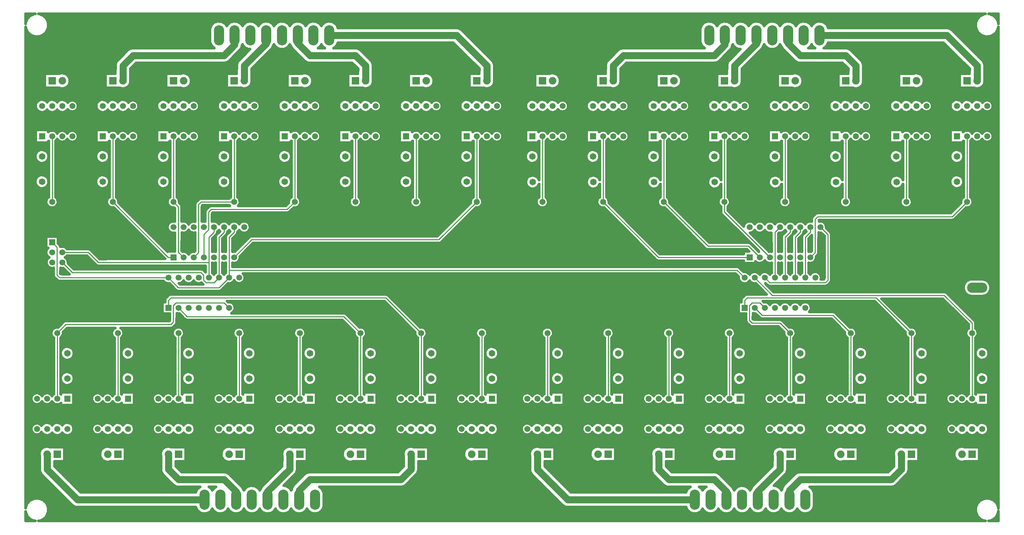
<source format=gbl>
G04 DipTrace 2.4.0.2*
%INBottom.gbr*%
%MOIN*%
%ADD13C,0.01*%
%ADD15C,0.07*%
%ADD16C,0.025*%
%ADD17C,0.065*%
%ADD18O,0.1X0.2*%
%ADD19R,0.0591X0.0591*%
%ADD20C,0.0591*%
%ADD21O,0.2X0.1*%
%ADD22R,0.0748X0.0748*%
%ADD23C,0.0748*%
%FSLAX44Y44*%
G04*
G70*
G90*
G75*
G01*
%LNBottom*%
%LPD*%
X23937Y33437D2*
D13*
Y32937D1*
X23437Y32437D1*
Y28429D1*
X80937Y33437D2*
Y32937D1*
X80437Y32437D1*
Y28429D1*
X23437D2*
X22942Y27934D1*
X22182D1*
X21932Y28184D1*
Y28674D1*
X21682Y28924D1*
X8950D1*
X7937Y29937D1*
X22937Y33437D2*
Y32937D1*
X22437Y32437D1*
Y29950D1*
Y28429D1*
X79937Y33437D2*
Y32937D1*
X79437Y32437D1*
Y28429D1*
X22437Y29950D2*
X11512D1*
X10525Y30937D1*
X7937D1*
X55437Y35937D2*
Y42437D1*
X61437Y35937D2*
Y42437D1*
Y35937D2*
X66929Y30445D1*
X75937D1*
X67437Y35937D2*
Y42437D1*
Y35937D2*
X71819Y31555D1*
X75827D1*
X76937Y30445D1*
X73437Y35937D2*
Y42437D1*
Y35937D2*
Y34945D1*
X77937Y30445D1*
X79437Y35937D2*
Y42437D1*
X85437Y35937D2*
Y42437D1*
X91437Y35937D2*
Y42437D1*
X97437Y35937D2*
Y42437D1*
Y35937D2*
X95984Y34484D1*
X82682D1*
X82432Y34234D1*
Y30940D1*
X81937Y30445D1*
X97937Y22937D2*
Y16437D1*
Y22937D2*
Y23922D1*
X95176Y26682D1*
X78184D1*
X76437Y28429D1*
X91937Y22937D2*
Y16437D1*
Y22937D2*
X88442Y26432D1*
X75687D1*
X75437Y26182D1*
Y25437D1*
X85937Y22937D2*
Y16437D1*
Y22937D2*
X84182Y24692D1*
X77182D1*
X76437Y25437D1*
X79937Y22937D2*
Y16437D1*
Y22937D2*
X78938Y23936D1*
X76182D1*
X75932Y24186D1*
Y25682D1*
X76182Y25932D1*
X76942D1*
X77437Y25437D1*
X73937Y22937D2*
Y16437D1*
X67937Y22937D2*
Y16437D1*
X61937Y22937D2*
Y16437D1*
X55937Y22937D2*
Y16437D1*
X49437Y22937D2*
Y16437D1*
X43437D2*
Y22937D1*
X39942Y26432D1*
X18687D1*
X18437Y26182D1*
Y25437D1*
X37437Y22937D2*
Y16437D1*
Y22937D2*
X35800Y24574D1*
X20300D1*
X19437Y25437D1*
X31437Y22937D2*
Y16437D1*
X25437Y22937D2*
Y16437D1*
X19437Y22937D2*
Y16437D1*
X13437Y22937D2*
Y16437D1*
X7437Y22937D2*
Y16437D1*
Y22937D2*
X8286Y23786D1*
X18682D1*
X18932Y24036D1*
Y25682D1*
X19182Y25932D1*
X23942D1*
X24437Y25437D1*
X6937Y35937D2*
Y42437D1*
X12937Y35937D2*
Y42437D1*
Y35937D2*
X18429Y30445D1*
X18937D1*
Y35937D2*
Y42437D1*
Y35937D2*
X19432Y35442D1*
Y30950D1*
X19937Y30445D1*
X24937Y35937D2*
Y42437D1*
Y35937D2*
X21682D1*
X21432Y35687D1*
Y30940D1*
X20937Y30445D1*
X30937Y35937D2*
Y42437D1*
Y35937D2*
X30192Y35192D1*
X22682D1*
X22432Y34942D1*
Y33185D1*
X21937Y32689D1*
Y30445D1*
X36937Y35937D2*
Y42437D1*
X42937Y35937D2*
Y42437D1*
X48937Y35937D2*
Y42437D1*
Y35937D2*
X45187Y32187D1*
X26679D1*
X24937Y30445D1*
X82937Y33437D2*
X83682Y32692D1*
Y28184D1*
X83432Y27934D1*
X77932D1*
X77437Y28429D1*
X24997Y52437D2*
D15*
Y51497D1*
X23937Y50437D1*
X14937D1*
X13937Y49437D1*
Y47937D1*
X28117Y52437D2*
Y51617D1*
X25937Y49437D1*
Y47937D1*
X31237Y52437D2*
Y51637D1*
X32437Y50437D1*
X36937D1*
X37937Y49437D1*
Y47937D1*
X34357Y52437D2*
X46937D1*
X49937Y49437D1*
Y47937D1*
X73497Y52437D2*
Y51497D1*
X72437Y50437D1*
X63437D1*
X62437Y49437D1*
Y47937D1*
X76617Y52437D2*
Y51617D1*
X74437Y49437D1*
Y47937D1*
X79737Y52437D2*
Y51637D1*
X80937Y50437D1*
X85437D1*
X86437Y49437D1*
Y47937D1*
X82857Y52437D2*
X95437D1*
X98437Y49437D1*
Y47937D1*
X79877Y6437D2*
Y7377D1*
X80937Y8437D1*
X89937D1*
X90937Y9437D1*
Y10937D1*
X76757Y6437D2*
Y7257D1*
X78937Y9437D1*
Y10937D1*
X73637Y6437D2*
Y7237D1*
X72437Y8437D1*
X67937D1*
X66937Y9437D1*
Y10937D1*
X70517Y6437D2*
X57937D1*
X54937Y9437D1*
Y10937D1*
X31377Y6437D2*
Y7377D1*
X32437Y8437D1*
X41437D1*
X42437Y9437D1*
Y10937D1*
X28257Y6437D2*
Y7257D1*
X30437Y9437D1*
Y10937D1*
X25137Y6437D2*
Y7237D1*
X23937Y8437D1*
X19437D1*
X18437Y9437D1*
Y10937D1*
X22017Y6437D2*
X9437D1*
X6437Y9437D1*
Y10937D1*
X24937Y33437D2*
D13*
Y32937D1*
X24437Y32437D1*
Y29174D1*
Y28429D1*
X81937Y33437D2*
Y32937D1*
X81437Y32437D1*
Y28429D1*
X24437D2*
X23442Y27434D1*
X19432D1*
X18437Y28429D1*
X75437D2*
X74692Y29174D1*
X24437D1*
X18437Y28429D2*
X7682D1*
X7432Y28679D1*
Y31442D1*
X6937Y31937D1*
X78437Y28429D2*
Y32937D1*
X78937Y33437D1*
X4347Y54303D2*
D16*
X4693D1*
X6181D2*
X98693D1*
X100181D2*
X100526D1*
X4347Y54055D2*
X4471D1*
X6404D2*
X98471D1*
X100404D2*
X100526D1*
X6525Y53806D2*
X23244D1*
X23630D2*
X24807D1*
X25189D2*
X26365D1*
X26747D2*
X27924D1*
X28310D2*
X29486D1*
X29868D2*
X31045D1*
X31431D2*
X32604D1*
X32990D2*
X34166D1*
X34548D2*
X71744D1*
X72130D2*
X73307D1*
X73689D2*
X74865D1*
X75247D2*
X76424D1*
X76810D2*
X77986D1*
X78368D2*
X79545D1*
X79931D2*
X81104D1*
X81490D2*
X82666D1*
X83048D2*
X98350D1*
X6583Y53557D2*
X22779D1*
X24095D2*
X24342D1*
X25654D2*
X25901D1*
X27212D2*
X27459D1*
X28775D2*
X29022D1*
X30333D2*
X30580D1*
X31892D2*
X32143D1*
X33454D2*
X33701D1*
X35013D2*
X71279D1*
X72595D2*
X72842D1*
X74154D2*
X74401D1*
X75712D2*
X75959D1*
X77275D2*
X77522D1*
X78833D2*
X79080D1*
X80392D2*
X80643D1*
X81954D2*
X82201D1*
X83513D2*
X98291D1*
X6579Y53309D2*
X22608D1*
X35185D2*
X71108D1*
X83685D2*
X98295D1*
X6525Y53060D2*
X22537D1*
X47353D2*
X71037D1*
X95853D2*
X98350D1*
X4347Y52811D2*
X4475D1*
X6400D2*
X22526D1*
X47626D2*
X71026D1*
X96126D2*
X98475D1*
X100400D2*
X100525D1*
X4347Y52563D2*
X4701D1*
X6173D2*
X22526D1*
X47876D2*
X71026D1*
X96376D2*
X98701D1*
X100173D2*
X100526D1*
X4347Y52314D2*
X5330D1*
X5546D2*
X22526D1*
X48126D2*
X71026D1*
X96626D2*
X99330D1*
X99546D2*
X100526D1*
X4347Y52065D2*
X22526D1*
X48372D2*
X71026D1*
X96872D2*
X100526D1*
X4347Y51816D2*
X22537D1*
X48622D2*
X71037D1*
X97122D2*
X100526D1*
X4347Y51568D2*
X22608D1*
X35185D2*
X46740D1*
X48872D2*
X71108D1*
X83685D2*
X95240D1*
X97372D2*
X100526D1*
X4347Y51319D2*
X22779D1*
X25736D2*
X25896D1*
X28814D2*
X29018D1*
X30337D2*
X30549D1*
X33454D2*
X33697D1*
X35017D2*
X46990D1*
X49118D2*
X71279D1*
X74236D2*
X74396D1*
X77314D2*
X77518D1*
X78837D2*
X79049D1*
X81954D2*
X82197D1*
X83517D2*
X95490D1*
X97618D2*
X100526D1*
X4347Y51070D2*
X14541D1*
X25618D2*
X26354D1*
X28634D2*
X29475D1*
X29880D2*
X30740D1*
X37333D2*
X47240D1*
X49368D2*
X63041D1*
X74118D2*
X74854D1*
X77134D2*
X77975D1*
X78380D2*
X79240D1*
X85833D2*
X95740D1*
X97868D2*
X100526D1*
X4347Y50822D2*
X14256D1*
X25384D2*
X26256D1*
X28384D2*
X30986D1*
X37618D2*
X47486D1*
X49618D2*
X62756D1*
X73884D2*
X74756D1*
X76884D2*
X79486D1*
X86118D2*
X95986D1*
X98118D2*
X100526D1*
X4347Y50573D2*
X14010D1*
X25138D2*
X26010D1*
X28138D2*
X31236D1*
X37865D2*
X47736D1*
X49865D2*
X62510D1*
X73638D2*
X74510D1*
X76638D2*
X79736D1*
X86365D2*
X96236D1*
X98365D2*
X100526D1*
X4347Y50324D2*
X13760D1*
X24888D2*
X25760D1*
X27888D2*
X31486D1*
X38115D2*
X47986D1*
X50115D2*
X62260D1*
X73388D2*
X74260D1*
X76388D2*
X79986D1*
X86615D2*
X96486D1*
X98615D2*
X100526D1*
X4347Y50076D2*
X13510D1*
X24638D2*
X25510D1*
X27638D2*
X31733D1*
X38365D2*
X48233D1*
X50365D2*
X62010D1*
X73138D2*
X74010D1*
X76138D2*
X80233D1*
X86865D2*
X96733D1*
X98865D2*
X100526D1*
X4347Y49827D2*
X13287D1*
X24372D2*
X25287D1*
X27392D2*
X32002D1*
X38583D2*
X48483D1*
X50583D2*
X61787D1*
X72872D2*
X73787D1*
X75892D2*
X80502D1*
X87083D2*
X96983D1*
X99083D2*
X100526D1*
X4347Y49578D2*
X13190D1*
X15142D2*
X25190D1*
X27142D2*
X36733D1*
X38685D2*
X48733D1*
X50685D2*
X61690D1*
X63642D2*
X73690D1*
X75642D2*
X85233D1*
X87185D2*
X97233D1*
X99185D2*
X100526D1*
X4347Y49330D2*
X13178D1*
X14892D2*
X25178D1*
X26892D2*
X36979D1*
X38697D2*
X48979D1*
X50697D2*
X61678D1*
X63392D2*
X73678D1*
X75392D2*
X85479D1*
X87197D2*
X97479D1*
X99197D2*
X100526D1*
X4347Y49081D2*
X13178D1*
X14697D2*
X25178D1*
X26697D2*
X37178D1*
X38697D2*
X49178D1*
X50697D2*
X61678D1*
X63197D2*
X73678D1*
X75197D2*
X85678D1*
X87197D2*
X97678D1*
X99197D2*
X100526D1*
X4347Y48832D2*
X13178D1*
X14697D2*
X25178D1*
X26697D2*
X37178D1*
X38697D2*
X49178D1*
X50697D2*
X61678D1*
X63197D2*
X73678D1*
X75197D2*
X85678D1*
X87197D2*
X97678D1*
X99197D2*
X100526D1*
X4347Y48584D2*
X6201D1*
X8361D2*
X12201D1*
X14697D2*
X18201D1*
X20361D2*
X24201D1*
X26697D2*
X30201D1*
X32361D2*
X36201D1*
X38697D2*
X42201D1*
X44361D2*
X48201D1*
X50697D2*
X54701D1*
X56861D2*
X60701D1*
X63197D2*
X66701D1*
X68861D2*
X72701D1*
X75197D2*
X78701D1*
X80861D2*
X84701D1*
X87197D2*
X90701D1*
X92861D2*
X96701D1*
X99197D2*
X100526D1*
X4347Y48335D2*
X6201D1*
X8607D2*
X12201D1*
X14697D2*
X18201D1*
X20607D2*
X24201D1*
X26697D2*
X30201D1*
X32607D2*
X36201D1*
X38697D2*
X42201D1*
X44607D2*
X48201D1*
X50697D2*
X54701D1*
X57107D2*
X60701D1*
X63197D2*
X66701D1*
X69107D2*
X72701D1*
X75197D2*
X78701D1*
X81107D2*
X84701D1*
X87197D2*
X90701D1*
X93107D2*
X96701D1*
X99197D2*
X100526D1*
X4347Y48086D2*
X6201D1*
X8704D2*
X12201D1*
X14704D2*
X18201D1*
X20704D2*
X24201D1*
X26704D2*
X30201D1*
X32704D2*
X36201D1*
X38704D2*
X42201D1*
X44704D2*
X48201D1*
X50704D2*
X54701D1*
X57204D2*
X60701D1*
X63204D2*
X66701D1*
X69204D2*
X72701D1*
X75204D2*
X78701D1*
X81204D2*
X84701D1*
X87204D2*
X90701D1*
X93204D2*
X96701D1*
X99204D2*
X100526D1*
X4347Y47837D2*
X6201D1*
X8716D2*
X12201D1*
X14716D2*
X18201D1*
X20716D2*
X24201D1*
X26716D2*
X30201D1*
X32716D2*
X36201D1*
X38716D2*
X42201D1*
X44716D2*
X48201D1*
X50716D2*
X54701D1*
X57216D2*
X60701D1*
X63216D2*
X66701D1*
X69216D2*
X72701D1*
X75216D2*
X78701D1*
X81216D2*
X84701D1*
X87216D2*
X90701D1*
X93216D2*
X96701D1*
X99216D2*
X100526D1*
X4347Y47589D2*
X6201D1*
X8638D2*
X12201D1*
X14638D2*
X18201D1*
X20638D2*
X24201D1*
X26638D2*
X30201D1*
X32638D2*
X36201D1*
X38638D2*
X42201D1*
X44638D2*
X48201D1*
X50638D2*
X54701D1*
X57138D2*
X60701D1*
X63138D2*
X66701D1*
X69138D2*
X72701D1*
X75138D2*
X78701D1*
X81138D2*
X84701D1*
X87138D2*
X90701D1*
X93138D2*
X96701D1*
X99138D2*
X100526D1*
X4347Y47340D2*
X6201D1*
X8431D2*
X12201D1*
X14431D2*
X18201D1*
X20431D2*
X24201D1*
X26431D2*
X30201D1*
X32431D2*
X36201D1*
X38431D2*
X42201D1*
X44431D2*
X48201D1*
X50431D2*
X54701D1*
X56931D2*
X60701D1*
X62931D2*
X66701D1*
X68931D2*
X72701D1*
X74931D2*
X78701D1*
X80931D2*
X84701D1*
X86931D2*
X90701D1*
X92931D2*
X96701D1*
X98931D2*
X100526D1*
X4347Y47091D2*
X100526D1*
X4347Y46843D2*
X100526D1*
X4347Y46594D2*
X100526D1*
X4347Y46345D2*
X100526D1*
X4347Y46097D2*
X100526D1*
X4347Y45848D2*
X5436D1*
X8439D2*
X8530D1*
X9341D2*
X11436D1*
X14439D2*
X14530D1*
X15341D2*
X17436D1*
X20439D2*
X20530D1*
X21341D2*
X23436D1*
X26439D2*
X26530D1*
X27341D2*
X29436D1*
X32439D2*
X32530D1*
X33341D2*
X35436D1*
X38439D2*
X38530D1*
X39341D2*
X41436D1*
X44439D2*
X44530D1*
X45341D2*
X47436D1*
X50439D2*
X50530D1*
X51341D2*
X53936D1*
X56939D2*
X57030D1*
X57841D2*
X59936D1*
X62939D2*
X63030D1*
X63841D2*
X65936D1*
X68939D2*
X69030D1*
X69841D2*
X71936D1*
X74939D2*
X75030D1*
X75841D2*
X77936D1*
X80939D2*
X81030D1*
X81841D2*
X83936D1*
X86939D2*
X87030D1*
X87841D2*
X89936D1*
X92939D2*
X93030D1*
X93841D2*
X95936D1*
X98939D2*
X99030D1*
X99841D2*
X100526D1*
X4347Y45599D2*
X5303D1*
X9497D2*
X11303D1*
X15497D2*
X17303D1*
X21497D2*
X23303D1*
X27497D2*
X29303D1*
X33497D2*
X35303D1*
X39497D2*
X41303D1*
X45497D2*
X47303D1*
X51497D2*
X53803D1*
X57997D2*
X59803D1*
X63997D2*
X65803D1*
X69997D2*
X71803D1*
X75997D2*
X77803D1*
X81997D2*
X83803D1*
X87997D2*
X89803D1*
X93997D2*
X95803D1*
X99997D2*
X100526D1*
X4347Y45351D2*
X5287D1*
X9517D2*
X11287D1*
X15517D2*
X17287D1*
X21517D2*
X23287D1*
X27517D2*
X29287D1*
X33517D2*
X35287D1*
X39517D2*
X41287D1*
X45517D2*
X47287D1*
X51517D2*
X53787D1*
X58017D2*
X59787D1*
X64017D2*
X65787D1*
X70017D2*
X71787D1*
X76017D2*
X77787D1*
X82017D2*
X83787D1*
X88017D2*
X89787D1*
X94017D2*
X95787D1*
X100017D2*
X100526D1*
X4347Y45102D2*
X5377D1*
X9411D2*
X11377D1*
X15411D2*
X17377D1*
X21411D2*
X23377D1*
X27411D2*
X29377D1*
X33411D2*
X35377D1*
X39411D2*
X41377D1*
X45411D2*
X47377D1*
X51411D2*
X53877D1*
X57911D2*
X59877D1*
X63911D2*
X65877D1*
X69911D2*
X71877D1*
X75911D2*
X77877D1*
X81911D2*
X83877D1*
X87911D2*
X89877D1*
X93911D2*
X95877D1*
X99911D2*
X100526D1*
X4347Y44853D2*
X5674D1*
X6201D2*
X6674D1*
X7201D2*
X7674D1*
X8201D2*
X11674D1*
X12201D2*
X12674D1*
X13201D2*
X13674D1*
X14201D2*
X17674D1*
X18201D2*
X18674D1*
X19201D2*
X19674D1*
X20201D2*
X23674D1*
X24201D2*
X24674D1*
X25201D2*
X25674D1*
X26201D2*
X29674D1*
X30201D2*
X30674D1*
X31201D2*
X31674D1*
X32201D2*
X35674D1*
X36201D2*
X36674D1*
X37201D2*
X37674D1*
X38201D2*
X41674D1*
X42201D2*
X42674D1*
X43201D2*
X43674D1*
X44201D2*
X47674D1*
X48201D2*
X48674D1*
X49201D2*
X49674D1*
X50201D2*
X54174D1*
X54701D2*
X55174D1*
X55701D2*
X56174D1*
X56701D2*
X60174D1*
X60701D2*
X61174D1*
X61701D2*
X62174D1*
X62701D2*
X66174D1*
X66701D2*
X67174D1*
X67701D2*
X68174D1*
X68701D2*
X72174D1*
X72701D2*
X73174D1*
X73701D2*
X74174D1*
X74701D2*
X78174D1*
X78701D2*
X79174D1*
X79701D2*
X80174D1*
X80701D2*
X84174D1*
X84701D2*
X85174D1*
X85701D2*
X86174D1*
X86701D2*
X90174D1*
X90701D2*
X91174D1*
X91701D2*
X92174D1*
X92701D2*
X96174D1*
X96701D2*
X97174D1*
X97701D2*
X98174D1*
X98701D2*
X100526D1*
X4347Y44605D2*
X100526D1*
X4347Y44356D2*
X100526D1*
X4347Y44107D2*
X100526D1*
X4347Y43858D2*
X100526D1*
X4347Y43610D2*
X100526D1*
X4347Y43361D2*
X100526D1*
X4347Y43112D2*
X100526D1*
X4347Y42864D2*
X5283D1*
X7357D2*
X7549D1*
X8326D2*
X8549D1*
X9326D2*
X11283D1*
X13357D2*
X13549D1*
X14326D2*
X14549D1*
X15326D2*
X17283D1*
X19357D2*
X19549D1*
X20326D2*
X20549D1*
X21326D2*
X23283D1*
X25357D2*
X25549D1*
X26326D2*
X26549D1*
X27326D2*
X29283D1*
X31357D2*
X31549D1*
X32326D2*
X32549D1*
X33326D2*
X35283D1*
X37357D2*
X37549D1*
X38326D2*
X38549D1*
X39326D2*
X41283D1*
X43357D2*
X43549D1*
X44326D2*
X44549D1*
X45326D2*
X47283D1*
X49357D2*
X49549D1*
X50326D2*
X50549D1*
X51326D2*
X53783D1*
X55857D2*
X56049D1*
X56826D2*
X57049D1*
X57826D2*
X59783D1*
X61857D2*
X62049D1*
X62826D2*
X63049D1*
X63826D2*
X65783D1*
X67857D2*
X68049D1*
X68826D2*
X69049D1*
X69826D2*
X71783D1*
X73857D2*
X74049D1*
X74826D2*
X75049D1*
X75826D2*
X77783D1*
X79857D2*
X80049D1*
X80826D2*
X81049D1*
X81826D2*
X83783D1*
X85857D2*
X86049D1*
X86826D2*
X87049D1*
X87826D2*
X89783D1*
X91857D2*
X92049D1*
X92826D2*
X93049D1*
X93826D2*
X95783D1*
X97857D2*
X98049D1*
X98826D2*
X99049D1*
X99826D2*
X100526D1*
X4347Y42615D2*
X5283D1*
X9493D2*
X11283D1*
X15493D2*
X17283D1*
X21493D2*
X23283D1*
X27493D2*
X29283D1*
X33493D2*
X35283D1*
X39493D2*
X41283D1*
X45493D2*
X47283D1*
X51493D2*
X53783D1*
X57993D2*
X59783D1*
X63993D2*
X65783D1*
X69993D2*
X71783D1*
X75993D2*
X77783D1*
X81993D2*
X83783D1*
X87993D2*
X89783D1*
X93993D2*
X95783D1*
X99993D2*
X100526D1*
X4347Y42366D2*
X5283D1*
X9517D2*
X11283D1*
X15517D2*
X17283D1*
X21517D2*
X23283D1*
X27517D2*
X29283D1*
X33517D2*
X35283D1*
X39517D2*
X41283D1*
X45517D2*
X47283D1*
X51517D2*
X53783D1*
X58017D2*
X59783D1*
X64017D2*
X65783D1*
X70017D2*
X71783D1*
X76017D2*
X77783D1*
X82017D2*
X83783D1*
X88017D2*
X89783D1*
X94017D2*
X95783D1*
X100017D2*
X100526D1*
X4347Y42118D2*
X5283D1*
X9423D2*
X11283D1*
X15423D2*
X17283D1*
X21423D2*
X23283D1*
X27423D2*
X29283D1*
X33423D2*
X35283D1*
X39423D2*
X41283D1*
X45423D2*
X47283D1*
X51423D2*
X53783D1*
X57923D2*
X59783D1*
X63923D2*
X65783D1*
X69923D2*
X71783D1*
X75923D2*
X77783D1*
X81923D2*
X83783D1*
X87923D2*
X89783D1*
X93923D2*
X95783D1*
X99923D2*
X100526D1*
X4347Y41869D2*
X5283D1*
X7298D2*
X11283D1*
X13298D2*
X17283D1*
X19298D2*
X23283D1*
X25298D2*
X29283D1*
X31298D2*
X35283D1*
X37298D2*
X41283D1*
X43298D2*
X47283D1*
X49298D2*
X53783D1*
X55798D2*
X59783D1*
X61798D2*
X65783D1*
X67798D2*
X71783D1*
X73798D2*
X77783D1*
X79798D2*
X83783D1*
X85798D2*
X89783D1*
X91798D2*
X95783D1*
X97798D2*
X100526D1*
X4347Y41620D2*
X6576D1*
X7298D2*
X12576D1*
X13298D2*
X18576D1*
X19298D2*
X24576D1*
X25298D2*
X30576D1*
X31298D2*
X36576D1*
X37298D2*
X42576D1*
X43298D2*
X48576D1*
X49298D2*
X55076D1*
X55798D2*
X61076D1*
X61798D2*
X67076D1*
X67798D2*
X73076D1*
X73798D2*
X79076D1*
X79798D2*
X85076D1*
X85798D2*
X91076D1*
X91798D2*
X97076D1*
X97798D2*
X100526D1*
X4347Y41372D2*
X6576D1*
X7298D2*
X12576D1*
X13298D2*
X18576D1*
X19298D2*
X24576D1*
X25298D2*
X30576D1*
X31298D2*
X36576D1*
X37298D2*
X42576D1*
X43298D2*
X48576D1*
X49298D2*
X55076D1*
X55798D2*
X61076D1*
X61798D2*
X67076D1*
X67798D2*
X73076D1*
X73798D2*
X79076D1*
X79798D2*
X85076D1*
X85798D2*
X91076D1*
X91798D2*
X97076D1*
X97798D2*
X100526D1*
X4347Y41123D2*
X6576D1*
X7298D2*
X12576D1*
X13298D2*
X18576D1*
X19298D2*
X24576D1*
X25298D2*
X30576D1*
X31298D2*
X36576D1*
X37298D2*
X42576D1*
X43298D2*
X48576D1*
X49298D2*
X55076D1*
X55798D2*
X61076D1*
X61798D2*
X67076D1*
X67798D2*
X73076D1*
X73798D2*
X79076D1*
X79798D2*
X85076D1*
X85798D2*
X91076D1*
X91798D2*
X97076D1*
X97798D2*
X100526D1*
X4347Y40874D2*
X5416D1*
X6454D2*
X6576D1*
X7298D2*
X11416D1*
X12454D2*
X12576D1*
X13298D2*
X17416D1*
X18454D2*
X18576D1*
X19298D2*
X23416D1*
X24454D2*
X24576D1*
X25298D2*
X29416D1*
X30454D2*
X30576D1*
X31298D2*
X35416D1*
X36454D2*
X36576D1*
X37298D2*
X41416D1*
X42454D2*
X42576D1*
X43298D2*
X47416D1*
X48454D2*
X48576D1*
X49298D2*
X53916D1*
X54954D2*
X55076D1*
X55798D2*
X59916D1*
X60954D2*
X61076D1*
X61798D2*
X65916D1*
X66954D2*
X67076D1*
X67798D2*
X71916D1*
X72954D2*
X73076D1*
X73798D2*
X77916D1*
X78954D2*
X79076D1*
X79798D2*
X83916D1*
X84954D2*
X85076D1*
X85798D2*
X89916D1*
X90954D2*
X91076D1*
X91798D2*
X95916D1*
X96954D2*
X97076D1*
X97798D2*
X100526D1*
X4347Y40626D2*
X5279D1*
X7298D2*
X11279D1*
X13298D2*
X17279D1*
X19298D2*
X23279D1*
X25298D2*
X29279D1*
X31298D2*
X35279D1*
X37298D2*
X41279D1*
X43298D2*
X47279D1*
X49298D2*
X53779D1*
X55798D2*
X59779D1*
X61798D2*
X65779D1*
X67798D2*
X71779D1*
X73798D2*
X77779D1*
X79798D2*
X83779D1*
X85798D2*
X89779D1*
X91798D2*
X95779D1*
X97798D2*
X100526D1*
X4347Y40377D2*
X5256D1*
X7298D2*
X11256D1*
X13298D2*
X17256D1*
X19298D2*
X23256D1*
X25298D2*
X29256D1*
X31298D2*
X35256D1*
X37298D2*
X41256D1*
X43298D2*
X47256D1*
X49298D2*
X53756D1*
X55798D2*
X59756D1*
X61798D2*
X65756D1*
X67798D2*
X71756D1*
X73798D2*
X77756D1*
X79798D2*
X83756D1*
X85798D2*
X89756D1*
X91798D2*
X95756D1*
X97798D2*
X100526D1*
X4347Y40128D2*
X5330D1*
X7298D2*
X11330D1*
X13298D2*
X17330D1*
X19298D2*
X23330D1*
X25298D2*
X29330D1*
X31298D2*
X35330D1*
X37298D2*
X41330D1*
X43298D2*
X47330D1*
X49298D2*
X53830D1*
X55798D2*
X59830D1*
X61798D2*
X65830D1*
X67798D2*
X71830D1*
X73798D2*
X77830D1*
X79798D2*
X83830D1*
X85798D2*
X89830D1*
X91798D2*
X95830D1*
X97798D2*
X100526D1*
X4347Y39879D2*
X5561D1*
X6314D2*
X6576D1*
X7298D2*
X11561D1*
X12314D2*
X12576D1*
X13298D2*
X17561D1*
X18314D2*
X18576D1*
X19298D2*
X23561D1*
X24314D2*
X24576D1*
X25298D2*
X29561D1*
X30314D2*
X30576D1*
X31298D2*
X35561D1*
X36314D2*
X36576D1*
X37298D2*
X41561D1*
X42314D2*
X42576D1*
X43298D2*
X47561D1*
X48314D2*
X48576D1*
X49298D2*
X54061D1*
X54814D2*
X55076D1*
X55798D2*
X60061D1*
X60814D2*
X61076D1*
X61798D2*
X66061D1*
X66814D2*
X67076D1*
X67798D2*
X72061D1*
X72814D2*
X73076D1*
X73798D2*
X78061D1*
X78814D2*
X79076D1*
X79798D2*
X84061D1*
X84814D2*
X85076D1*
X85798D2*
X90061D1*
X90814D2*
X91076D1*
X91798D2*
X96061D1*
X96814D2*
X97076D1*
X97798D2*
X100526D1*
X4347Y39631D2*
X6576D1*
X7298D2*
X12576D1*
X13298D2*
X18576D1*
X19298D2*
X24576D1*
X25298D2*
X30576D1*
X31298D2*
X36576D1*
X37298D2*
X42576D1*
X43298D2*
X48576D1*
X49298D2*
X55076D1*
X55798D2*
X61076D1*
X61798D2*
X67076D1*
X67798D2*
X73076D1*
X73798D2*
X79076D1*
X79798D2*
X85076D1*
X85798D2*
X91076D1*
X91798D2*
X97076D1*
X97798D2*
X100526D1*
X4347Y39382D2*
X6576D1*
X7298D2*
X12576D1*
X13298D2*
X18576D1*
X19298D2*
X24576D1*
X25298D2*
X30576D1*
X31298D2*
X36576D1*
X37298D2*
X42576D1*
X43298D2*
X48576D1*
X49298D2*
X55076D1*
X55798D2*
X61076D1*
X61798D2*
X67076D1*
X67798D2*
X73076D1*
X73798D2*
X79076D1*
X79798D2*
X85076D1*
X85798D2*
X91076D1*
X91798D2*
X97076D1*
X97798D2*
X100526D1*
X4347Y39133D2*
X6576D1*
X7298D2*
X12576D1*
X13298D2*
X18576D1*
X19298D2*
X24576D1*
X25298D2*
X30576D1*
X31298D2*
X36576D1*
X37298D2*
X42576D1*
X43298D2*
X48576D1*
X49298D2*
X55076D1*
X55798D2*
X61076D1*
X61798D2*
X67076D1*
X67798D2*
X73076D1*
X73798D2*
X79076D1*
X79798D2*
X85076D1*
X85798D2*
X91076D1*
X91798D2*
X97076D1*
X97798D2*
X100526D1*
X4347Y38885D2*
X6576D1*
X7298D2*
X12576D1*
X13298D2*
X18576D1*
X19298D2*
X24576D1*
X25298D2*
X30576D1*
X31298D2*
X36576D1*
X37298D2*
X42576D1*
X43298D2*
X48576D1*
X49298D2*
X55076D1*
X55798D2*
X61076D1*
X61798D2*
X67076D1*
X67798D2*
X73076D1*
X73798D2*
X79076D1*
X79798D2*
X85076D1*
X85798D2*
X91076D1*
X91798D2*
X97076D1*
X97798D2*
X100526D1*
X4347Y38636D2*
X6576D1*
X7298D2*
X12576D1*
X13298D2*
X18576D1*
X19298D2*
X24576D1*
X25298D2*
X30576D1*
X31298D2*
X36576D1*
X37298D2*
X42576D1*
X43298D2*
X48576D1*
X49298D2*
X55076D1*
X55798D2*
X61076D1*
X61798D2*
X67076D1*
X67798D2*
X73076D1*
X73798D2*
X79076D1*
X79798D2*
X85076D1*
X85798D2*
X91076D1*
X91798D2*
X97076D1*
X97798D2*
X100526D1*
X4347Y38387D2*
X5432D1*
X6443D2*
X6576D1*
X7298D2*
X11432D1*
X12443D2*
X12576D1*
X13298D2*
X17432D1*
X18443D2*
X18576D1*
X19298D2*
X23432D1*
X24443D2*
X24576D1*
X25298D2*
X29432D1*
X30443D2*
X30576D1*
X31298D2*
X35432D1*
X36443D2*
X36576D1*
X37298D2*
X41432D1*
X42443D2*
X42576D1*
X43298D2*
X47432D1*
X48443D2*
X48576D1*
X49298D2*
X54006D1*
X54943D2*
X55076D1*
X55798D2*
X60006D1*
X60943D2*
X61076D1*
X61798D2*
X66006D1*
X66943D2*
X67076D1*
X67798D2*
X72006D1*
X72943D2*
X73076D1*
X73798D2*
X78006D1*
X78943D2*
X79076D1*
X79798D2*
X84006D1*
X84943D2*
X85076D1*
X85798D2*
X90006D1*
X90943D2*
X91076D1*
X91798D2*
X95932D1*
X96943D2*
X97076D1*
X97798D2*
X100526D1*
X4347Y38139D2*
X5283D1*
X7298D2*
X11283D1*
X13298D2*
X17283D1*
X19298D2*
X23283D1*
X25298D2*
X29283D1*
X31298D2*
X35283D1*
X37298D2*
X41283D1*
X43298D2*
X47283D1*
X49298D2*
X53834D1*
X55798D2*
X59834D1*
X61798D2*
X65834D1*
X67798D2*
X71834D1*
X73798D2*
X77834D1*
X79798D2*
X83834D1*
X85798D2*
X89834D1*
X91798D2*
X95783D1*
X97798D2*
X100526D1*
X4347Y37890D2*
X5252D1*
X7298D2*
X11252D1*
X13298D2*
X17252D1*
X19298D2*
X23252D1*
X25298D2*
X29252D1*
X31298D2*
X35252D1*
X37298D2*
X41252D1*
X43298D2*
X47252D1*
X49298D2*
X53791D1*
X55798D2*
X59791D1*
X61798D2*
X65791D1*
X67798D2*
X71791D1*
X73798D2*
X77791D1*
X79798D2*
X83791D1*
X85798D2*
X89791D1*
X91798D2*
X95752D1*
X97798D2*
X100526D1*
X4347Y37641D2*
X5322D1*
X7298D2*
X11322D1*
X13298D2*
X17322D1*
X19298D2*
X23322D1*
X25298D2*
X29322D1*
X31298D2*
X35322D1*
X37298D2*
X41322D1*
X43298D2*
X47322D1*
X49298D2*
X53842D1*
X55798D2*
X59842D1*
X61798D2*
X65842D1*
X67798D2*
X71842D1*
X73798D2*
X77842D1*
X79798D2*
X83842D1*
X85798D2*
X89842D1*
X91798D2*
X95822D1*
X97798D2*
X100526D1*
X4347Y37393D2*
X5541D1*
X6333D2*
X6576D1*
X7298D2*
X11541D1*
X12333D2*
X12576D1*
X13298D2*
X17541D1*
X18333D2*
X18576D1*
X19298D2*
X23541D1*
X24333D2*
X24576D1*
X25298D2*
X29541D1*
X30333D2*
X30576D1*
X31298D2*
X35541D1*
X36333D2*
X36576D1*
X37298D2*
X41541D1*
X42333D2*
X42576D1*
X43298D2*
X47541D1*
X48333D2*
X48576D1*
X49298D2*
X54026D1*
X54923D2*
X55076D1*
X55798D2*
X60026D1*
X60923D2*
X61076D1*
X61798D2*
X66026D1*
X66923D2*
X67076D1*
X67798D2*
X72026D1*
X72923D2*
X73076D1*
X73798D2*
X78026D1*
X78923D2*
X79076D1*
X79798D2*
X84026D1*
X84923D2*
X85076D1*
X85798D2*
X90026D1*
X90923D2*
X91076D1*
X91798D2*
X96041D1*
X96833D2*
X97076D1*
X97798D2*
X100526D1*
X4347Y37144D2*
X6576D1*
X7298D2*
X12576D1*
X13298D2*
X18576D1*
X19298D2*
X24576D1*
X25298D2*
X30576D1*
X31298D2*
X36576D1*
X37298D2*
X42576D1*
X43298D2*
X48576D1*
X49298D2*
X55076D1*
X55798D2*
X61076D1*
X61798D2*
X67076D1*
X67798D2*
X73076D1*
X73798D2*
X79076D1*
X79798D2*
X85076D1*
X85798D2*
X91076D1*
X91798D2*
X97076D1*
X97798D2*
X100526D1*
X4347Y36895D2*
X6576D1*
X7298D2*
X12576D1*
X13298D2*
X18576D1*
X19298D2*
X24576D1*
X25298D2*
X30576D1*
X31298D2*
X36576D1*
X37298D2*
X42576D1*
X43298D2*
X48576D1*
X49298D2*
X55076D1*
X55798D2*
X61076D1*
X61798D2*
X67076D1*
X67798D2*
X73076D1*
X73798D2*
X79076D1*
X79798D2*
X85076D1*
X85798D2*
X91076D1*
X91798D2*
X97076D1*
X97798D2*
X100526D1*
X4347Y36646D2*
X6576D1*
X7298D2*
X12576D1*
X13298D2*
X18576D1*
X19298D2*
X24576D1*
X25298D2*
X30576D1*
X31298D2*
X36576D1*
X37298D2*
X42576D1*
X43298D2*
X48576D1*
X49298D2*
X55076D1*
X55798D2*
X61076D1*
X61798D2*
X67076D1*
X67798D2*
X73076D1*
X73798D2*
X79076D1*
X79798D2*
X85076D1*
X85798D2*
X91076D1*
X91798D2*
X97076D1*
X97798D2*
X100526D1*
X4347Y36398D2*
X6561D1*
X7314D2*
X12561D1*
X13314D2*
X18561D1*
X19314D2*
X24561D1*
X25314D2*
X30561D1*
X31314D2*
X36561D1*
X37314D2*
X42561D1*
X43314D2*
X48561D1*
X49314D2*
X55061D1*
X55814D2*
X61061D1*
X61814D2*
X67061D1*
X67814D2*
X73061D1*
X73814D2*
X79061D1*
X79814D2*
X85061D1*
X85814D2*
X91061D1*
X91814D2*
X97061D1*
X97814D2*
X100526D1*
X4347Y36149D2*
X6373D1*
X7501D2*
X12373D1*
X13501D2*
X18373D1*
X19501D2*
X21397D1*
X25501D2*
X30373D1*
X31501D2*
X36373D1*
X37501D2*
X42373D1*
X43501D2*
X48373D1*
X49501D2*
X54873D1*
X56001D2*
X60873D1*
X62001D2*
X66873D1*
X68001D2*
X72873D1*
X74001D2*
X78873D1*
X80001D2*
X84873D1*
X86001D2*
X90873D1*
X92001D2*
X96873D1*
X98001D2*
X100526D1*
X4347Y35900D2*
X6334D1*
X7540D2*
X12334D1*
X13540D2*
X18334D1*
X19540D2*
X21151D1*
X25540D2*
X30334D1*
X31540D2*
X36334D1*
X37540D2*
X42334D1*
X43540D2*
X48334D1*
X49540D2*
X54834D1*
X56040D2*
X60834D1*
X62040D2*
X66834D1*
X68040D2*
X72834D1*
X74040D2*
X78834D1*
X80040D2*
X84834D1*
X86040D2*
X90834D1*
X92040D2*
X96834D1*
X98040D2*
X100526D1*
X4347Y35652D2*
X6408D1*
X7466D2*
X12408D1*
X13720D2*
X18408D1*
X19720D2*
X21072D1*
X25466D2*
X30154D1*
X31466D2*
X36408D1*
X37466D2*
X42408D1*
X43466D2*
X48154D1*
X49466D2*
X54908D1*
X55966D2*
X60908D1*
X62220D2*
X66908D1*
X68220D2*
X72908D1*
X73966D2*
X78908D1*
X79966D2*
X84908D1*
X85966D2*
X90908D1*
X91966D2*
X96654D1*
X97966D2*
X100526D1*
X4347Y35403D2*
X6686D1*
X7189D2*
X12686D1*
X13970D2*
X18686D1*
X19790D2*
X21072D1*
X21790D2*
X22397D1*
X31189D2*
X36686D1*
X37189D2*
X42686D1*
X43189D2*
X47904D1*
X49189D2*
X55186D1*
X55689D2*
X61186D1*
X62470D2*
X67186D1*
X68470D2*
X73076D1*
X73798D2*
X79186D1*
X79689D2*
X85186D1*
X85689D2*
X91186D1*
X91689D2*
X96404D1*
X97689D2*
X100526D1*
X4347Y35154D2*
X13221D1*
X14220D2*
X19072D1*
X19790D2*
X21072D1*
X21790D2*
X22147D1*
X30654D2*
X47654D1*
X48654D2*
X61721D1*
X62720D2*
X67721D1*
X68720D2*
X73076D1*
X73798D2*
X96154D1*
X97154D2*
X100526D1*
X4347Y34906D2*
X13471D1*
X14466D2*
X19072D1*
X19790D2*
X21072D1*
X21790D2*
X22072D1*
X30392D2*
X47408D1*
X48404D2*
X61971D1*
X62966D2*
X67971D1*
X68966D2*
X73080D1*
X73974D2*
X95908D1*
X96904D2*
X100526D1*
X4347Y34657D2*
X13717D1*
X14716D2*
X19072D1*
X19790D2*
X21072D1*
X21790D2*
X22072D1*
X22790D2*
X47158D1*
X48154D2*
X62217D1*
X63216D2*
X68217D1*
X69216D2*
X73225D1*
X74224D2*
X82358D1*
X96654D2*
X100526D1*
X4347Y34408D2*
X13967D1*
X14966D2*
X19072D1*
X19790D2*
X21072D1*
X21790D2*
X22072D1*
X22790D2*
X46908D1*
X47908D2*
X62467D1*
X63466D2*
X68467D1*
X69466D2*
X73475D1*
X74474D2*
X82119D1*
X96408D2*
X100526D1*
X4347Y34160D2*
X14217D1*
X15212D2*
X19072D1*
X19790D2*
X21072D1*
X21790D2*
X22072D1*
X22790D2*
X46662D1*
X47658D2*
X62717D1*
X63712D2*
X68717D1*
X69712D2*
X73725D1*
X74720D2*
X82072D1*
X96091D2*
X100526D1*
X4347Y33911D2*
X14463D1*
X15462D2*
X18576D1*
X20298D2*
X20615D1*
X23298D2*
X23576D1*
X24298D2*
X24576D1*
X25298D2*
X25576D1*
X26298D2*
X46412D1*
X47411D2*
X62963D1*
X63962D2*
X68963D1*
X69962D2*
X73971D1*
X74970D2*
X75576D1*
X76298D2*
X76576D1*
X77298D2*
X77576D1*
X78298D2*
X78576D1*
X79298D2*
X79576D1*
X80298D2*
X80576D1*
X81298D2*
X81576D1*
X83298D2*
X100526D1*
X4347Y33662D2*
X14713D1*
X15712D2*
X18377D1*
X26497D2*
X46162D1*
X47161D2*
X63213D1*
X64212D2*
X69213D1*
X70212D2*
X74221D1*
X75220D2*
X75377D1*
X83497D2*
X100526D1*
X4347Y33414D2*
X14963D1*
X15958D2*
X18334D1*
X26540D2*
X45916D1*
X46911D2*
X63463D1*
X64458D2*
X69463D1*
X70458D2*
X74471D1*
X83540D2*
X100526D1*
X4347Y33165D2*
X15209D1*
X16208D2*
X18401D1*
X26474D2*
X45666D1*
X46665D2*
X63709D1*
X64708D2*
X69709D1*
X70708D2*
X74717D1*
X83708D2*
X100526D1*
X4347Y32916D2*
X15459D1*
X16458D2*
X18658D1*
X20216D2*
X20705D1*
X23298D2*
X23419D1*
X24298D2*
X24419D1*
X25298D2*
X25658D1*
X26216D2*
X45416D1*
X46415D2*
X63959D1*
X64958D2*
X69959D1*
X70958D2*
X74967D1*
X76216D2*
X76658D1*
X77216D2*
X77658D1*
X79216D2*
X79416D1*
X80298D2*
X80419D1*
X81298D2*
X81419D1*
X83954D2*
X100526D1*
X4347Y32667D2*
X15709D1*
X16704D2*
X19072D1*
X19790D2*
X21072D1*
X25165D2*
X45170D1*
X46165D2*
X64209D1*
X65204D2*
X70209D1*
X71204D2*
X75217D1*
X76212D2*
X78076D1*
X78798D2*
X79170D1*
X82790D2*
X83209D1*
X84040D2*
X100526D1*
X4347Y32419D2*
X6330D1*
X7540D2*
X15955D1*
X16954D2*
X19072D1*
X19790D2*
X21072D1*
X22919D2*
X23076D1*
X23919D2*
X24076D1*
X24919D2*
X26412D1*
X45919D2*
X64455D1*
X65454D2*
X70455D1*
X71454D2*
X75463D1*
X76462D2*
X78076D1*
X78798D2*
X79076D1*
X79919D2*
X80076D1*
X80919D2*
X81076D1*
X81919D2*
X82072D1*
X82790D2*
X83322D1*
X84040D2*
X100526D1*
X4347Y32170D2*
X6330D1*
X7540D2*
X16205D1*
X17201D2*
X19072D1*
X19790D2*
X21072D1*
X22798D2*
X23076D1*
X23798D2*
X24076D1*
X24798D2*
X26162D1*
X45669D2*
X64705D1*
X65701D2*
X70705D1*
X71701D2*
X75713D1*
X76712D2*
X78076D1*
X78798D2*
X79076D1*
X79798D2*
X80076D1*
X80798D2*
X81076D1*
X81798D2*
X82072D1*
X82790D2*
X83322D1*
X84040D2*
X100526D1*
X4347Y31921D2*
X6330D1*
X7540D2*
X16455D1*
X17451D2*
X19072D1*
X19790D2*
X21072D1*
X22798D2*
X23076D1*
X23798D2*
X24076D1*
X24798D2*
X25916D1*
X45415D2*
X64955D1*
X65951D2*
X70955D1*
X71951D2*
X75963D1*
X76958D2*
X78076D1*
X78798D2*
X79076D1*
X79798D2*
X80076D1*
X80798D2*
X81076D1*
X81798D2*
X82072D1*
X82790D2*
X83322D1*
X84040D2*
X100526D1*
X4347Y31673D2*
X6330D1*
X7701D2*
X16701D1*
X17701D2*
X19072D1*
X19790D2*
X21072D1*
X22798D2*
X23076D1*
X23798D2*
X24076D1*
X24798D2*
X25666D1*
X26665D2*
X65201D1*
X66201D2*
X71201D1*
X77208D2*
X78076D1*
X78798D2*
X79076D1*
X79798D2*
X80076D1*
X80798D2*
X81076D1*
X81798D2*
X82072D1*
X82790D2*
X83322D1*
X84040D2*
X100526D1*
X4347Y31424D2*
X6330D1*
X8279D2*
X16951D1*
X17947D2*
X19072D1*
X19790D2*
X21072D1*
X22798D2*
X23076D1*
X23798D2*
X24076D1*
X24798D2*
X25416D1*
X26415D2*
X65451D1*
X66447D2*
X71451D1*
X77458D2*
X78076D1*
X78798D2*
X79076D1*
X79798D2*
X80076D1*
X80798D2*
X81076D1*
X81798D2*
X82072D1*
X82790D2*
X83322D1*
X84040D2*
X100526D1*
X4347Y31175D2*
X6385D1*
X10786D2*
X17201D1*
X18197D2*
X19072D1*
X19790D2*
X21072D1*
X22798D2*
X23076D1*
X23798D2*
X24076D1*
X24798D2*
X25170D1*
X26165D2*
X65701D1*
X66697D2*
X75709D1*
X77704D2*
X78076D1*
X78798D2*
X79076D1*
X79798D2*
X80076D1*
X80798D2*
X81076D1*
X81798D2*
X82072D1*
X82790D2*
X83322D1*
X84040D2*
X100526D1*
X4347Y30927D2*
X6330D1*
X11033D2*
X17447D1*
X20286D2*
X20588D1*
X25919D2*
X65947D1*
X66947D2*
X75330D1*
X82790D2*
X83322D1*
X84040D2*
X100526D1*
X4347Y30678D2*
X6393D1*
X11283D2*
X17697D1*
X25669D2*
X66197D1*
X82669D2*
X83322D1*
X84040D2*
X100526D1*
X4347Y30429D2*
X6631D1*
X8271D2*
X10533D1*
X11533D2*
X17947D1*
X25540D2*
X66447D1*
X82540D2*
X83322D1*
X84040D2*
X100526D1*
X4347Y30181D2*
X6408D1*
X8490D2*
X10783D1*
X25478D2*
X66697D1*
X82478D2*
X83322D1*
X84040D2*
X100526D1*
X4347Y29932D2*
X6354D1*
X8540D2*
X11029D1*
X25232D2*
X75330D1*
X76540D2*
X76641D1*
X77232D2*
X77643D1*
X82232D2*
X83322D1*
X84040D2*
X100526D1*
X4347Y29683D2*
X6412D1*
X8689D2*
X11283D1*
X22798D2*
X23076D1*
X23798D2*
X24076D1*
X24798D2*
X78076D1*
X78798D2*
X79076D1*
X79798D2*
X80076D1*
X80798D2*
X81076D1*
X81798D2*
X83322D1*
X84040D2*
X100526D1*
X4347Y29435D2*
X6666D1*
X8939D2*
X22076D1*
X22798D2*
X23076D1*
X23798D2*
X24076D1*
X74927D2*
X78076D1*
X78798D2*
X79076D1*
X79798D2*
X80076D1*
X80798D2*
X81076D1*
X81798D2*
X83322D1*
X84040D2*
X100526D1*
X4347Y29186D2*
X7072D1*
X7790D2*
X8190D1*
X21915D2*
X22076D1*
X22798D2*
X23076D1*
X23798D2*
X24076D1*
X75177D2*
X78076D1*
X78798D2*
X79076D1*
X79798D2*
X80076D1*
X80798D2*
X81076D1*
X81798D2*
X83322D1*
X84040D2*
X100526D1*
X4347Y28937D2*
X7072D1*
X7790D2*
X8440D1*
X22798D2*
X23076D1*
X23798D2*
X24076D1*
X75743D2*
X76131D1*
X76743D2*
X77131D1*
X77743D2*
X78076D1*
X78798D2*
X79076D1*
X79798D2*
X80076D1*
X80798D2*
X81076D1*
X81798D2*
X82131D1*
X82743D2*
X83322D1*
X84040D2*
X100526D1*
X4347Y28688D2*
X7072D1*
X25958D2*
X74678D1*
X82982D2*
X83322D1*
X84040D2*
X100526D1*
X4347Y28440D2*
X7174D1*
X26021D2*
X74830D1*
X83040D2*
X83322D1*
X84040D2*
X100526D1*
X4347Y28191D2*
X7420D1*
X25970D2*
X74881D1*
X84040D2*
X97553D1*
X99322D2*
X100526D1*
X4347Y27942D2*
X18096D1*
X19779D2*
X20096D1*
X20779D2*
X21096D1*
X24779D2*
X25135D1*
X25740D2*
X75096D1*
X75779D2*
X76096D1*
X83939D2*
X97248D1*
X99626D2*
X100526D1*
X4347Y27694D2*
X18674D1*
X24201D2*
X76674D1*
X83689D2*
X97119D1*
X99755D2*
X100526D1*
X4347Y27445D2*
X18924D1*
X23951D2*
X76924D1*
X77919D2*
X97076D1*
X99798D2*
X100526D1*
X4347Y27196D2*
X19170D1*
X23704D2*
X77170D1*
X78169D2*
X97111D1*
X99763D2*
X100526D1*
X4347Y26948D2*
X77420D1*
X95404D2*
X97236D1*
X99638D2*
X100526D1*
X4347Y26699D2*
X18459D1*
X40169D2*
X75459D1*
X95658D2*
X97522D1*
X99353D2*
X100526D1*
X4347Y26450D2*
X18205D1*
X40423D2*
X75205D1*
X95908D2*
X100526D1*
X4347Y26202D2*
X18076D1*
X40669D2*
X75076D1*
X89169D2*
X95158D1*
X96154D2*
X100526D1*
X4347Y25953D2*
X17830D1*
X24728D2*
X39924D1*
X40919D2*
X74830D1*
X77728D2*
X78147D1*
X78728D2*
X79147D1*
X79728D2*
X80147D1*
X80728D2*
X81147D1*
X81728D2*
X88424D1*
X89419D2*
X95408D1*
X96404D2*
X100526D1*
X4347Y25704D2*
X17830D1*
X24978D2*
X40170D1*
X41169D2*
X74830D1*
X81978D2*
X88670D1*
X89669D2*
X95654D1*
X96654D2*
X100526D1*
X4347Y25456D2*
X17830D1*
X25040D2*
X40420D1*
X41415D2*
X74830D1*
X82040D2*
X88920D1*
X89915D2*
X95904D1*
X96900D2*
X100526D1*
X4347Y25207D2*
X17830D1*
X24993D2*
X40670D1*
X41665D2*
X74830D1*
X81993D2*
X89170D1*
X90165D2*
X96154D1*
X97150D2*
X100526D1*
X4347Y24958D2*
X17830D1*
X24790D2*
X40916D1*
X41915D2*
X74830D1*
X84411D2*
X89416D1*
X90415D2*
X96401D1*
X97400D2*
X100526D1*
X4347Y24709D2*
X18572D1*
X19290D2*
X19666D1*
X36161D2*
X41166D1*
X42161D2*
X75572D1*
X76290D2*
X76666D1*
X84661D2*
X89666D1*
X90661D2*
X96651D1*
X97646D2*
X100526D1*
X4347Y24461D2*
X18572D1*
X19290D2*
X19916D1*
X36411D2*
X41416D1*
X42411D2*
X75572D1*
X76290D2*
X76916D1*
X84911D2*
X89916D1*
X90911D2*
X96901D1*
X97896D2*
X100526D1*
X4347Y24212D2*
X18572D1*
X19290D2*
X35662D1*
X36661D2*
X41662D1*
X42661D2*
X75572D1*
X79154D2*
X84162D1*
X85161D2*
X90162D1*
X91161D2*
X97147D1*
X98146D2*
X100526D1*
X4347Y23963D2*
X7963D1*
X19283D2*
X35912D1*
X36908D2*
X41912D1*
X42908D2*
X75658D1*
X79408D2*
X84412D1*
X85408D2*
X90412D1*
X91408D2*
X97397D1*
X98294D2*
X100526D1*
X4347Y23715D2*
X7717D1*
X19111D2*
X36162D1*
X37158D2*
X42162D1*
X43158D2*
X75904D1*
X79658D2*
X84662D1*
X85658D2*
X90662D1*
X91658D2*
X97576D1*
X98298D2*
X100526D1*
X4347Y23466D2*
X7174D1*
X18806D2*
X19174D1*
X19701D2*
X25174D1*
X25701D2*
X31174D1*
X31701D2*
X36408D1*
X37701D2*
X42408D1*
X43701D2*
X49174D1*
X49701D2*
X55674D1*
X56201D2*
X61674D1*
X62201D2*
X67674D1*
X68201D2*
X73674D1*
X74201D2*
X78908D1*
X80201D2*
X84908D1*
X86201D2*
X90908D1*
X92201D2*
X97576D1*
X98298D2*
X100526D1*
X4347Y23217D2*
X6904D1*
X8216D2*
X12904D1*
X13970D2*
X18904D1*
X19970D2*
X24904D1*
X25970D2*
X30904D1*
X31970D2*
X36658D1*
X37970D2*
X42658D1*
X43970D2*
X48904D1*
X49970D2*
X55404D1*
X56470D2*
X61404D1*
X62470D2*
X67404D1*
X68470D2*
X73404D1*
X74470D2*
X79158D1*
X80470D2*
X85158D1*
X86470D2*
X91158D1*
X92470D2*
X97404D1*
X98470D2*
X100526D1*
X4347Y22969D2*
X6834D1*
X8040D2*
X12834D1*
X14040D2*
X18834D1*
X20040D2*
X24834D1*
X26040D2*
X30834D1*
X32040D2*
X36834D1*
X38040D2*
X42834D1*
X44040D2*
X48834D1*
X50040D2*
X55334D1*
X56540D2*
X61334D1*
X62540D2*
X67334D1*
X68540D2*
X73334D1*
X74540D2*
X79334D1*
X80540D2*
X85334D1*
X86540D2*
X91334D1*
X92540D2*
X97334D1*
X98540D2*
X100526D1*
X4347Y22720D2*
X6873D1*
X8001D2*
X12873D1*
X14001D2*
X18873D1*
X20001D2*
X24873D1*
X26001D2*
X30873D1*
X32001D2*
X36873D1*
X38001D2*
X42873D1*
X44001D2*
X48873D1*
X50001D2*
X55373D1*
X56501D2*
X61373D1*
X62501D2*
X67373D1*
X68501D2*
X73373D1*
X74501D2*
X79373D1*
X80501D2*
X85373D1*
X86501D2*
X91373D1*
X92501D2*
X97373D1*
X98501D2*
X100526D1*
X4347Y22471D2*
X7065D1*
X7806D2*
X13065D1*
X13806D2*
X19065D1*
X19806D2*
X25065D1*
X25806D2*
X31065D1*
X31806D2*
X37065D1*
X37806D2*
X43065D1*
X43806D2*
X49065D1*
X49806D2*
X55565D1*
X56306D2*
X61565D1*
X62306D2*
X67565D1*
X68306D2*
X73565D1*
X74306D2*
X79565D1*
X80306D2*
X85565D1*
X86306D2*
X91565D1*
X92306D2*
X97565D1*
X98306D2*
X100526D1*
X4347Y22223D2*
X7076D1*
X7798D2*
X13076D1*
X13798D2*
X19076D1*
X19798D2*
X25076D1*
X25798D2*
X31076D1*
X31798D2*
X37076D1*
X37798D2*
X43076D1*
X43798D2*
X49076D1*
X49798D2*
X55576D1*
X56298D2*
X61576D1*
X62298D2*
X67576D1*
X68298D2*
X73576D1*
X74298D2*
X79576D1*
X80298D2*
X85576D1*
X86298D2*
X91576D1*
X92298D2*
X97576D1*
X98298D2*
X100526D1*
X4347Y21974D2*
X7076D1*
X7798D2*
X13076D1*
X13798D2*
X19076D1*
X19798D2*
X25076D1*
X25798D2*
X31076D1*
X31798D2*
X37076D1*
X37798D2*
X43076D1*
X43798D2*
X49076D1*
X49798D2*
X55576D1*
X56298D2*
X61576D1*
X62298D2*
X67576D1*
X68298D2*
X73576D1*
X74298D2*
X79576D1*
X80298D2*
X85576D1*
X86298D2*
X91576D1*
X92298D2*
X97576D1*
X98298D2*
X100526D1*
X4347Y21725D2*
X7076D1*
X7798D2*
X13076D1*
X13798D2*
X19076D1*
X19798D2*
X25076D1*
X25798D2*
X31076D1*
X31798D2*
X37076D1*
X37798D2*
X43076D1*
X43798D2*
X49076D1*
X49798D2*
X55576D1*
X56298D2*
X61576D1*
X62298D2*
X67576D1*
X68298D2*
X73576D1*
X74298D2*
X79576D1*
X80298D2*
X85576D1*
X86298D2*
X91576D1*
X92298D2*
X97576D1*
X98298D2*
X100526D1*
X4347Y21477D2*
X7076D1*
X7798D2*
X8033D1*
X8841D2*
X13076D1*
X13798D2*
X14033D1*
X14841D2*
X19076D1*
X19798D2*
X20033D1*
X20841D2*
X25076D1*
X25798D2*
X26033D1*
X26841D2*
X31076D1*
X31798D2*
X32033D1*
X32841D2*
X37076D1*
X37798D2*
X38033D1*
X38841D2*
X43076D1*
X43798D2*
X44033D1*
X44841D2*
X49076D1*
X49798D2*
X50033D1*
X50841D2*
X55576D1*
X56298D2*
X56533D1*
X57341D2*
X61576D1*
X62298D2*
X62533D1*
X63341D2*
X67576D1*
X68298D2*
X68533D1*
X69341D2*
X73576D1*
X74298D2*
X74533D1*
X75341D2*
X79576D1*
X80298D2*
X80533D1*
X81341D2*
X85576D1*
X86298D2*
X86533D1*
X87341D2*
X91576D1*
X92298D2*
X92533D1*
X93341D2*
X97576D1*
X98298D2*
X98533D1*
X99341D2*
X100526D1*
X4347Y21228D2*
X7076D1*
X9056D2*
X13076D1*
X15056D2*
X19076D1*
X21056D2*
X25076D1*
X27056D2*
X31076D1*
X33056D2*
X37076D1*
X39056D2*
X43076D1*
X45056D2*
X49076D1*
X51056D2*
X55576D1*
X57556D2*
X61576D1*
X63556D2*
X67576D1*
X69556D2*
X73576D1*
X75556D2*
X79576D1*
X81556D2*
X85576D1*
X87556D2*
X91576D1*
X93556D2*
X97576D1*
X99556D2*
X100526D1*
X4347Y20979D2*
X7076D1*
X9118D2*
X13076D1*
X15118D2*
X19076D1*
X21118D2*
X25076D1*
X27118D2*
X31076D1*
X33118D2*
X37076D1*
X39118D2*
X43076D1*
X45118D2*
X49076D1*
X51118D2*
X55576D1*
X57618D2*
X61576D1*
X63618D2*
X67576D1*
X69618D2*
X73576D1*
X75618D2*
X79576D1*
X81618D2*
X85576D1*
X87618D2*
X91576D1*
X93618D2*
X97576D1*
X99618D2*
X100526D1*
X4347Y20730D2*
X7076D1*
X9087D2*
X13076D1*
X15087D2*
X19076D1*
X21087D2*
X25076D1*
X27087D2*
X31076D1*
X33087D2*
X37076D1*
X39087D2*
X43076D1*
X45087D2*
X49076D1*
X51087D2*
X55576D1*
X57587D2*
X61576D1*
X63587D2*
X67576D1*
X69587D2*
X73576D1*
X75587D2*
X79576D1*
X81587D2*
X85576D1*
X87587D2*
X91576D1*
X93587D2*
X97576D1*
X99587D2*
X100526D1*
X4347Y20482D2*
X7076D1*
X7798D2*
X7936D1*
X8939D2*
X13076D1*
X13798D2*
X13936D1*
X14939D2*
X19076D1*
X19798D2*
X19936D1*
X20939D2*
X25076D1*
X25798D2*
X25936D1*
X26939D2*
X31076D1*
X31798D2*
X31936D1*
X32939D2*
X37076D1*
X37798D2*
X37936D1*
X38939D2*
X43076D1*
X43798D2*
X43936D1*
X44939D2*
X49076D1*
X49798D2*
X49936D1*
X50939D2*
X55576D1*
X56298D2*
X56436D1*
X57439D2*
X61576D1*
X62298D2*
X62436D1*
X63439D2*
X67576D1*
X68298D2*
X68436D1*
X69439D2*
X73576D1*
X74298D2*
X74436D1*
X75439D2*
X79576D1*
X80298D2*
X80436D1*
X81439D2*
X85576D1*
X86298D2*
X86436D1*
X87439D2*
X91576D1*
X92298D2*
X92436D1*
X93439D2*
X97576D1*
X98298D2*
X98436D1*
X99439D2*
X100526D1*
X4347Y20233D2*
X7076D1*
X7798D2*
X13076D1*
X13798D2*
X19076D1*
X19798D2*
X25076D1*
X25798D2*
X31076D1*
X31798D2*
X37076D1*
X37798D2*
X43076D1*
X43798D2*
X49076D1*
X49798D2*
X55576D1*
X56298D2*
X61576D1*
X62298D2*
X67576D1*
X68298D2*
X73576D1*
X74298D2*
X79576D1*
X80298D2*
X85576D1*
X86298D2*
X91576D1*
X92298D2*
X97576D1*
X98298D2*
X100526D1*
X4347Y19984D2*
X7076D1*
X7798D2*
X13076D1*
X13798D2*
X19076D1*
X19798D2*
X25076D1*
X25798D2*
X31076D1*
X31798D2*
X37076D1*
X37798D2*
X43076D1*
X43798D2*
X49076D1*
X49798D2*
X55576D1*
X56298D2*
X61576D1*
X62298D2*
X67576D1*
X68298D2*
X73576D1*
X74298D2*
X79576D1*
X80298D2*
X85576D1*
X86298D2*
X91576D1*
X92298D2*
X97576D1*
X98298D2*
X100526D1*
X4347Y19736D2*
X7076D1*
X7798D2*
X13076D1*
X13798D2*
X19076D1*
X19798D2*
X25076D1*
X25798D2*
X31076D1*
X31798D2*
X37076D1*
X37798D2*
X43076D1*
X43798D2*
X49076D1*
X49798D2*
X55576D1*
X56298D2*
X61576D1*
X62298D2*
X67576D1*
X68298D2*
X73576D1*
X74298D2*
X79576D1*
X80298D2*
X85576D1*
X86298D2*
X91576D1*
X92298D2*
X97576D1*
X98298D2*
X100526D1*
X4347Y19487D2*
X7076D1*
X7798D2*
X13076D1*
X13798D2*
X19076D1*
X19798D2*
X25076D1*
X25798D2*
X31076D1*
X31798D2*
X37076D1*
X37798D2*
X43076D1*
X43798D2*
X49076D1*
X49798D2*
X55576D1*
X56298D2*
X61576D1*
X62298D2*
X67576D1*
X68298D2*
X73576D1*
X74298D2*
X79576D1*
X80298D2*
X85576D1*
X86298D2*
X91576D1*
X92298D2*
X97576D1*
X98298D2*
X100526D1*
X4347Y19238D2*
X7076D1*
X7798D2*
X13076D1*
X13798D2*
X19076D1*
X19798D2*
X25076D1*
X25798D2*
X31076D1*
X31798D2*
X37076D1*
X37798D2*
X43076D1*
X43798D2*
X49076D1*
X49798D2*
X55576D1*
X56298D2*
X61576D1*
X62298D2*
X67576D1*
X68298D2*
X73576D1*
X74298D2*
X79576D1*
X80298D2*
X85576D1*
X86298D2*
X91576D1*
X92298D2*
X97576D1*
X98298D2*
X100526D1*
X4347Y18990D2*
X7076D1*
X7798D2*
X8053D1*
X8822D2*
X13076D1*
X13798D2*
X14053D1*
X14822D2*
X19076D1*
X19798D2*
X20053D1*
X20822D2*
X25076D1*
X25798D2*
X26053D1*
X26822D2*
X31076D1*
X31798D2*
X32053D1*
X32822D2*
X37076D1*
X37798D2*
X38053D1*
X38822D2*
X43076D1*
X43798D2*
X44053D1*
X44822D2*
X49076D1*
X49798D2*
X50053D1*
X50822D2*
X55576D1*
X56298D2*
X56553D1*
X57322D2*
X61576D1*
X62298D2*
X62553D1*
X63322D2*
X67576D1*
X68298D2*
X68553D1*
X69322D2*
X73576D1*
X74298D2*
X74553D1*
X75322D2*
X79576D1*
X80298D2*
X80553D1*
X81322D2*
X85576D1*
X86298D2*
X86553D1*
X87322D2*
X91576D1*
X92298D2*
X92553D1*
X93322D2*
X97576D1*
X98298D2*
X98553D1*
X99322D2*
X100526D1*
X4347Y18741D2*
X7076D1*
X9048D2*
X13076D1*
X15048D2*
X19076D1*
X21048D2*
X25076D1*
X27048D2*
X31076D1*
X33048D2*
X37076D1*
X39048D2*
X43076D1*
X45048D2*
X49076D1*
X51048D2*
X55576D1*
X57548D2*
X61576D1*
X63548D2*
X67576D1*
X69548D2*
X73576D1*
X75548D2*
X79576D1*
X81548D2*
X85576D1*
X87548D2*
X91576D1*
X93548D2*
X97576D1*
X99548D2*
X100526D1*
X4347Y18492D2*
X7076D1*
X9118D2*
X13076D1*
X15118D2*
X19076D1*
X21118D2*
X25076D1*
X27118D2*
X31076D1*
X33118D2*
X37076D1*
X39118D2*
X43076D1*
X45118D2*
X49076D1*
X51118D2*
X55576D1*
X57618D2*
X61576D1*
X63618D2*
X67576D1*
X69618D2*
X73576D1*
X75618D2*
X79576D1*
X81618D2*
X85576D1*
X87618D2*
X91576D1*
X93618D2*
X97576D1*
X99618D2*
X100526D1*
X4347Y18244D2*
X7076D1*
X9091D2*
X13076D1*
X15091D2*
X19076D1*
X21091D2*
X25076D1*
X27091D2*
X31076D1*
X33091D2*
X37076D1*
X39091D2*
X43076D1*
X45091D2*
X49076D1*
X51091D2*
X55576D1*
X57591D2*
X61576D1*
X63591D2*
X67576D1*
X69591D2*
X73576D1*
X75591D2*
X79576D1*
X81591D2*
X85576D1*
X87591D2*
X91576D1*
X93591D2*
X97576D1*
X99591D2*
X100526D1*
X4347Y17995D2*
X7076D1*
X7798D2*
X7924D1*
X8951D2*
X13076D1*
X13798D2*
X13924D1*
X14951D2*
X19076D1*
X19798D2*
X19924D1*
X20951D2*
X25076D1*
X25798D2*
X25924D1*
X26951D2*
X31076D1*
X31798D2*
X31924D1*
X32951D2*
X37076D1*
X37798D2*
X37924D1*
X38951D2*
X43076D1*
X43798D2*
X43924D1*
X44951D2*
X49076D1*
X49798D2*
X49924D1*
X50951D2*
X55576D1*
X56298D2*
X56424D1*
X57451D2*
X61576D1*
X62298D2*
X62424D1*
X63451D2*
X67576D1*
X68298D2*
X68424D1*
X69451D2*
X73576D1*
X74298D2*
X74424D1*
X75451D2*
X79576D1*
X80298D2*
X80424D1*
X81451D2*
X85576D1*
X86298D2*
X86424D1*
X87451D2*
X91576D1*
X92298D2*
X92424D1*
X93451D2*
X97576D1*
X98298D2*
X98424D1*
X99451D2*
X100526D1*
X4347Y17746D2*
X7076D1*
X7798D2*
X13076D1*
X13798D2*
X19076D1*
X19798D2*
X25076D1*
X25798D2*
X31076D1*
X31798D2*
X37076D1*
X37798D2*
X43076D1*
X43798D2*
X49076D1*
X49798D2*
X55576D1*
X56298D2*
X61576D1*
X62298D2*
X67576D1*
X68298D2*
X73576D1*
X74298D2*
X79576D1*
X80298D2*
X85576D1*
X86298D2*
X91576D1*
X92298D2*
X97576D1*
X98298D2*
X100526D1*
X4347Y17498D2*
X7076D1*
X7798D2*
X13076D1*
X13798D2*
X19076D1*
X19798D2*
X25076D1*
X25798D2*
X31076D1*
X31798D2*
X37076D1*
X37798D2*
X43076D1*
X43798D2*
X49076D1*
X49798D2*
X55576D1*
X56298D2*
X61576D1*
X62298D2*
X67576D1*
X68298D2*
X73576D1*
X74298D2*
X79576D1*
X80298D2*
X85576D1*
X86298D2*
X91576D1*
X92298D2*
X97576D1*
X98298D2*
X100526D1*
X4347Y17249D2*
X7076D1*
X7798D2*
X13076D1*
X13798D2*
X19076D1*
X19798D2*
X25076D1*
X25798D2*
X31076D1*
X31798D2*
X37076D1*
X37798D2*
X43076D1*
X43798D2*
X49076D1*
X49798D2*
X55576D1*
X56298D2*
X61576D1*
X62298D2*
X67576D1*
X68298D2*
X73576D1*
X74298D2*
X79576D1*
X80298D2*
X85576D1*
X86298D2*
X91576D1*
X92298D2*
X97576D1*
X98298D2*
X100526D1*
X4347Y17000D2*
X7076D1*
X9091D2*
X13076D1*
X15091D2*
X19076D1*
X21091D2*
X25076D1*
X27091D2*
X31076D1*
X33091D2*
X37076D1*
X39091D2*
X43076D1*
X45091D2*
X49076D1*
X51091D2*
X55576D1*
X57591D2*
X61576D1*
X63591D2*
X67576D1*
X69591D2*
X73576D1*
X75591D2*
X79576D1*
X81591D2*
X85576D1*
X87591D2*
X91576D1*
X93591D2*
X97576D1*
X99591D2*
X100526D1*
X4347Y16751D2*
X4947D1*
X9091D2*
X10947D1*
X15091D2*
X16947D1*
X21091D2*
X22947D1*
X27091D2*
X28947D1*
X33091D2*
X34947D1*
X39091D2*
X40947D1*
X45091D2*
X46947D1*
X51091D2*
X53447D1*
X57591D2*
X59447D1*
X63591D2*
X65447D1*
X69591D2*
X71447D1*
X75591D2*
X77447D1*
X81591D2*
X83447D1*
X87591D2*
X89447D1*
X93591D2*
X95447D1*
X99591D2*
X100526D1*
X4347Y16503D2*
X4858D1*
X9091D2*
X10858D1*
X15091D2*
X16858D1*
X21091D2*
X22858D1*
X27091D2*
X28858D1*
X33091D2*
X34858D1*
X39091D2*
X40858D1*
X45091D2*
X46858D1*
X51091D2*
X53358D1*
X57591D2*
X59358D1*
X63591D2*
X65358D1*
X69591D2*
X71358D1*
X75591D2*
X77358D1*
X81591D2*
X83358D1*
X87591D2*
X89358D1*
X93591D2*
X95358D1*
X99591D2*
X100526D1*
X4347Y16254D2*
X4881D1*
X9091D2*
X10881D1*
X15091D2*
X16881D1*
X21091D2*
X22881D1*
X27091D2*
X28881D1*
X33091D2*
X34881D1*
X39091D2*
X40881D1*
X45091D2*
X46881D1*
X51091D2*
X53381D1*
X57591D2*
X59381D1*
X63591D2*
X65381D1*
X69591D2*
X71381D1*
X75591D2*
X77381D1*
X81591D2*
X83381D1*
X87591D2*
X89381D1*
X93591D2*
X95381D1*
X99591D2*
X100526D1*
X4347Y16005D2*
X5057D1*
X5818D2*
X6057D1*
X6818D2*
X7026D1*
X9091D2*
X11057D1*
X11818D2*
X12057D1*
X12818D2*
X13026D1*
X15091D2*
X17057D1*
X17818D2*
X18057D1*
X18818D2*
X19026D1*
X21091D2*
X23057D1*
X23818D2*
X24057D1*
X24818D2*
X25026D1*
X27091D2*
X29057D1*
X29818D2*
X30057D1*
X30818D2*
X31026D1*
X33091D2*
X35057D1*
X35818D2*
X36057D1*
X36818D2*
X37026D1*
X39091D2*
X41057D1*
X41818D2*
X42057D1*
X42818D2*
X43026D1*
X45091D2*
X47057D1*
X47818D2*
X48057D1*
X48818D2*
X49026D1*
X51091D2*
X53557D1*
X54318D2*
X54557D1*
X55318D2*
X55526D1*
X57591D2*
X59557D1*
X60318D2*
X60557D1*
X61318D2*
X61526D1*
X63591D2*
X65557D1*
X66318D2*
X66557D1*
X67318D2*
X67526D1*
X69591D2*
X71557D1*
X72318D2*
X72557D1*
X73318D2*
X73526D1*
X75591D2*
X77557D1*
X78318D2*
X78557D1*
X79318D2*
X79526D1*
X81591D2*
X83557D1*
X84318D2*
X84557D1*
X85318D2*
X85526D1*
X87591D2*
X89557D1*
X90318D2*
X90557D1*
X91318D2*
X91526D1*
X93591D2*
X95557D1*
X96318D2*
X96557D1*
X97318D2*
X97526D1*
X99591D2*
X100526D1*
X4347Y15757D2*
X100526D1*
X4347Y15508D2*
X100526D1*
X4347Y15259D2*
X100526D1*
X4347Y15011D2*
X100526D1*
X4347Y14762D2*
X100526D1*
X4347Y14513D2*
X100526D1*
X4347Y14265D2*
X100526D1*
X4347Y14016D2*
X6162D1*
X6712D2*
X7162D1*
X7712D2*
X8162D1*
X8712D2*
X12162D1*
X12712D2*
X13162D1*
X13712D2*
X14162D1*
X14712D2*
X18162D1*
X18712D2*
X19162D1*
X19712D2*
X20162D1*
X20712D2*
X24162D1*
X24712D2*
X25162D1*
X25712D2*
X26162D1*
X26712D2*
X30162D1*
X30712D2*
X31162D1*
X31712D2*
X32162D1*
X32712D2*
X36162D1*
X36712D2*
X37162D1*
X37712D2*
X38162D1*
X38712D2*
X42162D1*
X42712D2*
X43162D1*
X43712D2*
X44162D1*
X44712D2*
X48162D1*
X48712D2*
X49162D1*
X49712D2*
X50162D1*
X50712D2*
X54662D1*
X55212D2*
X55662D1*
X56212D2*
X56662D1*
X57212D2*
X60662D1*
X61212D2*
X61662D1*
X62212D2*
X62662D1*
X63212D2*
X66662D1*
X67212D2*
X67662D1*
X68212D2*
X68662D1*
X69212D2*
X72662D1*
X73212D2*
X73662D1*
X74212D2*
X74662D1*
X75212D2*
X78662D1*
X79212D2*
X79662D1*
X80212D2*
X80662D1*
X81212D2*
X84662D1*
X85212D2*
X85662D1*
X86212D2*
X86662D1*
X87212D2*
X90662D1*
X91212D2*
X91662D1*
X92212D2*
X92662D1*
X93212D2*
X96662D1*
X97212D2*
X97662D1*
X98212D2*
X98662D1*
X99212D2*
X100526D1*
X4347Y13767D2*
X4959D1*
X8997D2*
X10959D1*
X14997D2*
X16959D1*
X20997D2*
X22959D1*
X26997D2*
X28959D1*
X32997D2*
X34959D1*
X38997D2*
X40959D1*
X44997D2*
X46959D1*
X50997D2*
X53459D1*
X57497D2*
X59459D1*
X63497D2*
X65459D1*
X69497D2*
X71459D1*
X75497D2*
X77459D1*
X81497D2*
X83459D1*
X87497D2*
X89459D1*
X93497D2*
X95459D1*
X99497D2*
X100526D1*
X4347Y13519D2*
X4858D1*
X9087D2*
X10858D1*
X15087D2*
X16858D1*
X21087D2*
X22858D1*
X27087D2*
X28858D1*
X33087D2*
X34858D1*
X39087D2*
X40858D1*
X45087D2*
X46858D1*
X51087D2*
X53358D1*
X57587D2*
X59358D1*
X63587D2*
X65358D1*
X69587D2*
X71358D1*
X75587D2*
X77358D1*
X81587D2*
X83358D1*
X87587D2*
X89358D1*
X93587D2*
X95358D1*
X99587D2*
X100526D1*
X4347Y13270D2*
X4877D1*
X9068D2*
X10877D1*
X15068D2*
X16877D1*
X21068D2*
X22877D1*
X27068D2*
X28877D1*
X33068D2*
X34877D1*
X39068D2*
X40877D1*
X45068D2*
X46877D1*
X51068D2*
X53377D1*
X57568D2*
X59377D1*
X63568D2*
X65377D1*
X69568D2*
X71377D1*
X75568D2*
X77377D1*
X81568D2*
X83377D1*
X87568D2*
X89377D1*
X93568D2*
X95377D1*
X99568D2*
X100526D1*
X4347Y13021D2*
X5037D1*
X5837D2*
X5940D1*
X8935D2*
X11037D1*
X11837D2*
X11940D1*
X14935D2*
X17037D1*
X17837D2*
X17940D1*
X20935D2*
X23037D1*
X23837D2*
X23940D1*
X26935D2*
X29037D1*
X29837D2*
X29940D1*
X32935D2*
X35037D1*
X35837D2*
X35940D1*
X38935D2*
X41037D1*
X41837D2*
X41940D1*
X44935D2*
X47037D1*
X47837D2*
X47940D1*
X50935D2*
X53537D1*
X54337D2*
X54440D1*
X57435D2*
X59537D1*
X60337D2*
X60440D1*
X63435D2*
X65537D1*
X66337D2*
X66440D1*
X69435D2*
X71537D1*
X72337D2*
X72440D1*
X75435D2*
X77537D1*
X78337D2*
X78440D1*
X81435D2*
X83537D1*
X84337D2*
X84440D1*
X87435D2*
X89537D1*
X90337D2*
X90440D1*
X93435D2*
X95537D1*
X96337D2*
X96440D1*
X99435D2*
X100526D1*
X4347Y12772D2*
X100526D1*
X4347Y12524D2*
X100526D1*
X4347Y12275D2*
X100526D1*
X4347Y12026D2*
X100526D1*
X4347Y11778D2*
X100526D1*
X4347Y11529D2*
X5936D1*
X8169D2*
X11936D1*
X14169D2*
X17936D1*
X20169D2*
X23936D1*
X26169D2*
X29936D1*
X32169D2*
X35936D1*
X38169D2*
X41936D1*
X44169D2*
X47936D1*
X50169D2*
X54436D1*
X56669D2*
X60436D1*
X62669D2*
X66436D1*
X68669D2*
X72436D1*
X74669D2*
X78436D1*
X80669D2*
X84436D1*
X86669D2*
X90436D1*
X92669D2*
X96436D1*
X98669D2*
X100526D1*
X4347Y11280D2*
X5736D1*
X8169D2*
X11736D1*
X14169D2*
X17736D1*
X20169D2*
X23736D1*
X26169D2*
X29736D1*
X32169D2*
X35736D1*
X38169D2*
X41736D1*
X44169D2*
X47736D1*
X50169D2*
X54236D1*
X56669D2*
X60236D1*
X62669D2*
X66236D1*
X68669D2*
X72236D1*
X74669D2*
X78236D1*
X80669D2*
X84236D1*
X86669D2*
X90236D1*
X92669D2*
X96236D1*
X98669D2*
X100526D1*
X4347Y11032D2*
X5658D1*
X8169D2*
X11658D1*
X14169D2*
X17658D1*
X20169D2*
X23658D1*
X26169D2*
X29658D1*
X32169D2*
X35658D1*
X38169D2*
X41658D1*
X44169D2*
X47658D1*
X50169D2*
X54158D1*
X56669D2*
X60158D1*
X62669D2*
X66158D1*
X68669D2*
X72158D1*
X74669D2*
X78158D1*
X80669D2*
X84158D1*
X86669D2*
X90158D1*
X92669D2*
X96158D1*
X98669D2*
X100526D1*
X4347Y10783D2*
X5670D1*
X8169D2*
X11670D1*
X14169D2*
X17670D1*
X20169D2*
X23670D1*
X26169D2*
X29670D1*
X32169D2*
X35670D1*
X38169D2*
X41670D1*
X44169D2*
X47670D1*
X50169D2*
X54170D1*
X56669D2*
X60170D1*
X62669D2*
X66170D1*
X68669D2*
X72170D1*
X74669D2*
X78170D1*
X80669D2*
X84170D1*
X86669D2*
X90170D1*
X92669D2*
X96170D1*
X98669D2*
X100526D1*
X4347Y10534D2*
X5678D1*
X8169D2*
X11768D1*
X14169D2*
X17678D1*
X20169D2*
X23768D1*
X26169D2*
X29678D1*
X32169D2*
X35768D1*
X38169D2*
X41678D1*
X44169D2*
X47768D1*
X50169D2*
X54178D1*
X56669D2*
X60268D1*
X62669D2*
X66178D1*
X68669D2*
X72268D1*
X74669D2*
X78178D1*
X80669D2*
X84268D1*
X86669D2*
X90178D1*
X92669D2*
X96268D1*
X98669D2*
X100526D1*
X4347Y10286D2*
X5678D1*
X8169D2*
X12022D1*
X14169D2*
X17678D1*
X20169D2*
X24022D1*
X26169D2*
X29678D1*
X32169D2*
X36022D1*
X38169D2*
X41678D1*
X44169D2*
X48022D1*
X50169D2*
X54178D1*
X56669D2*
X60522D1*
X62669D2*
X66178D1*
X68669D2*
X72522D1*
X74669D2*
X78178D1*
X80669D2*
X84522D1*
X86669D2*
X90178D1*
X92669D2*
X96522D1*
X98669D2*
X100526D1*
X4347Y10037D2*
X5678D1*
X7197D2*
X17678D1*
X19197D2*
X29678D1*
X31197D2*
X41678D1*
X43197D2*
X54178D1*
X55697D2*
X66178D1*
X67697D2*
X78178D1*
X79697D2*
X90178D1*
X91697D2*
X100526D1*
X4347Y9788D2*
X5678D1*
X7197D2*
X17678D1*
X19197D2*
X29678D1*
X31197D2*
X41678D1*
X43197D2*
X54178D1*
X55697D2*
X66178D1*
X67697D2*
X78178D1*
X79697D2*
X90178D1*
X91697D2*
X100526D1*
X4347Y9540D2*
X5678D1*
X7400D2*
X17678D1*
X19400D2*
X29475D1*
X31197D2*
X41475D1*
X43197D2*
X54178D1*
X55900D2*
X66178D1*
X67900D2*
X77975D1*
X79697D2*
X89975D1*
X91697D2*
X100526D1*
X4347Y9291D2*
X5693D1*
X7646D2*
X17693D1*
X19646D2*
X29225D1*
X31181D2*
X41225D1*
X43181D2*
X54193D1*
X56146D2*
X66193D1*
X68146D2*
X77725D1*
X79681D2*
X89725D1*
X91681D2*
X100526D1*
X4347Y9042D2*
X5791D1*
X7896D2*
X17791D1*
X24380D2*
X28979D1*
X31083D2*
X31994D1*
X43083D2*
X54291D1*
X56396D2*
X66291D1*
X72880D2*
X77479D1*
X79583D2*
X80494D1*
X91583D2*
X100526D1*
X4347Y8793D2*
X6018D1*
X8146D2*
X18018D1*
X24646D2*
X28729D1*
X30857D2*
X31729D1*
X42857D2*
X54518D1*
X56646D2*
X66518D1*
X73146D2*
X77229D1*
X79357D2*
X80229D1*
X91357D2*
X100526D1*
X4347Y8545D2*
X6264D1*
X8392D2*
X18264D1*
X24892D2*
X28479D1*
X30611D2*
X31479D1*
X42611D2*
X54764D1*
X56892D2*
X66764D1*
X73392D2*
X76979D1*
X79111D2*
X79979D1*
X91111D2*
X100526D1*
X4347Y8296D2*
X6514D1*
X8642D2*
X18514D1*
X25142D2*
X28233D1*
X30361D2*
X31233D1*
X42361D2*
X55014D1*
X57142D2*
X67014D1*
X73642D2*
X76733D1*
X78861D2*
X79733D1*
X90861D2*
X100526D1*
X4347Y8047D2*
X6764D1*
X8892D2*
X18764D1*
X25392D2*
X27983D1*
X30111D2*
X30983D1*
X42111D2*
X55264D1*
X57392D2*
X67264D1*
X73892D2*
X76483D1*
X78611D2*
X79483D1*
X90611D2*
X100526D1*
X4347Y7799D2*
X7010D1*
X9138D2*
X19049D1*
X25638D2*
X26471D1*
X26923D2*
X27733D1*
X30044D2*
X30752D1*
X41826D2*
X55510D1*
X57638D2*
X67549D1*
X74138D2*
X74971D1*
X75423D2*
X76233D1*
X78544D2*
X79252D1*
X90326D2*
X100526D1*
X4347Y7550D2*
X7260D1*
X9388D2*
X21354D1*
X22681D2*
X22912D1*
X25826D2*
X26033D1*
X27361D2*
X27557D1*
X30482D2*
X30638D1*
X33599D2*
X55760D1*
X57888D2*
X69854D1*
X71181D2*
X71412D1*
X74326D2*
X74533D1*
X75861D2*
X76057D1*
X78982D2*
X79138D1*
X82099D2*
X100526D1*
X4347Y7301D2*
X7510D1*
X9638D2*
X21186D1*
X33767D2*
X56010D1*
X58138D2*
X69686D1*
X82267D2*
X100526D1*
X4347Y7053D2*
X7756D1*
X33841D2*
X56256D1*
X82341D2*
X100526D1*
X4347Y6804D2*
X8006D1*
X33845D2*
X56506D1*
X82345D2*
X100526D1*
X4347Y6555D2*
X5279D1*
X5595D2*
X8256D1*
X33845D2*
X56756D1*
X82345D2*
X99279D1*
X99595D2*
X100526D1*
X4347Y6307D2*
X4697D1*
X6177D2*
X8502D1*
X33845D2*
X57002D1*
X82345D2*
X98697D1*
X100177D2*
X100526D1*
X4347Y6058D2*
X4471D1*
X6400D2*
X8752D1*
X33845D2*
X57252D1*
X82345D2*
X98471D1*
X100400D2*
X100525D1*
X6525Y5809D2*
X9029D1*
X33837D2*
X57529D1*
X82337D2*
X98350D1*
X6583Y5561D2*
X21190D1*
X33763D2*
X69690D1*
X82263D2*
X98291D1*
X6579Y5312D2*
X21365D1*
X22669D2*
X22924D1*
X24228D2*
X24486D1*
X25786D2*
X26045D1*
X27349D2*
X27608D1*
X28908D2*
X29166D1*
X30470D2*
X30725D1*
X32029D2*
X32287D1*
X33587D2*
X69865D1*
X71169D2*
X71424D1*
X72728D2*
X72986D1*
X74286D2*
X74545D1*
X75849D2*
X76108D1*
X77408D2*
X77666D1*
X78970D2*
X79225D1*
X80529D2*
X80787D1*
X82087D2*
X98291D1*
X6525Y5063D2*
X21854D1*
X22181D2*
X23412D1*
X23740D2*
X24971D1*
X25302D2*
X26533D1*
X26861D2*
X28092D1*
X28423D2*
X29654D1*
X29982D2*
X31213D1*
X31540D2*
X32772D1*
X33103D2*
X70354D1*
X70681D2*
X71912D1*
X72240D2*
X73471D1*
X73802D2*
X75033D1*
X75361D2*
X76592D1*
X76923D2*
X78154D1*
X78482D2*
X79713D1*
X80040D2*
X81272D1*
X81603D2*
X98350D1*
X4347Y4814D2*
X4475D1*
X6400D2*
X98475D1*
X100400D2*
X100525D1*
X4347Y4566D2*
X4697D1*
X6177D2*
X98697D1*
X100177D2*
X100526D1*
X6585Y40313D2*
X6550Y40193D1*
X6493Y40082D1*
X6416Y39984D1*
X6322Y39901D1*
X6215Y39838D1*
X6097Y39797D1*
X5973Y39778D1*
X5849Y39783D1*
X5727Y39811D1*
X5613Y39862D1*
X5511Y39933D1*
X5423Y40023D1*
X5355Y40127D1*
X5307Y40242D1*
X5281Y40364D1*
X5279Y40489D1*
X5301Y40612D1*
X5345Y40729D1*
X5411Y40835D1*
X5495Y40927D1*
X5595Y41001D1*
X5708Y41056D1*
X5828Y41088D1*
X5953Y41097D1*
X6077Y41082D1*
X6196Y41044D1*
X6305Y40984D1*
X6402Y40905D1*
X6482Y40809D1*
X6542Y40700D1*
X6581Y40581D1*
X6597Y40437D1*
X6585Y40313D1*
Y37813D2*
X6550Y37693D1*
X6493Y37582D1*
X6416Y37484D1*
X6322Y37401D1*
X6215Y37338D1*
X6097Y37297D1*
X5973Y37278D1*
X5849Y37283D1*
X5727Y37311D1*
X5613Y37362D1*
X5511Y37433D1*
X5423Y37523D1*
X5355Y37627D1*
X5307Y37742D1*
X5281Y37864D1*
X5279Y37989D1*
X5301Y38112D1*
X5345Y38229D1*
X5411Y38335D1*
X5495Y38427D1*
X5595Y38501D1*
X5708Y38556D1*
X5828Y38588D1*
X5953Y38597D1*
X6077Y38582D1*
X6196Y38544D1*
X6305Y38484D1*
X6402Y38405D1*
X6482Y38309D1*
X6542Y38200D1*
X6581Y38081D1*
X6597Y37937D1*
X6585Y37813D1*
X12585Y40313D2*
X12550Y40193D1*
X12493Y40082D1*
X12416Y39984D1*
X12322Y39901D1*
X12215Y39838D1*
X12097Y39797D1*
X11973Y39778D1*
X11849Y39783D1*
X11727Y39811D1*
X11613Y39862D1*
X11511Y39933D1*
X11423Y40023D1*
X11355Y40127D1*
X11307Y40242D1*
X11281Y40364D1*
X11279Y40489D1*
X11301Y40612D1*
X11345Y40729D1*
X11411Y40835D1*
X11495Y40927D1*
X11595Y41001D1*
X11708Y41056D1*
X11828Y41088D1*
X11953Y41097D1*
X12077Y41082D1*
X12196Y41044D1*
X12305Y40984D1*
X12402Y40905D1*
X12482Y40809D1*
X12542Y40700D1*
X12581Y40581D1*
X12597Y40437D1*
X12585Y40313D1*
Y37813D2*
X12550Y37693D1*
X12493Y37582D1*
X12416Y37484D1*
X12322Y37401D1*
X12215Y37338D1*
X12097Y37297D1*
X11973Y37278D1*
X11849Y37283D1*
X11727Y37311D1*
X11613Y37362D1*
X11511Y37433D1*
X11423Y37523D1*
X11355Y37627D1*
X11307Y37742D1*
X11281Y37864D1*
X11279Y37989D1*
X11301Y38112D1*
X11345Y38229D1*
X11411Y38335D1*
X11495Y38427D1*
X11595Y38501D1*
X11708Y38556D1*
X11828Y38588D1*
X11953Y38597D1*
X12077Y38582D1*
X12196Y38544D1*
X12305Y38484D1*
X12402Y38405D1*
X12482Y38309D1*
X12542Y38200D1*
X12581Y38081D1*
X12597Y37937D1*
X12585Y37813D1*
X18585Y40313D2*
X18550Y40193D1*
X18493Y40082D1*
X18416Y39984D1*
X18322Y39901D1*
X18215Y39838D1*
X18097Y39797D1*
X17973Y39778D1*
X17849Y39783D1*
X17727Y39811D1*
X17613Y39862D1*
X17511Y39933D1*
X17423Y40023D1*
X17355Y40127D1*
X17307Y40242D1*
X17281Y40364D1*
X17279Y40489D1*
X17301Y40612D1*
X17345Y40729D1*
X17411Y40835D1*
X17495Y40927D1*
X17595Y41001D1*
X17708Y41056D1*
X17828Y41088D1*
X17953Y41097D1*
X18077Y41082D1*
X18196Y41044D1*
X18305Y40984D1*
X18402Y40905D1*
X18482Y40809D1*
X18542Y40700D1*
X18581Y40581D1*
X18597Y40437D1*
X18585Y40313D1*
Y37813D2*
X18550Y37693D1*
X18493Y37582D1*
X18416Y37484D1*
X18322Y37401D1*
X18215Y37338D1*
X18097Y37297D1*
X17973Y37278D1*
X17849Y37283D1*
X17727Y37311D1*
X17613Y37362D1*
X17511Y37433D1*
X17423Y37523D1*
X17355Y37627D1*
X17307Y37742D1*
X17281Y37864D1*
X17279Y37989D1*
X17301Y38112D1*
X17345Y38229D1*
X17411Y38335D1*
X17495Y38427D1*
X17595Y38501D1*
X17708Y38556D1*
X17828Y38588D1*
X17953Y38597D1*
X18077Y38582D1*
X18196Y38544D1*
X18305Y38484D1*
X18402Y38405D1*
X18482Y38309D1*
X18542Y38200D1*
X18581Y38081D1*
X18597Y37937D1*
X18585Y37813D1*
X24585Y40313D2*
X24550Y40193D1*
X24493Y40082D1*
X24416Y39984D1*
X24322Y39901D1*
X24215Y39838D1*
X24097Y39797D1*
X23973Y39778D1*
X23849Y39783D1*
X23727Y39811D1*
X23613Y39862D1*
X23511Y39933D1*
X23423Y40023D1*
X23355Y40127D1*
X23307Y40242D1*
X23281Y40364D1*
X23279Y40489D1*
X23301Y40612D1*
X23345Y40729D1*
X23411Y40835D1*
X23495Y40927D1*
X23595Y41001D1*
X23708Y41056D1*
X23828Y41088D1*
X23953Y41097D1*
X24077Y41082D1*
X24196Y41044D1*
X24305Y40984D1*
X24402Y40905D1*
X24482Y40809D1*
X24542Y40700D1*
X24581Y40581D1*
X24597Y40437D1*
X24585Y40313D1*
Y37813D2*
X24550Y37693D1*
X24493Y37582D1*
X24416Y37484D1*
X24322Y37401D1*
X24215Y37338D1*
X24097Y37297D1*
X23973Y37278D1*
X23849Y37283D1*
X23727Y37311D1*
X23613Y37362D1*
X23511Y37433D1*
X23423Y37523D1*
X23355Y37627D1*
X23307Y37742D1*
X23281Y37864D1*
X23279Y37989D1*
X23301Y38112D1*
X23345Y38229D1*
X23411Y38335D1*
X23495Y38427D1*
X23595Y38501D1*
X23708Y38556D1*
X23828Y38588D1*
X23953Y38597D1*
X24077Y38582D1*
X24196Y38544D1*
X24305Y38484D1*
X24402Y38405D1*
X24482Y38309D1*
X24542Y38200D1*
X24581Y38081D1*
X24597Y37937D1*
X24585Y37813D1*
X30585Y40313D2*
X30550Y40193D1*
X30493Y40082D1*
X30416Y39984D1*
X30322Y39901D1*
X30215Y39838D1*
X30097Y39797D1*
X29973Y39778D1*
X29849Y39783D1*
X29727Y39811D1*
X29613Y39862D1*
X29511Y39933D1*
X29423Y40023D1*
X29355Y40127D1*
X29307Y40242D1*
X29281Y40364D1*
X29279Y40489D1*
X29301Y40612D1*
X29345Y40729D1*
X29411Y40835D1*
X29495Y40927D1*
X29595Y41001D1*
X29708Y41056D1*
X29828Y41088D1*
X29953Y41097D1*
X30077Y41082D1*
X30196Y41044D1*
X30305Y40984D1*
X30402Y40905D1*
X30482Y40809D1*
X30542Y40700D1*
X30581Y40581D1*
X30597Y40437D1*
X30585Y40313D1*
Y37813D2*
X30550Y37693D1*
X30493Y37582D1*
X30416Y37484D1*
X30322Y37401D1*
X30215Y37338D1*
X30097Y37297D1*
X29973Y37278D1*
X29849Y37283D1*
X29727Y37311D1*
X29613Y37362D1*
X29511Y37433D1*
X29423Y37523D1*
X29355Y37627D1*
X29307Y37742D1*
X29281Y37864D1*
X29279Y37989D1*
X29301Y38112D1*
X29345Y38229D1*
X29411Y38335D1*
X29495Y38427D1*
X29595Y38501D1*
X29708Y38556D1*
X29828Y38588D1*
X29953Y38597D1*
X30077Y38582D1*
X30196Y38544D1*
X30305Y38484D1*
X30402Y38405D1*
X30482Y38309D1*
X30542Y38200D1*
X30581Y38081D1*
X30597Y37937D1*
X30585Y37813D1*
X36585Y40313D2*
X36550Y40193D1*
X36493Y40082D1*
X36416Y39984D1*
X36322Y39901D1*
X36215Y39838D1*
X36097Y39797D1*
X35973Y39778D1*
X35849Y39783D1*
X35727Y39811D1*
X35613Y39862D1*
X35511Y39933D1*
X35423Y40023D1*
X35355Y40127D1*
X35307Y40242D1*
X35281Y40364D1*
X35279Y40489D1*
X35301Y40612D1*
X35345Y40729D1*
X35411Y40835D1*
X35495Y40927D1*
X35595Y41001D1*
X35708Y41056D1*
X35828Y41088D1*
X35953Y41097D1*
X36077Y41082D1*
X36196Y41044D1*
X36305Y40984D1*
X36402Y40905D1*
X36482Y40809D1*
X36542Y40700D1*
X36581Y40581D1*
X36597Y40437D1*
X36585Y40313D1*
Y37813D2*
X36550Y37693D1*
X36493Y37582D1*
X36416Y37484D1*
X36322Y37401D1*
X36215Y37338D1*
X36097Y37297D1*
X35973Y37278D1*
X35849Y37283D1*
X35727Y37311D1*
X35613Y37362D1*
X35511Y37433D1*
X35423Y37523D1*
X35355Y37627D1*
X35307Y37742D1*
X35281Y37864D1*
X35279Y37989D1*
X35301Y38112D1*
X35345Y38229D1*
X35411Y38335D1*
X35495Y38427D1*
X35595Y38501D1*
X35708Y38556D1*
X35828Y38588D1*
X35953Y38597D1*
X36077Y38582D1*
X36196Y38544D1*
X36305Y38484D1*
X36402Y38405D1*
X36482Y38309D1*
X36542Y38200D1*
X36581Y38081D1*
X36597Y37937D1*
X36585Y37813D1*
X42585Y40313D2*
X42550Y40193D1*
X42493Y40082D1*
X42416Y39984D1*
X42322Y39901D1*
X42215Y39838D1*
X42097Y39797D1*
X41973Y39778D1*
X41849Y39783D1*
X41727Y39811D1*
X41613Y39862D1*
X41511Y39933D1*
X41423Y40023D1*
X41355Y40127D1*
X41307Y40242D1*
X41281Y40364D1*
X41279Y40489D1*
X41301Y40612D1*
X41345Y40729D1*
X41411Y40835D1*
X41495Y40927D1*
X41595Y41001D1*
X41708Y41056D1*
X41828Y41088D1*
X41953Y41097D1*
X42077Y41082D1*
X42196Y41044D1*
X42305Y40984D1*
X42402Y40905D1*
X42482Y40809D1*
X42542Y40700D1*
X42581Y40581D1*
X42597Y40437D1*
X42585Y40313D1*
Y37813D2*
X42550Y37693D1*
X42493Y37582D1*
X42416Y37484D1*
X42322Y37401D1*
X42215Y37338D1*
X42097Y37297D1*
X41973Y37278D1*
X41849Y37283D1*
X41727Y37311D1*
X41613Y37362D1*
X41511Y37433D1*
X41423Y37523D1*
X41355Y37627D1*
X41307Y37742D1*
X41281Y37864D1*
X41279Y37989D1*
X41301Y38112D1*
X41345Y38229D1*
X41411Y38335D1*
X41495Y38427D1*
X41595Y38501D1*
X41708Y38556D1*
X41828Y38588D1*
X41953Y38597D1*
X42077Y38582D1*
X42196Y38544D1*
X42305Y38484D1*
X42402Y38405D1*
X42482Y38309D1*
X42542Y38200D1*
X42581Y38081D1*
X42597Y37937D1*
X42585Y37813D1*
X48585Y40313D2*
X48550Y40193D1*
X48493Y40082D1*
X48416Y39984D1*
X48322Y39901D1*
X48215Y39838D1*
X48097Y39797D1*
X47973Y39778D1*
X47849Y39783D1*
X47727Y39811D1*
X47613Y39862D1*
X47511Y39933D1*
X47423Y40023D1*
X47355Y40127D1*
X47307Y40242D1*
X47281Y40364D1*
X47279Y40489D1*
X47301Y40612D1*
X47345Y40729D1*
X47411Y40835D1*
X47495Y40927D1*
X47595Y41001D1*
X47708Y41056D1*
X47828Y41088D1*
X47953Y41097D1*
X48077Y41082D1*
X48196Y41044D1*
X48305Y40984D1*
X48402Y40905D1*
X48482Y40809D1*
X48542Y40700D1*
X48581Y40581D1*
X48597Y40437D1*
X48585Y40313D1*
Y37813D2*
X48550Y37693D1*
X48493Y37582D1*
X48416Y37484D1*
X48322Y37401D1*
X48215Y37338D1*
X48097Y37297D1*
X47973Y37278D1*
X47849Y37283D1*
X47727Y37311D1*
X47613Y37362D1*
X47511Y37433D1*
X47423Y37523D1*
X47355Y37627D1*
X47307Y37742D1*
X47281Y37864D1*
X47279Y37989D1*
X47301Y38112D1*
X47345Y38229D1*
X47411Y38335D1*
X47495Y38427D1*
X47595Y38501D1*
X47708Y38556D1*
X47828Y38588D1*
X47953Y38597D1*
X48077Y38582D1*
X48196Y38544D1*
X48305Y38484D1*
X48402Y38405D1*
X48482Y38309D1*
X48542Y38200D1*
X48581Y38081D1*
X48597Y37937D1*
X48585Y37813D1*
X55085Y40313D2*
X55050Y40193D1*
X54993Y40082D1*
X54916Y39984D1*
X54822Y39901D1*
X54715Y39838D1*
X54597Y39797D1*
X54473Y39778D1*
X54349Y39783D1*
X54227Y39811D1*
X54113Y39862D1*
X54011Y39933D1*
X53923Y40023D1*
X53855Y40127D1*
X53807Y40242D1*
X53781Y40364D1*
X53779Y40489D1*
X53801Y40612D1*
X53845Y40729D1*
X53911Y40835D1*
X53995Y40927D1*
X54095Y41001D1*
X54208Y41056D1*
X54328Y41088D1*
X54453Y41097D1*
X54577Y41082D1*
X54696Y41044D1*
X54805Y40984D1*
X54902Y40905D1*
X54982Y40809D1*
X55042Y40700D1*
X55081Y40581D1*
X55097Y40437D1*
X55085Y40313D1*
X55102Y37704D2*
X55087Y37656D1*
X55030Y37544D1*
X54954Y37446D1*
X54860Y37364D1*
X54752Y37301D1*
X54634Y37259D1*
X54511Y37241D1*
X54386Y37246D1*
X54265Y37274D1*
X54150Y37325D1*
X54048Y37396D1*
X53961Y37485D1*
X53892Y37590D1*
X53844Y37705D1*
X53819Y37827D1*
X53817Y37952D1*
X53838Y38075D1*
X53883Y38191D1*
X53948Y38298D1*
X54032Y38390D1*
X54133Y38464D1*
X54245Y38518D1*
X54366Y38550D1*
X54490Y38559D1*
X54614Y38544D1*
X54733Y38507D1*
X54843Y38447D1*
X54939Y38368D1*
X55019Y38272D1*
X55079Y38163D1*
X55102Y38092D1*
Y41964D1*
X55067Y41942D1*
Y41807D1*
X53807D1*
Y43067D1*
X55067D1*
Y42884D1*
X55209Y42971D1*
X55328Y43007D1*
X55453Y43017D1*
X55576Y43000D1*
X55693Y42958D1*
X55799Y42891D1*
X55887Y42803D1*
X55949Y42708D1*
X55991Y42777D1*
X56078Y42867D1*
X56182Y42936D1*
X56298Y42980D1*
X56422Y42997D1*
X56546Y42987D1*
X56665Y42949D1*
X56773Y42886D1*
X56864Y42800D1*
X56938Y42686D1*
X56991Y42777D1*
X57078Y42867D1*
X57182Y42936D1*
X57298Y42980D1*
X57422Y42997D1*
X57546Y42987D1*
X57665Y42949D1*
X57773Y42886D1*
X57864Y42800D1*
X57933Y42697D1*
X57979Y42581D1*
X57997Y42437D1*
X57983Y42313D1*
X57942Y42195D1*
X57876Y42089D1*
X57789Y42001D1*
X57683Y41934D1*
X57566Y41892D1*
X57442Y41877D1*
X57318Y41890D1*
X57200Y41929D1*
X57093Y41994D1*
X57004Y42081D1*
X56938Y42183D1*
X56876Y42089D1*
X56789Y42001D1*
X56683Y41934D1*
X56566Y41892D1*
X56442Y41877D1*
X56318Y41890D1*
X56200Y41929D1*
X56093Y41994D1*
X56004Y42081D1*
X55951Y42163D1*
X55900Y42088D1*
X55815Y41997D1*
X55773Y41968D1*
X55772Y36410D1*
X55888Y36302D1*
X55956Y36197D1*
X55999Y36080D1*
X56017Y35937D1*
X56004Y35813D1*
X55964Y35695D1*
X55900Y35588D1*
X55815Y35497D1*
X55712Y35426D1*
X55596Y35379D1*
X55473Y35358D1*
X55348Y35364D1*
X55228Y35396D1*
X55117Y35453D1*
X55021Y35533D1*
X54944Y35631D1*
X54890Y35744D1*
X54861Y35865D1*
X54859Y35990D1*
X54884Y36112D1*
X54934Y36226D1*
X55008Y36327D1*
X55105Y36412D1*
X55102Y37312D1*
Y37699D1*
X61085Y40313D2*
X61050Y40193D1*
X60993Y40082D1*
X60916Y39984D1*
X60822Y39901D1*
X60715Y39838D1*
X60597Y39797D1*
X60473Y39778D1*
X60349Y39783D1*
X60227Y39811D1*
X60113Y39862D1*
X60011Y39933D1*
X59923Y40023D1*
X59855Y40127D1*
X59807Y40242D1*
X59781Y40364D1*
X59779Y40489D1*
X59801Y40612D1*
X59845Y40729D1*
X59911Y40835D1*
X59995Y40927D1*
X60095Y41001D1*
X60208Y41056D1*
X60328Y41088D1*
X60453Y41097D1*
X60577Y41082D1*
X60696Y41044D1*
X60805Y40984D1*
X60902Y40905D1*
X60982Y40809D1*
X61042Y40700D1*
X61081Y40581D1*
X61097Y40437D1*
X61085Y40313D1*
X61102Y37704D2*
X61087Y37656D1*
X61030Y37544D1*
X60954Y37446D1*
X60860Y37364D1*
X60752Y37301D1*
X60634Y37259D1*
X60511Y37241D1*
X60386Y37246D1*
X60265Y37274D1*
X60150Y37325D1*
X60048Y37396D1*
X59961Y37485D1*
X59892Y37590D1*
X59844Y37705D1*
X59819Y37827D1*
X59817Y37952D1*
X59838Y38075D1*
X59883Y38191D1*
X59948Y38298D1*
X60032Y38390D1*
X60133Y38464D1*
X60245Y38518D1*
X60366Y38550D1*
X60490Y38559D1*
X60614Y38544D1*
X60733Y38507D1*
X60843Y38447D1*
X60939Y38368D1*
X61019Y38272D1*
X61079Y38163D1*
X61102Y38092D1*
Y41964D1*
X61067Y41942D1*
Y41807D1*
X59807D1*
Y43067D1*
X61067D1*
Y42884D1*
X61209Y42971D1*
X61328Y43007D1*
X61453Y43017D1*
X61576Y43000D1*
X61693Y42958D1*
X61799Y42891D1*
X61887Y42803D1*
X61949Y42708D1*
X61991Y42777D1*
X62078Y42867D1*
X62182Y42936D1*
X62298Y42980D1*
X62422Y42997D1*
X62546Y42987D1*
X62665Y42949D1*
X62773Y42886D1*
X62864Y42800D1*
X62938Y42686D1*
X62991Y42777D1*
X63078Y42867D1*
X63182Y42936D1*
X63298Y42980D1*
X63422Y42997D1*
X63546Y42987D1*
X63665Y42949D1*
X63773Y42886D1*
X63864Y42800D1*
X63933Y42697D1*
X63979Y42581D1*
X63997Y42437D1*
X63983Y42313D1*
X63942Y42195D1*
X63876Y42089D1*
X63789Y42001D1*
X63683Y41934D1*
X63566Y41892D1*
X63442Y41877D1*
X63318Y41890D1*
X63200Y41929D1*
X63093Y41994D1*
X63004Y42081D1*
X62938Y42183D1*
X62876Y42089D1*
X62789Y42001D1*
X62683Y41934D1*
X62566Y41892D1*
X62442Y41877D1*
X62318Y41890D1*
X62200Y41929D1*
X62093Y41994D1*
X62004Y42081D1*
X61951Y42163D1*
X61900Y42088D1*
X61815Y41997D1*
X61773Y41968D1*
X61772Y36410D1*
X61888Y36302D1*
X61956Y36197D1*
X61999Y36080D1*
X62017Y35937D1*
X62007Y35840D1*
X67068Y30779D1*
X75355Y30780D1*
X75357Y31025D1*
X75884D1*
X75686Y31222D1*
X72702Y31220D1*
X71819D1*
X71697Y31243D1*
X71583Y31318D1*
X67536Y35364D1*
X67348D1*
X67228Y35396D1*
X67117Y35453D1*
X67021Y35533D1*
X66944Y35631D1*
X66890Y35744D1*
X66861Y35865D1*
X66859Y35990D1*
X66884Y36112D1*
X66934Y36226D1*
X67008Y36327D1*
X67105Y36412D1*
X67102Y37312D1*
Y37699D1*
X67030Y37544D1*
X66954Y37446D1*
X66860Y37364D1*
X66752Y37301D1*
X66634Y37259D1*
X66511Y37241D1*
X66386Y37246D1*
X66265Y37274D1*
X66150Y37325D1*
X66048Y37396D1*
X65961Y37485D1*
X65892Y37590D1*
X65844Y37705D1*
X65819Y37827D1*
X65817Y37952D1*
X65838Y38075D1*
X65883Y38191D1*
X65948Y38298D1*
X66032Y38390D1*
X66133Y38464D1*
X66245Y38518D1*
X66366Y38550D1*
X66490Y38559D1*
X66614Y38544D1*
X66733Y38507D1*
X66843Y38447D1*
X66939Y38368D1*
X67019Y38272D1*
X67079Y38163D1*
X67102Y38092D1*
Y41964D1*
X67067Y41942D1*
Y41807D1*
X65807D1*
Y43067D1*
X67067D1*
Y42884D1*
X67209Y42971D1*
X67328Y43007D1*
X67453Y43017D1*
X67576Y43000D1*
X67693Y42958D1*
X67799Y42891D1*
X67887Y42803D1*
X67949Y42708D1*
X67991Y42777D1*
X68078Y42867D1*
X68182Y42936D1*
X68298Y42980D1*
X68422Y42997D1*
X68546Y42987D1*
X68665Y42949D1*
X68773Y42886D1*
X68864Y42800D1*
X68938Y42686D1*
X68991Y42777D1*
X69078Y42867D1*
X69182Y42936D1*
X69298Y42980D1*
X69422Y42997D1*
X69546Y42987D1*
X69665Y42949D1*
X69773Y42886D1*
X69864Y42800D1*
X69933Y42697D1*
X69979Y42581D1*
X69997Y42437D1*
X69983Y42313D1*
X69942Y42195D1*
X69876Y42089D1*
X69789Y42001D1*
X69683Y41934D1*
X69566Y41892D1*
X69442Y41877D1*
X69318Y41890D1*
X69200Y41929D1*
X69093Y41994D1*
X69004Y42081D1*
X68938Y42183D1*
X68876Y42089D1*
X68789Y42001D1*
X68683Y41934D1*
X68566Y41892D1*
X68442Y41877D1*
X68318Y41890D1*
X68200Y41929D1*
X68093Y41994D1*
X68004Y42081D1*
X67951Y42163D1*
X67900Y42088D1*
X67815Y41997D1*
X67773Y41968D1*
X67772Y36410D1*
X67888Y36302D1*
X67956Y36197D1*
X67999Y36080D1*
X68017Y35937D1*
X68007Y35840D1*
X71958Y31890D1*
X75827D1*
X75949Y31866D1*
X76064Y31791D1*
X76840Y31015D1*
X76816Y31092D1*
X73200Y34708D1*
X73130Y34811D1*
X73102Y34945D1*
Y35464D1*
X73021Y35533D1*
X72944Y35631D1*
X72890Y35744D1*
X72861Y35865D1*
X72859Y35990D1*
X72884Y36112D1*
X72934Y36226D1*
X73008Y36327D1*
X73105Y36412D1*
X73102Y37312D1*
Y37699D1*
X73030Y37544D1*
X72954Y37446D1*
X72860Y37364D1*
X72752Y37301D1*
X72634Y37259D1*
X72511Y37241D1*
X72386Y37246D1*
X72265Y37274D1*
X72150Y37325D1*
X72048Y37396D1*
X71961Y37485D1*
X71892Y37590D1*
X71844Y37705D1*
X71819Y37827D1*
X71817Y37952D1*
X71838Y38075D1*
X71883Y38191D1*
X71948Y38298D1*
X72032Y38390D1*
X72133Y38464D1*
X72245Y38518D1*
X72366Y38550D1*
X72490Y38559D1*
X72614Y38544D1*
X72733Y38507D1*
X72843Y38447D1*
X72939Y38368D1*
X73019Y38272D1*
X73079Y38163D1*
X73102Y38092D1*
Y41964D1*
X73067Y41942D1*
Y41807D1*
X71807D1*
Y43067D1*
X73067D1*
Y42884D1*
X73209Y42971D1*
X73328Y43007D1*
X73453Y43017D1*
X73576Y43000D1*
X73693Y42958D1*
X73799Y42891D1*
X73887Y42803D1*
X73949Y42708D1*
X73991Y42777D1*
X74078Y42867D1*
X74182Y42936D1*
X74298Y42980D1*
X74422Y42997D1*
X74546Y42987D1*
X74665Y42949D1*
X74773Y42886D1*
X74864Y42800D1*
X74938Y42686D1*
X74991Y42777D1*
X75078Y42867D1*
X75182Y42936D1*
X75298Y42980D1*
X75422Y42997D1*
X75546Y42987D1*
X75665Y42949D1*
X75773Y42886D1*
X75864Y42800D1*
X75933Y42697D1*
X75979Y42581D1*
X75997Y42437D1*
X75983Y42313D1*
X75942Y42195D1*
X75876Y42089D1*
X75789Y42001D1*
X75683Y41934D1*
X75566Y41892D1*
X75442Y41877D1*
X75318Y41890D1*
X75200Y41929D1*
X75093Y41994D1*
X75004Y42081D1*
X74938Y42183D1*
X74876Y42089D1*
X74789Y42001D1*
X74683Y41934D1*
X74566Y41892D1*
X74442Y41877D1*
X74318Y41890D1*
X74200Y41929D1*
X74093Y41994D1*
X74004Y42081D1*
X73951Y42163D1*
X73900Y42088D1*
X73815Y41997D1*
X73773Y41968D1*
X73772Y36410D1*
X73888Y36302D1*
X73956Y36197D1*
X73999Y36080D1*
X74017Y35937D1*
X74004Y35813D1*
X73964Y35695D1*
X73900Y35588D1*
X73815Y35497D1*
X73773Y35468D1*
X73772Y35082D1*
X75362Y33494D1*
X75384Y33611D1*
X75434Y33726D1*
X75507Y33827D1*
X75600Y33909D1*
X75709Y33971D1*
X75828Y34007D1*
X75953Y34017D1*
X76076Y34000D1*
X76193Y33958D1*
X76299Y33891D1*
X76387Y33803D1*
X76436Y33728D1*
X76507Y33827D1*
X76600Y33909D1*
X76709Y33971D1*
X76828Y34007D1*
X76953Y34017D1*
X77076Y34000D1*
X77193Y33958D1*
X77299Y33891D1*
X77387Y33803D1*
X77436Y33728D1*
X77507Y33827D1*
X77600Y33909D1*
X77709Y33971D1*
X77828Y34007D1*
X77953Y34017D1*
X78076Y34000D1*
X78193Y33958D1*
X78299Y33891D1*
X78387Y33803D1*
X78436Y33728D1*
X78507Y33827D1*
X78600Y33909D1*
X78709Y33971D1*
X78828Y34007D1*
X78953Y34017D1*
X79076Y34000D1*
X79193Y33958D1*
X79299Y33891D1*
X79387Y33803D1*
X79436Y33728D1*
X79507Y33827D1*
X79600Y33909D1*
X79709Y33971D1*
X79828Y34007D1*
X79953Y34017D1*
X80076Y34000D1*
X80193Y33958D1*
X80299Y33891D1*
X80387Y33803D1*
X80436Y33728D1*
X80507Y33827D1*
X80600Y33909D1*
X80709Y33971D1*
X80828Y34007D1*
X80953Y34017D1*
X81076Y34000D1*
X81193Y33958D1*
X81299Y33891D1*
X81387Y33803D1*
X81436Y33728D1*
X81507Y33827D1*
X81600Y33909D1*
X81709Y33971D1*
X81828Y34007D1*
X81953Y34017D1*
X82094Y33994D1*
X82097Y34234D1*
X82120Y34357D1*
X82195Y34471D1*
X82445Y34721D1*
X82548Y34791D1*
X82682Y34819D1*
X95842D1*
X96866Y35840D1*
X96859Y35990D1*
X96884Y36112D1*
X96934Y36226D1*
X97008Y36327D1*
X97105Y36412D1*
X97102Y37312D1*
Y41964D1*
X97067Y41942D1*
Y41807D1*
X95807D1*
Y43067D1*
X97067D1*
Y42884D1*
X97209Y42971D1*
X97328Y43007D1*
X97453Y43017D1*
X97576Y43000D1*
X97693Y42958D1*
X97799Y42891D1*
X97887Y42803D1*
X97949Y42708D1*
X97991Y42777D1*
X98078Y42867D1*
X98182Y42936D1*
X98298Y42980D1*
X98422Y42997D1*
X98546Y42987D1*
X98665Y42949D1*
X98773Y42886D1*
X98864Y42800D1*
X98938Y42686D1*
X98991Y42777D1*
X99078Y42867D1*
X99182Y42936D1*
X99298Y42980D1*
X99422Y42997D1*
X99546Y42987D1*
X99665Y42949D1*
X99773Y42886D1*
X99864Y42800D1*
X99933Y42697D1*
X99979Y42581D1*
X99997Y42437D1*
X99983Y42313D1*
X99942Y42195D1*
X99876Y42089D1*
X99789Y42001D1*
X99683Y41934D1*
X99566Y41892D1*
X99442Y41877D1*
X99318Y41890D1*
X99200Y41929D1*
X99093Y41994D1*
X99004Y42081D1*
X98938Y42183D1*
X98876Y42089D1*
X98789Y42001D1*
X98683Y41934D1*
X98566Y41892D1*
X98442Y41877D1*
X98318Y41890D1*
X98200Y41929D1*
X98093Y41994D1*
X98004Y42081D1*
X97951Y42163D1*
X97900Y42088D1*
X97815Y41997D1*
X97773Y41968D1*
X97772Y36410D1*
X97888Y36302D1*
X97956Y36197D1*
X97999Y36080D1*
X98017Y35937D1*
X98004Y35813D1*
X97964Y35695D1*
X97900Y35588D1*
X97815Y35497D1*
X97712Y35426D1*
X97596Y35379D1*
X97473Y35358D1*
X97337Y35367D1*
X96613Y34639D1*
X96221Y34248D1*
X96119Y34177D1*
X95984Y34149D1*
X82824D1*
X82828Y34007D1*
X82953Y34017D1*
X83076Y34000D1*
X83193Y33958D1*
X83299Y33891D1*
X83387Y33803D1*
X83455Y33698D1*
X83499Y33581D1*
X83517Y33437D1*
X83507Y33340D1*
X83919Y32929D1*
X83989Y32826D1*
X84017Y32692D1*
Y28184D1*
X83994Y28062D1*
X83919Y27947D1*
X83669Y27697D1*
X83567Y27627D1*
X83432Y27599D1*
X77932D1*
X77810Y27622D1*
X77695Y27697D1*
X77532Y27860D1*
X77558Y27782D1*
X78323Y27017D1*
X95176D1*
X95298Y26994D1*
X95413Y26919D1*
X98174Y24158D1*
X98244Y24056D1*
X98272Y23922D1*
Y23410D1*
X98388Y23302D1*
X98456Y23197D1*
X98499Y23080D1*
X98517Y22937D1*
X98504Y22813D1*
X98464Y22695D1*
X98400Y22588D1*
X98315Y22497D1*
X98273Y22468D1*
X98272Y16910D1*
X98307Y16883D1*
Y17067D1*
X99567D1*
Y15807D1*
X98307D1*
Y15990D1*
X98212Y15926D1*
X98096Y15879D1*
X97973Y15858D1*
X97849Y15863D1*
X97728Y15896D1*
X97617Y15953D1*
X97521Y16032D1*
X97444Y16130D1*
X97426Y16169D1*
X97376Y16089D1*
X97289Y16001D1*
X97183Y15934D1*
X97066Y15892D1*
X96942Y15877D1*
X96818Y15890D1*
X96700Y15929D1*
X96593Y15994D1*
X96504Y16081D1*
X96438Y16183D1*
X96376Y16089D1*
X96289Y16001D1*
X96183Y15934D1*
X96066Y15892D1*
X95942Y15877D1*
X95818Y15890D1*
X95700Y15929D1*
X95593Y15994D1*
X95504Y16081D1*
X95436Y16186D1*
X95393Y16303D1*
X95377Y16427D1*
X95388Y16551D1*
X95427Y16670D1*
X95491Y16777D1*
X95578Y16867D1*
X95682Y16936D1*
X95798Y16980D1*
X95922Y16997D1*
X96046Y16987D1*
X96165Y16949D1*
X96273Y16886D1*
X96364Y16800D1*
X96438Y16686D1*
X96491Y16777D1*
X96578Y16867D1*
X96682Y16936D1*
X96798Y16980D1*
X96922Y16997D1*
X97046Y16987D1*
X97165Y16949D1*
X97273Y16886D1*
X97364Y16800D1*
X97427Y16707D1*
X97507Y16827D1*
X97603Y16911D1*
X97602Y22464D1*
X97521Y22533D1*
X97444Y22631D1*
X97390Y22744D1*
X97361Y22865D1*
X97359Y22990D1*
X97384Y23112D1*
X97434Y23226D1*
X97508Y23327D1*
X97605Y23412D1*
X97602Y23785D1*
X95035Y26350D1*
X93676Y26347D1*
X89001D1*
X91841Y23507D1*
X91954Y23517D1*
X92077Y23500D1*
X92195Y23457D1*
X92300Y23390D1*
X92388Y23302D1*
X92456Y23197D1*
X92499Y23080D1*
X92517Y22937D1*
X92504Y22813D1*
X92464Y22695D1*
X92400Y22588D1*
X92315Y22497D1*
X92273Y22468D1*
X92272Y16910D1*
X92307Y16883D1*
Y17067D1*
X93567D1*
Y15807D1*
X92307D1*
Y15990D1*
X92212Y15926D1*
X92096Y15879D1*
X91973Y15858D1*
X91849Y15863D1*
X91728Y15896D1*
X91617Y15953D1*
X91521Y16032D1*
X91444Y16130D1*
X91426Y16169D1*
X91376Y16089D1*
X91289Y16001D1*
X91183Y15934D1*
X91066Y15892D1*
X90942Y15877D1*
X90818Y15890D1*
X90700Y15929D1*
X90593Y15994D1*
X90504Y16081D1*
X90438Y16183D1*
X90376Y16089D1*
X90289Y16001D1*
X90183Y15934D1*
X90066Y15892D1*
X89942Y15877D1*
X89818Y15890D1*
X89700Y15929D1*
X89593Y15994D1*
X89504Y16081D1*
X89436Y16186D1*
X89393Y16303D1*
X89377Y16427D1*
X89388Y16551D1*
X89427Y16670D1*
X89491Y16777D1*
X89578Y16867D1*
X89682Y16936D1*
X89798Y16980D1*
X89922Y16997D1*
X90046Y16987D1*
X90165Y16949D1*
X90273Y16886D1*
X90364Y16800D1*
X90438Y16686D1*
X90491Y16777D1*
X90578Y16867D1*
X90682Y16936D1*
X90798Y16980D1*
X90922Y16997D1*
X91046Y16987D1*
X91165Y16949D1*
X91273Y16886D1*
X91364Y16800D1*
X91427Y16707D1*
X91507Y16827D1*
X91603Y16911D1*
X91602Y22464D1*
X91521Y22533D1*
X91444Y22631D1*
X91390Y22744D1*
X91361Y22865D1*
X91359Y22990D1*
X91368Y23032D1*
X88305Y26095D1*
X86192Y26097D1*
X77250D1*
X77342Y26006D1*
X77453Y26017D1*
X77576Y26000D1*
X77693Y25958D1*
X77799Y25891D1*
X77887Y25803D1*
X77936Y25728D1*
X78007Y25827D1*
X78100Y25909D1*
X78209Y25971D1*
X78328Y26007D1*
X78453Y26017D1*
X78576Y26000D1*
X78693Y25958D1*
X78799Y25891D1*
X78887Y25803D1*
X78936Y25728D1*
X79007Y25827D1*
X79100Y25909D1*
X79209Y25971D1*
X79328Y26007D1*
X79453Y26017D1*
X79576Y26000D1*
X79693Y25958D1*
X79799Y25891D1*
X79887Y25803D1*
X79936Y25728D1*
X80007Y25827D1*
X80100Y25909D1*
X80209Y25971D1*
X80328Y26007D1*
X80453Y26017D1*
X80576Y26000D1*
X80693Y25958D1*
X80799Y25891D1*
X80887Y25803D1*
X80936Y25728D1*
X81007Y25827D1*
X81100Y25909D1*
X81209Y25971D1*
X81328Y26007D1*
X81453Y26017D1*
X81576Y26000D1*
X81693Y25958D1*
X81799Y25891D1*
X81887Y25803D1*
X81955Y25698D1*
X81999Y25581D1*
X82017Y25437D1*
X82004Y25313D1*
X81964Y25195D1*
X81900Y25088D1*
X81844Y25028D1*
X84182Y25027D1*
X84304Y25004D1*
X84419Y24929D1*
X85842Y23506D1*
X85954Y23517D1*
X86077Y23500D1*
X86195Y23457D1*
X86300Y23390D1*
X86388Y23302D1*
X86456Y23197D1*
X86499Y23080D1*
X86517Y22937D1*
X86504Y22813D1*
X86464Y22695D1*
X86400Y22588D1*
X86315Y22497D1*
X86273Y22468D1*
X86272Y16910D1*
X86307Y16883D1*
Y17067D1*
X87567D1*
Y15807D1*
X86307D1*
Y15990D1*
X86212Y15926D1*
X86096Y15879D1*
X85973Y15858D1*
X85849Y15863D1*
X85728Y15896D1*
X85617Y15953D1*
X85521Y16032D1*
X85444Y16130D1*
X85426Y16169D1*
X85376Y16089D1*
X85289Y16001D1*
X85183Y15934D1*
X85066Y15892D1*
X84942Y15877D1*
X84818Y15890D1*
X84700Y15929D1*
X84593Y15994D1*
X84504Y16081D1*
X84438Y16183D1*
X84376Y16089D1*
X84289Y16001D1*
X84183Y15934D1*
X84066Y15892D1*
X83942Y15877D1*
X83818Y15890D1*
X83700Y15929D1*
X83593Y15994D1*
X83504Y16081D1*
X83436Y16186D1*
X83393Y16303D1*
X83377Y16427D1*
X83388Y16551D1*
X83427Y16670D1*
X83491Y16777D1*
X83578Y16867D1*
X83682Y16936D1*
X83798Y16980D1*
X83922Y16997D1*
X84046Y16987D1*
X84165Y16949D1*
X84273Y16886D1*
X84364Y16800D1*
X84438Y16686D1*
X84491Y16777D1*
X84578Y16867D1*
X84682Y16936D1*
X84798Y16980D1*
X84922Y16997D1*
X85046Y16987D1*
X85165Y16949D1*
X85273Y16886D1*
X85364Y16800D1*
X85427Y16707D1*
X85507Y16827D1*
X85603Y16911D1*
X85602Y22464D1*
X85521Y22533D1*
X85444Y22631D1*
X85390Y22744D1*
X85361Y22865D1*
X85359Y22990D1*
X85368Y23032D1*
X84046Y24355D1*
X80557Y24357D1*
X77182D1*
X77060Y24380D1*
X76945Y24455D1*
X76534Y24866D1*
X76473Y24858D1*
X76349Y24863D1*
X76270Y24885D1*
X76267Y24327D1*
X76432Y24271D1*
X78938D1*
X79060Y24248D1*
X79175Y24173D1*
X79841Y23507D1*
X79954Y23517D1*
X80077Y23500D1*
X80195Y23457D1*
X80300Y23390D1*
X80388Y23302D1*
X80456Y23197D1*
X80499Y23080D1*
X80517Y22937D1*
X80504Y22813D1*
X80464Y22695D1*
X80400Y22588D1*
X80315Y22497D1*
X80273Y22468D1*
X80272Y16910D1*
X80307Y16883D1*
Y17067D1*
X81567D1*
Y15807D1*
X80307D1*
Y15990D1*
X80212Y15926D1*
X80096Y15879D1*
X79973Y15858D1*
X79849Y15863D1*
X79728Y15896D1*
X79617Y15953D1*
X79521Y16032D1*
X79444Y16130D1*
X79426Y16169D1*
X79376Y16089D1*
X79289Y16001D1*
X79183Y15934D1*
X79066Y15892D1*
X78942Y15877D1*
X78818Y15890D1*
X78700Y15929D1*
X78593Y15994D1*
X78504Y16081D1*
X78438Y16183D1*
X78376Y16089D1*
X78289Y16001D1*
X78183Y15934D1*
X78066Y15892D1*
X77942Y15877D1*
X77818Y15890D1*
X77700Y15929D1*
X77593Y15994D1*
X77504Y16081D1*
X77436Y16186D1*
X77393Y16303D1*
X77377Y16427D1*
X77388Y16551D1*
X77427Y16670D1*
X77491Y16777D1*
X77578Y16867D1*
X77682Y16936D1*
X77798Y16980D1*
X77922Y16997D1*
X78046Y16987D1*
X78165Y16949D1*
X78273Y16886D1*
X78364Y16800D1*
X78438Y16686D1*
X78491Y16777D1*
X78578Y16867D1*
X78682Y16936D1*
X78798Y16980D1*
X78922Y16997D1*
X79046Y16987D1*
X79165Y16949D1*
X79273Y16886D1*
X79364Y16800D1*
X79427Y16707D1*
X79507Y16827D1*
X79603Y16911D1*
X79602Y22464D1*
X79521Y22533D1*
X79444Y22631D1*
X79390Y22744D1*
X79361Y22865D1*
X79359Y22990D1*
X79368Y23032D1*
X78797Y23603D1*
X76182Y23601D1*
X76060Y23624D1*
X75945Y23699D1*
X75695Y23949D1*
X75625Y24052D1*
X75597Y24186D1*
Y24854D1*
X74857Y24857D1*
Y26017D1*
X75103D1*
X75102Y26182D1*
X75125Y26304D1*
X75200Y26419D1*
X75450Y26669D1*
X75553Y26739D1*
X75687Y26767D1*
X77628D1*
X76536Y27857D1*
X76473Y27850D1*
X76349Y27856D1*
X76228Y27888D1*
X76117Y27945D1*
X76021Y28024D1*
X75939Y28133D1*
X75815Y27989D1*
X75712Y27918D1*
X75596Y27871D1*
X75473Y27850D1*
X75349Y27856D1*
X75228Y27888D1*
X75117Y27945D1*
X75021Y28024D1*
X74944Y28123D1*
X74890Y28235D1*
X74861Y28356D1*
X74859Y28481D1*
X74867Y28523D1*
X74551Y28841D1*
X70317Y28839D1*
X25821D1*
X25933Y28689D1*
X25979Y28573D1*
X25997Y28429D1*
X25983Y28305D1*
X25942Y28187D1*
X25876Y28082D1*
X25789Y27993D1*
X25683Y27926D1*
X25566Y27884D1*
X25442Y27869D1*
X25318Y27882D1*
X25200Y27922D1*
X25093Y27987D1*
X25004Y28074D1*
X24951Y28155D1*
X24900Y28080D1*
X24815Y27989D1*
X24712Y27918D1*
X24596Y27871D1*
X24473Y27850D1*
X24338Y27859D1*
X23679Y27197D1*
X23576Y27127D1*
X23442Y27099D1*
X19432D1*
X19310Y27122D1*
X19195Y27197D1*
X18535Y27857D1*
X18473Y27850D1*
X18349Y27856D1*
X18228Y27888D1*
X18117Y27945D1*
X18021Y28024D1*
X17966Y28095D1*
X7682Y28094D1*
X7560Y28117D1*
X7445Y28192D1*
X7195Y28442D1*
X7125Y28545D1*
X7097Y28679D1*
Y29402D1*
X6942Y29377D1*
X6818Y29390D1*
X6700Y29429D1*
X6593Y29494D1*
X6504Y29581D1*
X6436Y29686D1*
X6393Y29803D1*
X6377Y29927D1*
X6388Y30051D1*
X6427Y30170D1*
X6491Y30277D1*
X6578Y30367D1*
X6665Y30425D1*
X6617Y30453D1*
X6521Y30532D1*
X6444Y30630D1*
X6390Y30743D1*
X6361Y30864D1*
X6359Y30989D1*
X6384Y31111D1*
X6434Y31226D1*
X6507Y31327D1*
X6539Y31355D1*
X6357Y31357D1*
Y32517D1*
X7517D1*
Y31834D1*
X7669Y31679D1*
X7740Y31572D1*
X7721Y31611D1*
X7763Y31492D1*
X7953Y31517D1*
X8076Y31500D1*
X8193Y31458D1*
X8299Y31391D1*
X8406Y31274D1*
X10525Y31272D1*
X10647Y31249D1*
X10761Y31174D1*
X11654Y30282D1*
X13012Y30285D1*
X18117D1*
X13035Y35365D1*
X12973Y35358D1*
X12848Y35364D1*
X12728Y35396D1*
X12617Y35453D1*
X12521Y35533D1*
X12444Y35631D1*
X12390Y35744D1*
X12361Y35865D1*
X12359Y35990D1*
X12384Y36112D1*
X12434Y36226D1*
X12508Y36327D1*
X12605Y36412D1*
X12602Y37312D1*
Y41964D1*
X12567Y41942D1*
Y41807D1*
X11307D1*
Y43067D1*
X12567D1*
Y42884D1*
X12709Y42971D1*
X12828Y43007D1*
X12953Y43017D1*
X13076Y43000D1*
X13193Y42958D1*
X13299Y42891D1*
X13387Y42803D1*
X13449Y42708D1*
X13491Y42777D1*
X13578Y42867D1*
X13682Y42936D1*
X13798Y42980D1*
X13922Y42997D1*
X14046Y42987D1*
X14165Y42949D1*
X14273Y42886D1*
X14364Y42800D1*
X14438Y42686D1*
X14491Y42777D1*
X14578Y42867D1*
X14682Y42936D1*
X14798Y42980D1*
X14922Y42997D1*
X15046Y42987D1*
X15165Y42949D1*
X15273Y42886D1*
X15364Y42800D1*
X15433Y42697D1*
X15479Y42581D1*
X15497Y42437D1*
X15483Y42313D1*
X15442Y42195D1*
X15376Y42089D1*
X15289Y42001D1*
X15183Y41934D1*
X15066Y41892D1*
X14942Y41877D1*
X14818Y41890D1*
X14700Y41929D1*
X14593Y41994D1*
X14504Y42081D1*
X14438Y42183D1*
X14376Y42089D1*
X14289Y42001D1*
X14183Y41934D1*
X14066Y41892D1*
X13942Y41877D1*
X13818Y41890D1*
X13700Y41929D1*
X13593Y41994D1*
X13504Y42081D1*
X13451Y42163D1*
X13400Y42088D1*
X13315Y41997D1*
X13273Y41968D1*
X13272Y36410D1*
X13388Y36302D1*
X13456Y36197D1*
X13499Y36080D1*
X13517Y35937D1*
X13507Y35840D1*
X18358Y30989D1*
X18357Y31025D1*
X19095D1*
X19097Y32700D1*
X19096Y32879D1*
X18973Y32858D1*
X18849Y32863D1*
X18728Y32896D1*
X18617Y32953D1*
X18521Y33032D1*
X18444Y33130D1*
X18390Y33243D1*
X18361Y33364D1*
X18359Y33489D1*
X18384Y33611D1*
X18434Y33726D1*
X18507Y33827D1*
X18600Y33909D1*
X18709Y33971D1*
X18828Y34007D1*
X18953Y34017D1*
X19094Y33994D1*
X19097Y35200D1*
Y35305D1*
X18973Y35358D1*
X18848Y35364D1*
X18728Y35396D1*
X18617Y35453D1*
X18521Y35533D1*
X18444Y35631D1*
X18390Y35744D1*
X18361Y35865D1*
X18359Y35990D1*
X18384Y36112D1*
X18434Y36226D1*
X18508Y36327D1*
X18605Y36412D1*
X18602Y37312D1*
Y41964D1*
X18567Y41942D1*
Y41807D1*
X17307D1*
Y43067D1*
X18567D1*
Y42884D1*
X18709Y42971D1*
X18828Y43007D1*
X18953Y43017D1*
X19076Y43000D1*
X19193Y42958D1*
X19299Y42891D1*
X19387Y42803D1*
X19449Y42708D1*
X19491Y42777D1*
X19578Y42867D1*
X19682Y42936D1*
X19798Y42980D1*
X19922Y42997D1*
X20046Y42987D1*
X20165Y42949D1*
X20273Y42886D1*
X20364Y42800D1*
X20438Y42686D1*
X20491Y42777D1*
X20578Y42867D1*
X20682Y42936D1*
X20798Y42980D1*
X20922Y42997D1*
X21046Y42987D1*
X21165Y42949D1*
X21273Y42886D1*
X21364Y42800D1*
X21433Y42697D1*
X21479Y42581D1*
X21497Y42437D1*
X21483Y42313D1*
X21442Y42195D1*
X21376Y42089D1*
X21289Y42001D1*
X21183Y41934D1*
X21066Y41892D1*
X20942Y41877D1*
X20818Y41890D1*
X20700Y41929D1*
X20593Y41994D1*
X20504Y42081D1*
X20438Y42183D1*
X20376Y42089D1*
X20289Y42001D1*
X20183Y41934D1*
X20066Y41892D1*
X19942Y41877D1*
X19818Y41890D1*
X19700Y41929D1*
X19593Y41994D1*
X19504Y42081D1*
X19451Y42163D1*
X19400Y42088D1*
X19315Y41997D1*
X19273Y41968D1*
X19272Y36410D1*
X19388Y36302D1*
X19456Y36197D1*
X19499Y36080D1*
X19517Y35937D1*
X19507Y35840D1*
X19669Y35679D1*
X19739Y35576D1*
X19767Y35442D1*
Y33993D1*
X19828Y34007D1*
X19953Y34017D1*
X20076Y34000D1*
X20193Y33958D1*
X20299Y33891D1*
X20387Y33803D1*
X20449Y33708D1*
X20491Y33777D1*
X20578Y33867D1*
X20682Y33936D1*
X20798Y33980D1*
X20922Y33997D1*
X21046Y33987D1*
X21094Y33971D1*
X21097Y35190D1*
Y35687D1*
X21120Y35809D1*
X21195Y35924D1*
X21445Y36174D1*
X21548Y36244D1*
X21682Y36272D1*
X24467D1*
X24508Y36327D1*
X24605Y36412D1*
X24602Y37312D1*
Y41964D1*
X24567Y41942D1*
Y41807D1*
X23307D1*
Y43067D1*
X24567D1*
Y42884D1*
X24709Y42971D1*
X24828Y43007D1*
X24953Y43017D1*
X25076Y43000D1*
X25193Y42958D1*
X25299Y42891D1*
X25387Y42803D1*
X25449Y42708D1*
X25491Y42777D1*
X25578Y42867D1*
X25682Y42936D1*
X25798Y42980D1*
X25922Y42997D1*
X26046Y42987D1*
X26165Y42949D1*
X26273Y42886D1*
X26364Y42800D1*
X26438Y42686D1*
X26491Y42777D1*
X26578Y42867D1*
X26682Y42936D1*
X26798Y42980D1*
X26922Y42997D1*
X27046Y42987D1*
X27165Y42949D1*
X27273Y42886D1*
X27364Y42800D1*
X27433Y42697D1*
X27479Y42581D1*
X27497Y42437D1*
X27483Y42313D1*
X27442Y42195D1*
X27376Y42089D1*
X27289Y42001D1*
X27183Y41934D1*
X27066Y41892D1*
X26942Y41877D1*
X26818Y41890D1*
X26700Y41929D1*
X26593Y41994D1*
X26504Y42081D1*
X26438Y42183D1*
X26376Y42089D1*
X26289Y42001D1*
X26183Y41934D1*
X26066Y41892D1*
X25942Y41877D1*
X25818Y41890D1*
X25700Y41929D1*
X25593Y41994D1*
X25504Y42081D1*
X25451Y42163D1*
X25400Y42088D1*
X25315Y41997D1*
X25273Y41968D1*
X25272Y36410D1*
X25388Y36302D1*
X25456Y36197D1*
X25499Y36080D1*
X25517Y35937D1*
X25504Y35813D1*
X25464Y35695D1*
X25400Y35588D1*
X25344Y35528D1*
X30053Y35527D1*
X30367Y35840D1*
X30359Y35990D1*
X30384Y36112D1*
X30434Y36226D1*
X30508Y36327D1*
X30605Y36412D1*
X30602Y37312D1*
Y41964D1*
X30567Y41942D1*
Y41807D1*
X29307D1*
Y43067D1*
X30567D1*
Y42884D1*
X30709Y42971D1*
X30828Y43007D1*
X30953Y43017D1*
X31076Y43000D1*
X31193Y42958D1*
X31299Y42891D1*
X31387Y42803D1*
X31449Y42708D1*
X31491Y42777D1*
X31578Y42867D1*
X31682Y42936D1*
X31798Y42980D1*
X31922Y42997D1*
X32046Y42987D1*
X32165Y42949D1*
X32273Y42886D1*
X32364Y42800D1*
X32438Y42686D1*
X32491Y42777D1*
X32578Y42867D1*
X32682Y42936D1*
X32798Y42980D1*
X32922Y42997D1*
X33046Y42987D1*
X33165Y42949D1*
X33273Y42886D1*
X33364Y42800D1*
X33433Y42697D1*
X33479Y42581D1*
X33497Y42437D1*
X33483Y42313D1*
X33442Y42195D1*
X33376Y42089D1*
X33289Y42001D1*
X33183Y41934D1*
X33066Y41892D1*
X32942Y41877D1*
X32818Y41890D1*
X32700Y41929D1*
X32593Y41994D1*
X32504Y42081D1*
X32438Y42183D1*
X32376Y42089D1*
X32289Y42001D1*
X32183Y41934D1*
X32066Y41892D1*
X31942Y41877D1*
X31818Y41890D1*
X31700Y41929D1*
X31593Y41994D1*
X31504Y42081D1*
X31451Y42163D1*
X31400Y42088D1*
X31315Y41997D1*
X31273Y41968D1*
X31272Y36410D1*
X31388Y36302D1*
X31456Y36197D1*
X31499Y36080D1*
X31517Y35937D1*
X31504Y35813D1*
X31464Y35695D1*
X31400Y35588D1*
X31315Y35497D1*
X31212Y35426D1*
X31096Y35379D1*
X30973Y35358D1*
X30837Y35367D1*
X30429Y34955D1*
X30326Y34885D1*
X30192Y34857D1*
X22821D1*
X22767Y34692D1*
Y33993D1*
X22953Y34017D1*
X23076Y34000D1*
X23193Y33958D1*
X23299Y33891D1*
X23387Y33803D1*
X23436Y33728D1*
X23507Y33827D1*
X23600Y33909D1*
X23709Y33971D1*
X23828Y34007D1*
X23953Y34017D1*
X24076Y34000D1*
X24193Y33958D1*
X24299Y33891D1*
X24387Y33803D1*
X24436Y33728D1*
X24507Y33827D1*
X24600Y33909D1*
X24709Y33971D1*
X24828Y34007D1*
X24953Y34017D1*
X25076Y34000D1*
X25193Y33958D1*
X25299Y33891D1*
X25387Y33803D1*
X25436Y33728D1*
X25507Y33827D1*
X25600Y33909D1*
X25709Y33971D1*
X25828Y34007D1*
X25953Y34017D1*
X26076Y34000D1*
X26193Y33958D1*
X26299Y33891D1*
X26387Y33803D1*
X26455Y33698D1*
X26499Y33581D1*
X26517Y33437D1*
X26504Y33313D1*
X26464Y33195D1*
X26400Y33088D1*
X26315Y32997D1*
X26212Y32926D1*
X26096Y32879D1*
X25973Y32858D1*
X25849Y32863D1*
X25728Y32896D1*
X25617Y32953D1*
X25521Y33032D1*
X25439Y33141D1*
X25315Y32997D1*
X25273Y32968D1*
X25249Y32815D1*
X25174Y32700D1*
X24773Y32300D1*
X24772Y31003D1*
X24953Y31025D1*
X25034Y31014D1*
X26442Y32424D1*
X26545Y32494D1*
X26679Y32522D1*
X45050D1*
X48367Y35841D1*
X48359Y35990D1*
X48384Y36112D1*
X48434Y36226D1*
X48508Y36327D1*
X48605Y36412D1*
X48602Y37312D1*
Y41964D1*
X48567Y41942D1*
Y41807D1*
X47307D1*
Y43067D1*
X48567D1*
Y42884D1*
X48709Y42971D1*
X48828Y43007D1*
X48953Y43017D1*
X49076Y43000D1*
X49193Y42958D1*
X49299Y42891D1*
X49387Y42803D1*
X49449Y42708D1*
X49491Y42777D1*
X49578Y42867D1*
X49682Y42936D1*
X49798Y42980D1*
X49922Y42997D1*
X50046Y42987D1*
X50165Y42949D1*
X50273Y42886D1*
X50364Y42800D1*
X50438Y42686D1*
X50491Y42777D1*
X50578Y42867D1*
X50682Y42936D1*
X50798Y42980D1*
X50922Y42997D1*
X51046Y42987D1*
X51165Y42949D1*
X51273Y42886D1*
X51364Y42800D1*
X51433Y42697D1*
X51479Y42581D1*
X51497Y42437D1*
X51483Y42313D1*
X51442Y42195D1*
X51376Y42089D1*
X51289Y42001D1*
X51183Y41934D1*
X51066Y41892D1*
X50942Y41877D1*
X50818Y41890D1*
X50700Y41929D1*
X50593Y41994D1*
X50504Y42081D1*
X50438Y42183D1*
X50376Y42089D1*
X50289Y42001D1*
X50183Y41934D1*
X50066Y41892D1*
X49942Y41877D1*
X49818Y41890D1*
X49700Y41929D1*
X49593Y41994D1*
X49504Y42081D1*
X49451Y42163D1*
X49400Y42088D1*
X49315Y41997D1*
X49273Y41968D1*
X49272Y36410D1*
X49388Y36302D1*
X49456Y36197D1*
X49499Y36080D1*
X49517Y35937D1*
X49504Y35813D1*
X49464Y35695D1*
X49400Y35588D1*
X49315Y35497D1*
X49212Y35426D1*
X49096Y35379D1*
X48973Y35358D1*
X48837Y35367D1*
X48113Y34639D1*
X45424Y31950D1*
X45321Y31880D1*
X45187Y31852D1*
X26816D1*
X25510Y30544D1*
X25517Y30445D1*
X25504Y30321D1*
X25464Y30203D1*
X25400Y30095D1*
X25315Y30004D1*
X25212Y29934D1*
X25096Y29887D1*
X24973Y29866D1*
X24849Y29871D1*
X24770Y29892D1*
X24772Y29511D1*
X28062Y29509D1*
X74692D1*
X74814Y29486D1*
X74929Y29411D1*
X75340Y29000D1*
X75453Y29009D1*
X75576Y28992D1*
X75693Y28950D1*
X75799Y28883D1*
X75887Y28795D1*
X75936Y28720D1*
X76007Y28819D1*
X76100Y28902D1*
X76209Y28963D1*
X76328Y28999D1*
X76453Y29009D1*
X76576Y28992D1*
X76693Y28950D1*
X76799Y28883D1*
X76887Y28795D1*
X76936Y28720D1*
X77007Y28819D1*
X77100Y28902D1*
X77209Y28963D1*
X77328Y28999D1*
X77453Y29009D1*
X77576Y28992D1*
X77693Y28950D1*
X77799Y28883D1*
X77887Y28795D1*
X77936Y28720D1*
X78007Y28819D1*
X78103Y28903D1*
X78102Y29886D1*
X77973Y29866D1*
X77849Y29871D1*
X77728Y29903D1*
X77617Y29961D1*
X77521Y30040D1*
X77439Y30149D1*
X77315Y30004D1*
X77212Y29934D1*
X77096Y29887D1*
X76973Y29866D1*
X76849Y29871D1*
X76728Y29903D1*
X76617Y29961D1*
X76519Y30043D1*
X76517Y29865D1*
X75357D1*
Y30111D1*
X66929Y30110D1*
X66807Y30133D1*
X66692Y30208D1*
X61535Y35365D1*
X61473Y35358D1*
X61348Y35364D1*
X61228Y35396D1*
X61117Y35453D1*
X61021Y35533D1*
X60944Y35631D1*
X60890Y35744D1*
X60861Y35865D1*
X60859Y35990D1*
X60884Y36112D1*
X60934Y36226D1*
X61008Y36327D1*
X61105Y36412D1*
X61102Y37312D1*
Y37699D1*
X67085Y40313D2*
X67050Y40193D1*
X66993Y40082D1*
X66916Y39984D1*
X66822Y39901D1*
X66715Y39838D1*
X66597Y39797D1*
X66473Y39778D1*
X66349Y39783D1*
X66227Y39811D1*
X66113Y39862D1*
X66011Y39933D1*
X65923Y40023D1*
X65855Y40127D1*
X65807Y40242D1*
X65781Y40364D1*
X65779Y40489D1*
X65801Y40612D1*
X65845Y40729D1*
X65911Y40835D1*
X65995Y40927D1*
X66095Y41001D1*
X66208Y41056D1*
X66328Y41088D1*
X66453Y41097D1*
X66577Y41082D1*
X66696Y41044D1*
X66805Y40984D1*
X66902Y40905D1*
X66982Y40809D1*
X67042Y40700D1*
X67081Y40581D1*
X67097Y40437D1*
X67085Y40313D1*
X73085D2*
X73050Y40193D1*
X72993Y40082D1*
X72916Y39984D1*
X72822Y39901D1*
X72715Y39838D1*
X72597Y39797D1*
X72473Y39778D1*
X72349Y39783D1*
X72227Y39811D1*
X72113Y39862D1*
X72011Y39933D1*
X71923Y40023D1*
X71855Y40127D1*
X71807Y40242D1*
X71781Y40364D1*
X71779Y40489D1*
X71801Y40612D1*
X71845Y40729D1*
X71911Y40835D1*
X71995Y40927D1*
X72095Y41001D1*
X72208Y41056D1*
X72328Y41088D1*
X72453Y41097D1*
X72577Y41082D1*
X72696Y41044D1*
X72805Y40984D1*
X72902Y40905D1*
X72982Y40809D1*
X73042Y40700D1*
X73081Y40581D1*
X73097Y40437D1*
X73085Y40313D1*
X79085D2*
X79050Y40193D1*
X78993Y40082D1*
X78916Y39984D1*
X78822Y39901D1*
X78715Y39838D1*
X78597Y39797D1*
X78473Y39778D1*
X78349Y39783D1*
X78227Y39811D1*
X78113Y39862D1*
X78011Y39933D1*
X77923Y40023D1*
X77855Y40127D1*
X77807Y40242D1*
X77781Y40364D1*
X77779Y40489D1*
X77801Y40612D1*
X77845Y40729D1*
X77911Y40835D1*
X77995Y40927D1*
X78095Y41001D1*
X78208Y41056D1*
X78328Y41088D1*
X78453Y41097D1*
X78577Y41082D1*
X78696Y41044D1*
X78805Y40984D1*
X78902Y40905D1*
X78982Y40809D1*
X79042Y40700D1*
X79081Y40581D1*
X79097Y40437D1*
X79085Y40313D1*
X79102Y37704D2*
X79087Y37656D1*
X79030Y37544D1*
X78954Y37446D1*
X78860Y37364D1*
X78752Y37301D1*
X78634Y37259D1*
X78511Y37241D1*
X78386Y37246D1*
X78265Y37274D1*
X78150Y37325D1*
X78048Y37396D1*
X77961Y37485D1*
X77892Y37590D1*
X77844Y37705D1*
X77819Y37827D1*
X77817Y37952D1*
X77838Y38075D1*
X77883Y38191D1*
X77948Y38298D1*
X78032Y38390D1*
X78133Y38464D1*
X78245Y38518D1*
X78366Y38550D1*
X78490Y38559D1*
X78614Y38544D1*
X78733Y38507D1*
X78843Y38447D1*
X78939Y38368D1*
X79019Y38272D1*
X79079Y38163D1*
X79102Y38092D1*
Y41964D1*
X79067Y41942D1*
Y41807D1*
X77807D1*
Y43067D1*
X79067D1*
Y42884D1*
X79209Y42971D1*
X79328Y43007D1*
X79453Y43017D1*
X79576Y43000D1*
X79693Y42958D1*
X79799Y42891D1*
X79887Y42803D1*
X79949Y42708D1*
X79991Y42777D1*
X80078Y42867D1*
X80182Y42936D1*
X80298Y42980D1*
X80422Y42997D1*
X80546Y42987D1*
X80665Y42949D1*
X80773Y42886D1*
X80864Y42800D1*
X80938Y42686D1*
X80991Y42777D1*
X81078Y42867D1*
X81182Y42936D1*
X81298Y42980D1*
X81422Y42997D1*
X81546Y42987D1*
X81665Y42949D1*
X81773Y42886D1*
X81864Y42800D1*
X81933Y42697D1*
X81979Y42581D1*
X81997Y42437D1*
X81983Y42313D1*
X81942Y42195D1*
X81876Y42089D1*
X81789Y42001D1*
X81683Y41934D1*
X81566Y41892D1*
X81442Y41877D1*
X81318Y41890D1*
X81200Y41929D1*
X81093Y41994D1*
X81004Y42081D1*
X80938Y42183D1*
X80876Y42089D1*
X80789Y42001D1*
X80683Y41934D1*
X80566Y41892D1*
X80442Y41877D1*
X80318Y41890D1*
X80200Y41929D1*
X80093Y41994D1*
X80004Y42081D1*
X79951Y42163D1*
X79900Y42088D1*
X79815Y41997D1*
X79773Y41968D1*
X79772Y36410D1*
X79888Y36302D1*
X79956Y36197D1*
X79999Y36080D1*
X80017Y35937D1*
X80004Y35813D1*
X79964Y35695D1*
X79900Y35588D1*
X79815Y35497D1*
X79712Y35426D1*
X79596Y35379D1*
X79473Y35358D1*
X79348Y35364D1*
X79228Y35396D1*
X79117Y35453D1*
X79021Y35533D1*
X78944Y35631D1*
X78890Y35744D1*
X78861Y35865D1*
X78859Y35990D1*
X78884Y36112D1*
X78934Y36226D1*
X79008Y36327D1*
X79105Y36412D1*
X79102Y37312D1*
Y37699D1*
X85085Y40313D2*
X85050Y40193D1*
X84993Y40082D1*
X84916Y39984D1*
X84822Y39901D1*
X84715Y39838D1*
X84597Y39797D1*
X84473Y39778D1*
X84349Y39783D1*
X84227Y39811D1*
X84113Y39862D1*
X84011Y39933D1*
X83923Y40023D1*
X83855Y40127D1*
X83807Y40242D1*
X83781Y40364D1*
X83779Y40489D1*
X83801Y40612D1*
X83845Y40729D1*
X83911Y40835D1*
X83995Y40927D1*
X84095Y41001D1*
X84208Y41056D1*
X84328Y41088D1*
X84453Y41097D1*
X84577Y41082D1*
X84696Y41044D1*
X84805Y40984D1*
X84902Y40905D1*
X84982Y40809D1*
X85042Y40700D1*
X85081Y40581D1*
X85097Y40437D1*
X85085Y40313D1*
X85102Y37704D2*
X85087Y37656D1*
X85030Y37544D1*
X84954Y37446D1*
X84860Y37364D1*
X84752Y37301D1*
X84634Y37259D1*
X84511Y37241D1*
X84386Y37246D1*
X84265Y37274D1*
X84150Y37325D1*
X84048Y37396D1*
X83961Y37485D1*
X83892Y37590D1*
X83844Y37705D1*
X83819Y37827D1*
X83817Y37952D1*
X83838Y38075D1*
X83883Y38191D1*
X83948Y38298D1*
X84032Y38390D1*
X84133Y38464D1*
X84245Y38518D1*
X84366Y38550D1*
X84490Y38559D1*
X84614Y38544D1*
X84733Y38507D1*
X84843Y38447D1*
X84939Y38368D1*
X85019Y38272D1*
X85079Y38163D1*
X85102Y38092D1*
Y41964D1*
X85067Y41942D1*
Y41807D1*
X83807D1*
Y43067D1*
X85067D1*
Y42884D1*
X85209Y42971D1*
X85328Y43007D1*
X85453Y43017D1*
X85576Y43000D1*
X85693Y42958D1*
X85799Y42891D1*
X85887Y42803D1*
X85949Y42708D1*
X85991Y42777D1*
X86078Y42867D1*
X86182Y42936D1*
X86298Y42980D1*
X86422Y42997D1*
X86546Y42987D1*
X86665Y42949D1*
X86773Y42886D1*
X86864Y42800D1*
X86938Y42686D1*
X86991Y42777D1*
X87078Y42867D1*
X87182Y42936D1*
X87298Y42980D1*
X87422Y42997D1*
X87546Y42987D1*
X87665Y42949D1*
X87773Y42886D1*
X87864Y42800D1*
X87933Y42697D1*
X87979Y42581D1*
X87997Y42437D1*
X87983Y42313D1*
X87942Y42195D1*
X87876Y42089D1*
X87789Y42001D1*
X87683Y41934D1*
X87566Y41892D1*
X87442Y41877D1*
X87318Y41890D1*
X87200Y41929D1*
X87093Y41994D1*
X87004Y42081D1*
X86938Y42183D1*
X86876Y42089D1*
X86789Y42001D1*
X86683Y41934D1*
X86566Y41892D1*
X86442Y41877D1*
X86318Y41890D1*
X86200Y41929D1*
X86093Y41994D1*
X86004Y42081D1*
X85951Y42163D1*
X85900Y42088D1*
X85815Y41997D1*
X85773Y41968D1*
X85772Y36410D1*
X85888Y36302D1*
X85956Y36197D1*
X85999Y36080D1*
X86017Y35937D1*
X86004Y35813D1*
X85964Y35695D1*
X85900Y35588D1*
X85815Y35497D1*
X85712Y35426D1*
X85596Y35379D1*
X85473Y35358D1*
X85348Y35364D1*
X85228Y35396D1*
X85117Y35453D1*
X85021Y35533D1*
X84944Y35631D1*
X84890Y35744D1*
X84861Y35865D1*
X84859Y35990D1*
X84884Y36112D1*
X84934Y36226D1*
X85008Y36327D1*
X85105Y36412D1*
X85102Y37312D1*
Y37699D1*
X91085Y40313D2*
X91050Y40193D1*
X90993Y40082D1*
X90916Y39984D1*
X90822Y39901D1*
X90715Y39838D1*
X90597Y39797D1*
X90473Y39778D1*
X90349Y39783D1*
X90227Y39811D1*
X90113Y39862D1*
X90011Y39933D1*
X89923Y40023D1*
X89855Y40127D1*
X89807Y40242D1*
X89781Y40364D1*
X89779Y40489D1*
X89801Y40612D1*
X89845Y40729D1*
X89911Y40835D1*
X89995Y40927D1*
X90095Y41001D1*
X90208Y41056D1*
X90328Y41088D1*
X90453Y41097D1*
X90577Y41082D1*
X90696Y41044D1*
X90805Y40984D1*
X90902Y40905D1*
X90982Y40809D1*
X91042Y40700D1*
X91081Y40581D1*
X91097Y40437D1*
X91085Y40313D1*
X91102Y37704D2*
X91087Y37656D1*
X91030Y37544D1*
X90954Y37446D1*
X90860Y37364D1*
X90752Y37301D1*
X90634Y37259D1*
X90511Y37241D1*
X90386Y37246D1*
X90265Y37274D1*
X90150Y37325D1*
X90048Y37396D1*
X89961Y37485D1*
X89892Y37590D1*
X89844Y37705D1*
X89819Y37827D1*
X89817Y37952D1*
X89838Y38075D1*
X89883Y38191D1*
X89948Y38298D1*
X90032Y38390D1*
X90133Y38464D1*
X90245Y38518D1*
X90366Y38550D1*
X90490Y38559D1*
X90614Y38544D1*
X90733Y38507D1*
X90843Y38447D1*
X90939Y38368D1*
X91019Y38272D1*
X91079Y38163D1*
X91102Y38092D1*
Y41964D1*
X91067Y41942D1*
Y41807D1*
X89807D1*
Y43067D1*
X91067D1*
Y42884D1*
X91209Y42971D1*
X91328Y43007D1*
X91453Y43017D1*
X91576Y43000D1*
X91693Y42958D1*
X91799Y42891D1*
X91887Y42803D1*
X91949Y42708D1*
X91991Y42777D1*
X92078Y42867D1*
X92182Y42936D1*
X92298Y42980D1*
X92422Y42997D1*
X92546Y42987D1*
X92665Y42949D1*
X92773Y42886D1*
X92864Y42800D1*
X92938Y42686D1*
X92991Y42777D1*
X93078Y42867D1*
X93182Y42936D1*
X93298Y42980D1*
X93422Y42997D1*
X93546Y42987D1*
X93665Y42949D1*
X93773Y42886D1*
X93864Y42800D1*
X93933Y42697D1*
X93979Y42581D1*
X93997Y42437D1*
X93983Y42313D1*
X93942Y42195D1*
X93876Y42089D1*
X93789Y42001D1*
X93683Y41934D1*
X93566Y41892D1*
X93442Y41877D1*
X93318Y41890D1*
X93200Y41929D1*
X93093Y41994D1*
X93004Y42081D1*
X92938Y42183D1*
X92876Y42089D1*
X92789Y42001D1*
X92683Y41934D1*
X92566Y41892D1*
X92442Y41877D1*
X92318Y41890D1*
X92200Y41929D1*
X92093Y41994D1*
X92004Y42081D1*
X91951Y42163D1*
X91900Y42088D1*
X91815Y41997D1*
X91773Y41968D1*
X91772Y36410D1*
X91888Y36302D1*
X91956Y36197D1*
X91999Y36080D1*
X92017Y35937D1*
X92004Y35813D1*
X91964Y35695D1*
X91900Y35588D1*
X91815Y35497D1*
X91712Y35426D1*
X91596Y35379D1*
X91473Y35358D1*
X91348Y35364D1*
X91228Y35396D1*
X91117Y35453D1*
X91021Y35533D1*
X90944Y35631D1*
X90890Y35744D1*
X90861Y35865D1*
X90859Y35990D1*
X90884Y36112D1*
X90934Y36226D1*
X91008Y36327D1*
X91105Y36412D1*
X91102Y37312D1*
Y37699D1*
X97085Y40313D2*
X97050Y40193D1*
X96993Y40082D1*
X96916Y39984D1*
X96822Y39901D1*
X96715Y39838D1*
X96597Y39797D1*
X96473Y39778D1*
X96349Y39783D1*
X96227Y39811D1*
X96113Y39862D1*
X96011Y39933D1*
X95923Y40023D1*
X95855Y40127D1*
X95807Y40242D1*
X95781Y40364D1*
X95779Y40489D1*
X95801Y40612D1*
X95845Y40729D1*
X95911Y40835D1*
X95995Y40927D1*
X96095Y41001D1*
X96208Y41056D1*
X96328Y41088D1*
X96453Y41097D1*
X96577Y41082D1*
X96696Y41044D1*
X96805Y40984D1*
X96902Y40905D1*
X96982Y40809D1*
X97042Y40700D1*
X97081Y40581D1*
X97097Y40437D1*
X97085Y40313D1*
Y37813D2*
X97050Y37693D1*
X96993Y37582D1*
X96916Y37484D1*
X96822Y37401D1*
X96715Y37338D1*
X96597Y37297D1*
X96473Y37278D1*
X96349Y37283D1*
X96227Y37311D1*
X96113Y37362D1*
X96011Y37433D1*
X95923Y37523D1*
X95855Y37627D1*
X95807Y37742D1*
X95781Y37864D1*
X95779Y37989D1*
X95801Y38112D1*
X95845Y38229D1*
X95911Y38335D1*
X95995Y38427D1*
X96095Y38501D1*
X96208Y38556D1*
X96328Y38588D1*
X96453Y38597D1*
X96577Y38582D1*
X96696Y38544D1*
X96805Y38484D1*
X96902Y38405D1*
X96982Y38309D1*
X97042Y38200D1*
X97081Y38081D1*
X97097Y37937D1*
X97085Y37813D1*
X57585Y18313D2*
X57550Y18193D1*
X57493Y18082D1*
X57416Y17984D1*
X57322Y17901D1*
X57215Y17838D1*
X57097Y17797D1*
X56973Y17778D1*
X56849Y17783D1*
X56727Y17811D1*
X56613Y17862D1*
X56511Y17933D1*
X56423Y18023D1*
X56355Y18127D1*
X56307Y18242D1*
X56281Y18364D1*
X56279Y18489D1*
X56301Y18612D1*
X56345Y18729D1*
X56411Y18835D1*
X56495Y18927D1*
X56595Y19001D1*
X56708Y19056D1*
X56828Y19088D1*
X56953Y19097D1*
X57077Y19082D1*
X57196Y19044D1*
X57305Y18984D1*
X57402Y18905D1*
X57482Y18809D1*
X57542Y18700D1*
X57581Y18581D1*
X57597Y18437D1*
X57585Y18313D1*
Y20813D2*
X57550Y20693D1*
X57493Y20582D1*
X57416Y20484D1*
X57322Y20401D1*
X57215Y20338D1*
X57097Y20297D1*
X56973Y20278D1*
X56849Y20283D1*
X56727Y20311D1*
X56613Y20362D1*
X56511Y20433D1*
X56423Y20523D1*
X56355Y20627D1*
X56307Y20742D1*
X56281Y20864D1*
X56279Y20989D1*
X56301Y21112D1*
X56345Y21229D1*
X56411Y21335D1*
X56495Y21427D1*
X56595Y21501D1*
X56708Y21556D1*
X56828Y21588D1*
X56953Y21597D1*
X57077Y21582D1*
X57196Y21544D1*
X57305Y21484D1*
X57402Y21405D1*
X57482Y21309D1*
X57542Y21200D1*
X57581Y21081D1*
X57597Y20937D1*
X57585Y20813D1*
X63585Y18313D2*
X63550Y18193D1*
X63493Y18082D1*
X63416Y17984D1*
X63322Y17901D1*
X63215Y17838D1*
X63097Y17797D1*
X62973Y17778D1*
X62849Y17783D1*
X62727Y17811D1*
X62613Y17862D1*
X62511Y17933D1*
X62423Y18023D1*
X62355Y18127D1*
X62307Y18242D1*
X62281Y18364D1*
X62279Y18489D1*
X62301Y18612D1*
X62345Y18729D1*
X62411Y18835D1*
X62495Y18927D1*
X62595Y19001D1*
X62708Y19056D1*
X62828Y19088D1*
X62953Y19097D1*
X63077Y19082D1*
X63196Y19044D1*
X63305Y18984D1*
X63402Y18905D1*
X63482Y18809D1*
X63542Y18700D1*
X63581Y18581D1*
X63597Y18437D1*
X63585Y18313D1*
Y20813D2*
X63550Y20693D1*
X63493Y20582D1*
X63416Y20484D1*
X63322Y20401D1*
X63215Y20338D1*
X63097Y20297D1*
X62973Y20278D1*
X62849Y20283D1*
X62727Y20311D1*
X62613Y20362D1*
X62511Y20433D1*
X62423Y20523D1*
X62355Y20627D1*
X62307Y20742D1*
X62281Y20864D1*
X62279Y20989D1*
X62301Y21112D1*
X62345Y21229D1*
X62411Y21335D1*
X62495Y21427D1*
X62595Y21501D1*
X62708Y21556D1*
X62828Y21588D1*
X62953Y21597D1*
X63077Y21582D1*
X63196Y21544D1*
X63305Y21484D1*
X63402Y21405D1*
X63482Y21309D1*
X63542Y21200D1*
X63581Y21081D1*
X63597Y20937D1*
X63585Y20813D1*
X69585Y18313D2*
X69550Y18193D1*
X69493Y18082D1*
X69416Y17984D1*
X69322Y17901D1*
X69215Y17838D1*
X69097Y17797D1*
X68973Y17778D1*
X68849Y17783D1*
X68727Y17811D1*
X68613Y17862D1*
X68511Y17933D1*
X68423Y18023D1*
X68355Y18127D1*
X68307Y18242D1*
X68281Y18364D1*
X68279Y18489D1*
X68301Y18612D1*
X68345Y18729D1*
X68411Y18835D1*
X68495Y18927D1*
X68595Y19001D1*
X68708Y19056D1*
X68828Y19088D1*
X68953Y19097D1*
X69077Y19082D1*
X69196Y19044D1*
X69305Y18984D1*
X69402Y18905D1*
X69482Y18809D1*
X69542Y18700D1*
X69581Y18581D1*
X69597Y18437D1*
X69585Y18313D1*
Y20813D2*
X69550Y20693D1*
X69493Y20582D1*
X69416Y20484D1*
X69322Y20401D1*
X69215Y20338D1*
X69097Y20297D1*
X68973Y20278D1*
X68849Y20283D1*
X68727Y20311D1*
X68613Y20362D1*
X68511Y20433D1*
X68423Y20523D1*
X68355Y20627D1*
X68307Y20742D1*
X68281Y20864D1*
X68279Y20989D1*
X68301Y21112D1*
X68345Y21229D1*
X68411Y21335D1*
X68495Y21427D1*
X68595Y21501D1*
X68708Y21556D1*
X68828Y21588D1*
X68953Y21597D1*
X69077Y21582D1*
X69196Y21544D1*
X69305Y21484D1*
X69402Y21405D1*
X69482Y21309D1*
X69542Y21200D1*
X69581Y21081D1*
X69597Y20937D1*
X69585Y20813D1*
X75585Y18313D2*
X75550Y18193D1*
X75493Y18082D1*
X75416Y17984D1*
X75322Y17901D1*
X75215Y17838D1*
X75097Y17797D1*
X74973Y17778D1*
X74849Y17783D1*
X74727Y17811D1*
X74613Y17862D1*
X74511Y17933D1*
X74423Y18023D1*
X74355Y18127D1*
X74307Y18242D1*
X74281Y18364D1*
X74279Y18489D1*
X74301Y18612D1*
X74345Y18729D1*
X74411Y18835D1*
X74495Y18927D1*
X74595Y19001D1*
X74708Y19056D1*
X74828Y19088D1*
X74953Y19097D1*
X75077Y19082D1*
X75196Y19044D1*
X75305Y18984D1*
X75402Y18905D1*
X75482Y18809D1*
X75542Y18700D1*
X75581Y18581D1*
X75597Y18437D1*
X75585Y18313D1*
Y20813D2*
X75550Y20693D1*
X75493Y20582D1*
X75416Y20484D1*
X75322Y20401D1*
X75215Y20338D1*
X75097Y20297D1*
X74973Y20278D1*
X74849Y20283D1*
X74727Y20311D1*
X74613Y20362D1*
X74511Y20433D1*
X74423Y20523D1*
X74355Y20627D1*
X74307Y20742D1*
X74281Y20864D1*
X74279Y20989D1*
X74301Y21112D1*
X74345Y21229D1*
X74411Y21335D1*
X74495Y21427D1*
X74595Y21501D1*
X74708Y21556D1*
X74828Y21588D1*
X74953Y21597D1*
X75077Y21582D1*
X75196Y21544D1*
X75305Y21484D1*
X75402Y21405D1*
X75482Y21309D1*
X75542Y21200D1*
X75581Y21081D1*
X75597Y20937D1*
X75585Y20813D1*
X81585Y18313D2*
X81550Y18193D1*
X81493Y18082D1*
X81416Y17984D1*
X81322Y17901D1*
X81215Y17838D1*
X81097Y17797D1*
X80973Y17778D1*
X80849Y17783D1*
X80727Y17811D1*
X80613Y17862D1*
X80511Y17933D1*
X80423Y18023D1*
X80355Y18127D1*
X80307Y18242D1*
X80281Y18364D1*
X80279Y18489D1*
X80301Y18612D1*
X80345Y18729D1*
X80411Y18835D1*
X80495Y18927D1*
X80595Y19001D1*
X80708Y19056D1*
X80828Y19088D1*
X80953Y19097D1*
X81077Y19082D1*
X81196Y19044D1*
X81305Y18984D1*
X81402Y18905D1*
X81482Y18809D1*
X81542Y18700D1*
X81581Y18581D1*
X81597Y18437D1*
X81585Y18313D1*
Y20813D2*
X81550Y20693D1*
X81493Y20582D1*
X81416Y20484D1*
X81322Y20401D1*
X81215Y20338D1*
X81097Y20297D1*
X80973Y20278D1*
X80849Y20283D1*
X80727Y20311D1*
X80613Y20362D1*
X80511Y20433D1*
X80423Y20523D1*
X80355Y20627D1*
X80307Y20742D1*
X80281Y20864D1*
X80279Y20989D1*
X80301Y21112D1*
X80345Y21229D1*
X80411Y21335D1*
X80495Y21427D1*
X80595Y21501D1*
X80708Y21556D1*
X80828Y21588D1*
X80953Y21597D1*
X81077Y21582D1*
X81196Y21544D1*
X81305Y21484D1*
X81402Y21405D1*
X81482Y21309D1*
X81542Y21200D1*
X81581Y21081D1*
X81597Y20937D1*
X81585Y20813D1*
X87585Y18313D2*
X87550Y18193D1*
X87493Y18082D1*
X87416Y17984D1*
X87322Y17901D1*
X87215Y17838D1*
X87097Y17797D1*
X86973Y17778D1*
X86849Y17783D1*
X86727Y17811D1*
X86613Y17862D1*
X86511Y17933D1*
X86423Y18023D1*
X86355Y18127D1*
X86307Y18242D1*
X86281Y18364D1*
X86279Y18489D1*
X86301Y18612D1*
X86345Y18729D1*
X86411Y18835D1*
X86495Y18927D1*
X86595Y19001D1*
X86708Y19056D1*
X86828Y19088D1*
X86953Y19097D1*
X87077Y19082D1*
X87196Y19044D1*
X87305Y18984D1*
X87402Y18905D1*
X87482Y18809D1*
X87542Y18700D1*
X87581Y18581D1*
X87597Y18437D1*
X87585Y18313D1*
Y20813D2*
X87550Y20693D1*
X87493Y20582D1*
X87416Y20484D1*
X87322Y20401D1*
X87215Y20338D1*
X87097Y20297D1*
X86973Y20278D1*
X86849Y20283D1*
X86727Y20311D1*
X86613Y20362D1*
X86511Y20433D1*
X86423Y20523D1*
X86355Y20627D1*
X86307Y20742D1*
X86281Y20864D1*
X86279Y20989D1*
X86301Y21112D1*
X86345Y21229D1*
X86411Y21335D1*
X86495Y21427D1*
X86595Y21501D1*
X86708Y21556D1*
X86828Y21588D1*
X86953Y21597D1*
X87077Y21582D1*
X87196Y21544D1*
X87305Y21484D1*
X87402Y21405D1*
X87482Y21309D1*
X87542Y21200D1*
X87581Y21081D1*
X87597Y20937D1*
X87585Y20813D1*
X93585Y18313D2*
X93550Y18193D1*
X93493Y18082D1*
X93416Y17984D1*
X93322Y17901D1*
X93215Y17838D1*
X93097Y17797D1*
X92973Y17778D1*
X92849Y17783D1*
X92727Y17811D1*
X92613Y17862D1*
X92511Y17933D1*
X92423Y18023D1*
X92355Y18127D1*
X92307Y18242D1*
X92281Y18364D1*
X92279Y18489D1*
X92301Y18612D1*
X92345Y18729D1*
X92411Y18835D1*
X92495Y18927D1*
X92595Y19001D1*
X92708Y19056D1*
X92828Y19088D1*
X92953Y19097D1*
X93077Y19082D1*
X93196Y19044D1*
X93305Y18984D1*
X93402Y18905D1*
X93482Y18809D1*
X93542Y18700D1*
X93581Y18581D1*
X93597Y18437D1*
X93585Y18313D1*
Y20813D2*
X93550Y20693D1*
X93493Y20582D1*
X93416Y20484D1*
X93322Y20401D1*
X93215Y20338D1*
X93097Y20297D1*
X92973Y20278D1*
X92849Y20283D1*
X92727Y20311D1*
X92613Y20362D1*
X92511Y20433D1*
X92423Y20523D1*
X92355Y20627D1*
X92307Y20742D1*
X92281Y20864D1*
X92279Y20989D1*
X92301Y21112D1*
X92345Y21229D1*
X92411Y21335D1*
X92495Y21427D1*
X92595Y21501D1*
X92708Y21556D1*
X92828Y21588D1*
X92953Y21597D1*
X93077Y21582D1*
X93196Y21544D1*
X93305Y21484D1*
X93402Y21405D1*
X93482Y21309D1*
X93542Y21200D1*
X93581Y21081D1*
X93597Y20937D1*
X93585Y20813D1*
X99585Y18313D2*
X99550Y18193D1*
X99493Y18082D1*
X99416Y17984D1*
X99322Y17901D1*
X99215Y17838D1*
X99097Y17797D1*
X98973Y17778D1*
X98849Y17783D1*
X98727Y17811D1*
X98613Y17862D1*
X98511Y17933D1*
X98423Y18023D1*
X98355Y18127D1*
X98307Y18242D1*
X98281Y18364D1*
X98279Y18489D1*
X98301Y18612D1*
X98345Y18729D1*
X98411Y18835D1*
X98495Y18927D1*
X98595Y19001D1*
X98708Y19056D1*
X98828Y19088D1*
X98953Y19097D1*
X99077Y19082D1*
X99196Y19044D1*
X99305Y18984D1*
X99402Y18905D1*
X99482Y18809D1*
X99542Y18700D1*
X99581Y18581D1*
X99597Y18437D1*
X99585Y18313D1*
Y20813D2*
X99550Y20693D1*
X99493Y20582D1*
X99416Y20484D1*
X99322Y20401D1*
X99215Y20338D1*
X99097Y20297D1*
X98973Y20278D1*
X98849Y20283D1*
X98727Y20311D1*
X98613Y20362D1*
X98511Y20433D1*
X98423Y20523D1*
X98355Y20627D1*
X98307Y20742D1*
X98281Y20864D1*
X98279Y20989D1*
X98301Y21112D1*
X98345Y21229D1*
X98411Y21335D1*
X98495Y21427D1*
X98595Y21501D1*
X98708Y21556D1*
X98828Y21588D1*
X98953Y21597D1*
X99077Y21582D1*
X99196Y21544D1*
X99305Y21484D1*
X99402Y21405D1*
X99482Y21309D1*
X99542Y21200D1*
X99581Y21081D1*
X99597Y20937D1*
X99585Y20813D1*
X9085Y18313D2*
X9050Y18193D1*
X8993Y18082D1*
X8916Y17984D1*
X8822Y17901D1*
X8715Y17838D1*
X8597Y17797D1*
X8473Y17778D1*
X8349Y17783D1*
X8227Y17811D1*
X8113Y17862D1*
X8011Y17933D1*
X7923Y18023D1*
X7855Y18127D1*
X7807Y18242D1*
X7781Y18364D1*
X7779Y18489D1*
X7801Y18612D1*
X7845Y18729D1*
X7911Y18835D1*
X7995Y18927D1*
X8095Y19001D1*
X8208Y19056D1*
X8328Y19088D1*
X8453Y19097D1*
X8577Y19082D1*
X8696Y19044D1*
X8805Y18984D1*
X8902Y18905D1*
X8982Y18809D1*
X9042Y18700D1*
X9081Y18581D1*
X9097Y18437D1*
X9085Y18313D1*
Y20813D2*
X9050Y20693D1*
X8993Y20582D1*
X8916Y20484D1*
X8822Y20401D1*
X8715Y20338D1*
X8597Y20297D1*
X8473Y20278D1*
X8349Y20283D1*
X8227Y20311D1*
X8113Y20362D1*
X8011Y20433D1*
X7923Y20523D1*
X7855Y20627D1*
X7807Y20742D1*
X7781Y20864D1*
X7779Y20989D1*
X7801Y21112D1*
X7845Y21229D1*
X7911Y21335D1*
X7995Y21427D1*
X8095Y21501D1*
X8208Y21556D1*
X8328Y21588D1*
X8453Y21597D1*
X8577Y21582D1*
X8696Y21544D1*
X8805Y21484D1*
X8902Y21405D1*
X8982Y21309D1*
X9042Y21200D1*
X9081Y21081D1*
X9097Y20937D1*
X9085Y20813D1*
X15085Y18313D2*
X15050Y18193D1*
X14993Y18082D1*
X14916Y17984D1*
X14822Y17901D1*
X14715Y17838D1*
X14597Y17797D1*
X14473Y17778D1*
X14349Y17783D1*
X14227Y17811D1*
X14113Y17862D1*
X14011Y17933D1*
X13923Y18023D1*
X13855Y18127D1*
X13807Y18242D1*
X13781Y18364D1*
X13779Y18489D1*
X13801Y18612D1*
X13845Y18729D1*
X13911Y18835D1*
X13995Y18927D1*
X14095Y19001D1*
X14208Y19056D1*
X14328Y19088D1*
X14453Y19097D1*
X14577Y19082D1*
X14696Y19044D1*
X14805Y18984D1*
X14902Y18905D1*
X14982Y18809D1*
X15042Y18700D1*
X15081Y18581D1*
X15097Y18437D1*
X15085Y18313D1*
Y20813D2*
X15050Y20693D1*
X14993Y20582D1*
X14916Y20484D1*
X14822Y20401D1*
X14715Y20338D1*
X14597Y20297D1*
X14473Y20278D1*
X14349Y20283D1*
X14227Y20311D1*
X14113Y20362D1*
X14011Y20433D1*
X13923Y20523D1*
X13855Y20627D1*
X13807Y20742D1*
X13781Y20864D1*
X13779Y20989D1*
X13801Y21112D1*
X13845Y21229D1*
X13911Y21335D1*
X13995Y21427D1*
X14095Y21501D1*
X14208Y21556D1*
X14328Y21588D1*
X14453Y21597D1*
X14577Y21582D1*
X14696Y21544D1*
X14805Y21484D1*
X14902Y21405D1*
X14982Y21309D1*
X15042Y21200D1*
X15081Y21081D1*
X15097Y20937D1*
X15085Y20813D1*
X21085Y18313D2*
X21050Y18193D1*
X20993Y18082D1*
X20916Y17984D1*
X20822Y17901D1*
X20715Y17838D1*
X20597Y17797D1*
X20473Y17778D1*
X20349Y17783D1*
X20227Y17811D1*
X20113Y17862D1*
X20011Y17933D1*
X19923Y18023D1*
X19855Y18127D1*
X19807Y18242D1*
X19781Y18364D1*
X19779Y18489D1*
X19801Y18612D1*
X19845Y18729D1*
X19911Y18835D1*
X19995Y18927D1*
X20095Y19001D1*
X20208Y19056D1*
X20328Y19088D1*
X20453Y19097D1*
X20577Y19082D1*
X20696Y19044D1*
X20805Y18984D1*
X20902Y18905D1*
X20982Y18809D1*
X21042Y18700D1*
X21081Y18581D1*
X21097Y18437D1*
X21085Y18313D1*
Y20813D2*
X21050Y20693D1*
X20993Y20582D1*
X20916Y20484D1*
X20822Y20401D1*
X20715Y20338D1*
X20597Y20297D1*
X20473Y20278D1*
X20349Y20283D1*
X20227Y20311D1*
X20113Y20362D1*
X20011Y20433D1*
X19923Y20523D1*
X19855Y20627D1*
X19807Y20742D1*
X19781Y20864D1*
X19779Y20989D1*
X19801Y21112D1*
X19845Y21229D1*
X19911Y21335D1*
X19995Y21427D1*
X20095Y21501D1*
X20208Y21556D1*
X20328Y21588D1*
X20453Y21597D1*
X20577Y21582D1*
X20696Y21544D1*
X20805Y21484D1*
X20902Y21405D1*
X20982Y21309D1*
X21042Y21200D1*
X21081Y21081D1*
X21097Y20937D1*
X21085Y20813D1*
X27085Y18313D2*
X27050Y18193D1*
X26993Y18082D1*
X26916Y17984D1*
X26822Y17901D1*
X26715Y17838D1*
X26597Y17797D1*
X26473Y17778D1*
X26349Y17783D1*
X26227Y17811D1*
X26113Y17862D1*
X26011Y17933D1*
X25923Y18023D1*
X25855Y18127D1*
X25807Y18242D1*
X25781Y18364D1*
X25779Y18489D1*
X25801Y18612D1*
X25845Y18729D1*
X25911Y18835D1*
X25995Y18927D1*
X26095Y19001D1*
X26208Y19056D1*
X26328Y19088D1*
X26453Y19097D1*
X26577Y19082D1*
X26696Y19044D1*
X26805Y18984D1*
X26902Y18905D1*
X26982Y18809D1*
X27042Y18700D1*
X27081Y18581D1*
X27097Y18437D1*
X27085Y18313D1*
Y20813D2*
X27050Y20693D1*
X26993Y20582D1*
X26916Y20484D1*
X26822Y20401D1*
X26715Y20338D1*
X26597Y20297D1*
X26473Y20278D1*
X26349Y20283D1*
X26227Y20311D1*
X26113Y20362D1*
X26011Y20433D1*
X25923Y20523D1*
X25855Y20627D1*
X25807Y20742D1*
X25781Y20864D1*
X25779Y20989D1*
X25801Y21112D1*
X25845Y21229D1*
X25911Y21335D1*
X25995Y21427D1*
X26095Y21501D1*
X26208Y21556D1*
X26328Y21588D1*
X26453Y21597D1*
X26577Y21582D1*
X26696Y21544D1*
X26805Y21484D1*
X26902Y21405D1*
X26982Y21309D1*
X27042Y21200D1*
X27081Y21081D1*
X27097Y20937D1*
X27085Y20813D1*
X33085Y18313D2*
X33050Y18193D1*
X32993Y18082D1*
X32916Y17984D1*
X32822Y17901D1*
X32715Y17838D1*
X32597Y17797D1*
X32473Y17778D1*
X32349Y17783D1*
X32227Y17811D1*
X32113Y17862D1*
X32011Y17933D1*
X31923Y18023D1*
X31855Y18127D1*
X31807Y18242D1*
X31781Y18364D1*
X31779Y18489D1*
X31801Y18612D1*
X31845Y18729D1*
X31911Y18835D1*
X31995Y18927D1*
X32095Y19001D1*
X32208Y19056D1*
X32328Y19088D1*
X32453Y19097D1*
X32577Y19082D1*
X32696Y19044D1*
X32805Y18984D1*
X32902Y18905D1*
X32982Y18809D1*
X33042Y18700D1*
X33081Y18581D1*
X33097Y18437D1*
X33085Y18313D1*
Y20813D2*
X33050Y20693D1*
X32993Y20582D1*
X32916Y20484D1*
X32822Y20401D1*
X32715Y20338D1*
X32597Y20297D1*
X32473Y20278D1*
X32349Y20283D1*
X32227Y20311D1*
X32113Y20362D1*
X32011Y20433D1*
X31923Y20523D1*
X31855Y20627D1*
X31807Y20742D1*
X31781Y20864D1*
X31779Y20989D1*
X31801Y21112D1*
X31845Y21229D1*
X31911Y21335D1*
X31995Y21427D1*
X32095Y21501D1*
X32208Y21556D1*
X32328Y21588D1*
X32453Y21597D1*
X32577Y21582D1*
X32696Y21544D1*
X32805Y21484D1*
X32902Y21405D1*
X32982Y21309D1*
X33042Y21200D1*
X33081Y21081D1*
X33097Y20937D1*
X33085Y20813D1*
X39085Y18313D2*
X39050Y18193D1*
X38993Y18082D1*
X38916Y17984D1*
X38822Y17901D1*
X38715Y17838D1*
X38597Y17797D1*
X38473Y17778D1*
X38349Y17783D1*
X38227Y17811D1*
X38113Y17862D1*
X38011Y17933D1*
X37923Y18023D1*
X37855Y18127D1*
X37807Y18242D1*
X37781Y18364D1*
X37779Y18489D1*
X37801Y18612D1*
X37845Y18729D1*
X37911Y18835D1*
X37995Y18927D1*
X38095Y19001D1*
X38208Y19056D1*
X38328Y19088D1*
X38453Y19097D1*
X38577Y19082D1*
X38696Y19044D1*
X38805Y18984D1*
X38902Y18905D1*
X38982Y18809D1*
X39042Y18700D1*
X39081Y18581D1*
X39097Y18437D1*
X39085Y18313D1*
Y20813D2*
X39050Y20693D1*
X38993Y20582D1*
X38916Y20484D1*
X38822Y20401D1*
X38715Y20338D1*
X38597Y20297D1*
X38473Y20278D1*
X38349Y20283D1*
X38227Y20311D1*
X38113Y20362D1*
X38011Y20433D1*
X37923Y20523D1*
X37855Y20627D1*
X37807Y20742D1*
X37781Y20864D1*
X37779Y20989D1*
X37801Y21112D1*
X37845Y21229D1*
X37911Y21335D1*
X37995Y21427D1*
X38095Y21501D1*
X38208Y21556D1*
X38328Y21588D1*
X38453Y21597D1*
X38577Y21582D1*
X38696Y21544D1*
X38805Y21484D1*
X38902Y21405D1*
X38982Y21309D1*
X39042Y21200D1*
X39081Y21081D1*
X39097Y20937D1*
X39085Y20813D1*
X45085Y18313D2*
X45050Y18193D1*
X44993Y18082D1*
X44916Y17984D1*
X44822Y17901D1*
X44715Y17838D1*
X44597Y17797D1*
X44473Y17778D1*
X44349Y17783D1*
X44227Y17811D1*
X44113Y17862D1*
X44011Y17933D1*
X43923Y18023D1*
X43855Y18127D1*
X43807Y18242D1*
X43781Y18364D1*
X43779Y18489D1*
X43801Y18612D1*
X43845Y18729D1*
X43911Y18835D1*
X43995Y18927D1*
X44095Y19001D1*
X44208Y19056D1*
X44328Y19088D1*
X44453Y19097D1*
X44577Y19082D1*
X44696Y19044D1*
X44805Y18984D1*
X44902Y18905D1*
X44982Y18809D1*
X45042Y18700D1*
X45081Y18581D1*
X45097Y18437D1*
X45085Y18313D1*
Y20813D2*
X45050Y20693D1*
X44993Y20582D1*
X44916Y20484D1*
X44822Y20401D1*
X44715Y20338D1*
X44597Y20297D1*
X44473Y20278D1*
X44349Y20283D1*
X44227Y20311D1*
X44113Y20362D1*
X44011Y20433D1*
X43923Y20523D1*
X43855Y20627D1*
X43807Y20742D1*
X43781Y20864D1*
X43779Y20989D1*
X43801Y21112D1*
X43845Y21229D1*
X43911Y21335D1*
X43995Y21427D1*
X44095Y21501D1*
X44208Y21556D1*
X44328Y21588D1*
X44453Y21597D1*
X44577Y21582D1*
X44696Y21544D1*
X44805Y21484D1*
X44902Y21405D1*
X44982Y21309D1*
X45042Y21200D1*
X45081Y21081D1*
X45097Y20937D1*
X45085Y20813D1*
X51085Y18313D2*
X51050Y18193D1*
X50993Y18082D1*
X50916Y17984D1*
X50822Y17901D1*
X50715Y17838D1*
X50597Y17797D1*
X50473Y17778D1*
X50349Y17783D1*
X50227Y17811D1*
X50113Y17862D1*
X50011Y17933D1*
X49923Y18023D1*
X49855Y18127D1*
X49807Y18242D1*
X49781Y18364D1*
X49779Y18489D1*
X49801Y18612D1*
X49845Y18729D1*
X49911Y18835D1*
X49995Y18927D1*
X50095Y19001D1*
X50208Y19056D1*
X50328Y19088D1*
X50453Y19097D1*
X50577Y19082D1*
X50696Y19044D1*
X50805Y18984D1*
X50902Y18905D1*
X50982Y18809D1*
X51042Y18700D1*
X51081Y18581D1*
X51097Y18437D1*
X51085Y18313D1*
Y20813D2*
X51050Y20693D1*
X50993Y20582D1*
X50916Y20484D1*
X50822Y20401D1*
X50715Y20338D1*
X50597Y20297D1*
X50473Y20278D1*
X50349Y20283D1*
X50227Y20311D1*
X50113Y20362D1*
X50011Y20433D1*
X49923Y20523D1*
X49855Y20627D1*
X49807Y20742D1*
X49781Y20864D1*
X49779Y20989D1*
X49801Y21112D1*
X49845Y21229D1*
X49911Y21335D1*
X49995Y21427D1*
X50095Y21501D1*
X50208Y21556D1*
X50328Y21588D1*
X50453Y21597D1*
X50577Y21582D1*
X50696Y21544D1*
X50805Y21484D1*
X50902Y21405D1*
X50982Y21309D1*
X51042Y21200D1*
X51081Y21081D1*
X51097Y20937D1*
X51085Y20813D1*
X6556Y53312D2*
X6536Y53189D1*
X6501Y53069D1*
X6454Y52953D1*
X6394Y52844D1*
X6323Y52741D1*
X6240Y52647D1*
X6148Y52563D1*
X6047Y52490D1*
X5938Y52428D1*
X5823Y52379D1*
X5704Y52343D1*
X5581Y52320D1*
X5456Y52311D1*
X5331Y52316D1*
X5208Y52334D1*
X5087Y52366D1*
X4971Y52412D1*
X4860Y52470D1*
X4756Y52540D1*
X4661Y52620D1*
X4576Y52711D1*
X4500Y52811D1*
X4437Y52919D1*
X4386Y53033D1*
X4347Y53152D1*
X4322Y53278D1*
Y5595D1*
X4361Y5769D1*
X4404Y5886D1*
X4460Y5997D1*
X4528Y6102D1*
X4607Y6199D1*
X4697Y6286D1*
X4795Y6363D1*
X4902Y6428D1*
X5015Y6481D1*
X5133Y6522D1*
X5255Y6549D1*
X5379Y6562D1*
X5504Y6561D1*
X5628Y6547D1*
X5750Y6519D1*
X5868Y6478D1*
X5981Y6423D1*
X6087Y6357D1*
X6185Y6280D1*
X6273Y6192D1*
X6352Y6094D1*
X6419Y5989D1*
X6474Y5877D1*
X6516Y5759D1*
X6545Y5638D1*
X6563Y5437D1*
X6556Y5312D1*
X6536Y5189D1*
X6501Y5069D1*
X6454Y4953D1*
X6394Y4844D1*
X6323Y4741D1*
X6240Y4647D1*
X6148Y4563D1*
X6047Y4490D1*
X5938Y4428D1*
X5823Y4379D1*
X5704Y4343D1*
X5592Y4322D1*
X99279D1*
X99087Y4366D1*
X98971Y4412D1*
X98860Y4470D1*
X98756Y4540D1*
X98661Y4620D1*
X98576Y4711D1*
X98500Y4811D1*
X98437Y4919D1*
X98386Y5033D1*
X98347Y5152D1*
X98323Y5274D1*
X98311Y5399D1*
X98314Y5524D1*
X98331Y5647D1*
X98361Y5769D1*
X98404Y5886D1*
X98460Y5997D1*
X98528Y6102D1*
X98607Y6199D1*
X98697Y6286D1*
X98795Y6363D1*
X98902Y6428D1*
X99015Y6481D1*
X99133Y6522D1*
X99255Y6549D1*
X99379Y6562D1*
X99504Y6561D1*
X99628Y6547D1*
X99750Y6519D1*
X99868Y6478D1*
X99981Y6423D1*
X100087Y6357D1*
X100185Y6280D1*
X100273Y6192D1*
X100352Y6094D1*
X100419Y5989D1*
X100474Y5877D1*
X100516Y5759D1*
X100553Y5580D1*
X100552Y53279D1*
X100501Y53069D1*
X100454Y52953D1*
X100394Y52844D1*
X100323Y52741D1*
X100240Y52647D1*
X100148Y52563D1*
X100047Y52490D1*
X99938Y52428D1*
X99823Y52379D1*
X99704Y52343D1*
X99581Y52320D1*
X99456Y52311D1*
X99331Y52316D1*
X99208Y52334D1*
X99087Y52366D1*
X98971Y52412D1*
X98860Y52470D1*
X98756Y52540D1*
X98661Y52620D1*
X98576Y52711D1*
X98500Y52811D1*
X98437Y52919D1*
X98386Y53033D1*
X98347Y53152D1*
X98323Y53274D1*
X98311Y53399D1*
X98314Y53524D1*
X98331Y53647D1*
X98361Y53769D1*
X98404Y53886D1*
X98460Y53997D1*
X98528Y54102D1*
X98607Y54199D1*
X98697Y54286D1*
X98795Y54363D1*
X98902Y54428D1*
X99015Y54481D1*
X99133Y54522D1*
X99290Y54552D1*
X5595D1*
X5750Y54519D1*
X5868Y54478D1*
X5981Y54423D1*
X6087Y54357D1*
X6185Y54280D1*
X6273Y54192D1*
X6352Y54094D1*
X6419Y53989D1*
X6474Y53877D1*
X6516Y53759D1*
X6545Y53638D1*
X6563Y53437D1*
X6556Y53312D1*
X4322Y53582D2*
X4361Y53769D1*
X4404Y53886D1*
X4460Y53997D1*
X4528Y54102D1*
X4607Y54199D1*
X4697Y54286D1*
X4795Y54363D1*
X4902Y54428D1*
X5015Y54481D1*
X5133Y54522D1*
X5290Y54552D1*
X4322D1*
Y53595D1*
X5289Y4322D2*
X5087Y4366D1*
X4971Y4412D1*
X4860Y4470D1*
X4756Y4540D1*
X4661Y4620D1*
X4576Y4711D1*
X4500Y4811D1*
X4437Y4919D1*
X4386Y5033D1*
X4347Y5152D1*
X4322Y5278D1*
Y4322D1*
X5279D1*
X99586Y54552D2*
X99750Y54519D1*
X99868Y54478D1*
X99981Y54423D1*
X100087Y54357D1*
X100185Y54280D1*
X100273Y54192D1*
X100352Y54094D1*
X100419Y53989D1*
X100474Y53877D1*
X100516Y53759D1*
X100553Y53580D1*
X100552Y54552D1*
X99595D1*
X100552Y5285D2*
X100501Y5069D1*
X100454Y4953D1*
X100394Y4844D1*
X100323Y4741D1*
X100240Y4647D1*
X100148Y4563D1*
X100047Y4490D1*
X99938Y4428D1*
X99823Y4379D1*
X99704Y4343D1*
X99592Y4322D1*
X100552D1*
Y5279D1*
X22554Y52934D2*
X22557Y53032D1*
X22579Y53154D1*
X22618Y53273D1*
X22674Y53385D1*
X22744Y53488D1*
X22829Y53580D1*
X22925Y53659D1*
X23032Y53724D1*
X23147Y53773D1*
X23268Y53806D1*
X23392Y53821D1*
X23516Y53818D1*
X23640Y53798D1*
X23759Y53761D1*
X23872Y53708D1*
X23976Y53639D1*
X24069Y53556D1*
X24150Y53461D1*
X24219Y53352D1*
X24304Y53488D1*
X24389Y53580D1*
X24485Y53659D1*
X24592Y53724D1*
X24707Y53773D1*
X24828Y53806D1*
X24952Y53821D1*
X25076Y53818D1*
X25200Y53798D1*
X25319Y53761D1*
X25432Y53708D1*
X25536Y53639D1*
X25629Y53556D1*
X25710Y53461D1*
X25779Y53352D1*
X25864Y53488D1*
X25949Y53580D1*
X26045Y53659D1*
X26152Y53724D1*
X26267Y53773D1*
X26388Y53806D1*
X26512Y53821D1*
X26636Y53818D1*
X26760Y53798D1*
X26879Y53761D1*
X26992Y53708D1*
X27096Y53639D1*
X27189Y53556D1*
X27270Y53461D1*
X27339Y53352D1*
X27424Y53488D1*
X27509Y53580D1*
X27605Y53659D1*
X27712Y53724D1*
X27827Y53773D1*
X27948Y53806D1*
X28072Y53821D1*
X28196Y53818D1*
X28320Y53798D1*
X28439Y53761D1*
X28552Y53708D1*
X28656Y53639D1*
X28749Y53556D1*
X28830Y53461D1*
X28899Y53352D1*
X28984Y53488D1*
X29069Y53580D1*
X29165Y53659D1*
X29272Y53724D1*
X29387Y53773D1*
X29508Y53806D1*
X29632Y53821D1*
X29756Y53818D1*
X29880Y53798D1*
X29999Y53761D1*
X30112Y53708D1*
X30216Y53639D1*
X30309Y53556D1*
X30390Y53461D1*
X30459Y53352D1*
X30544Y53488D1*
X30629Y53580D1*
X30725Y53659D1*
X30832Y53724D1*
X30947Y53773D1*
X31068Y53806D1*
X31192Y53821D1*
X31316Y53818D1*
X31440Y53798D1*
X31559Y53761D1*
X31672Y53708D1*
X31776Y53639D1*
X31869Y53556D1*
X31950Y53461D1*
X32019Y53352D1*
X32104Y53488D1*
X32189Y53580D1*
X32285Y53659D1*
X32392Y53724D1*
X32507Y53773D1*
X32628Y53806D1*
X32752Y53821D1*
X32876Y53818D1*
X33000Y53798D1*
X33119Y53761D1*
X33232Y53708D1*
X33336Y53639D1*
X33429Y53556D1*
X33510Y53461D1*
X33579Y53352D1*
X33664Y53488D1*
X33749Y53580D1*
X33845Y53659D1*
X33952Y53724D1*
X34067Y53773D1*
X34188Y53806D1*
X34312Y53821D1*
X34436Y53818D1*
X34560Y53798D1*
X34679Y53761D1*
X34792Y53708D1*
X34896Y53639D1*
X34989Y53556D1*
X35070Y53461D1*
X35137Y53355D1*
X35188Y53241D1*
X35209Y53170D1*
X37232Y53172D1*
X46937D1*
X47061Y53161D1*
X47182Y53130D1*
X47296Y53078D1*
X47413Y52997D1*
X48606Y51808D1*
X50457Y49957D1*
X50537Y49861D1*
X50600Y49754D1*
X50644Y49637D1*
X50670Y49496D1*
X50672Y48128D1*
X50696Y47937D1*
X50686Y47813D1*
X50655Y47692D1*
X50605Y47577D1*
X50537Y47472D1*
X50453Y47380D1*
X50355Y47303D1*
X50245Y47243D1*
X50127Y47202D1*
X50004Y47181D1*
X49879Y47180D1*
X49756Y47200D1*
X49649Y47236D1*
X49646Y47228D1*
X48228D1*
Y48646D1*
X49201D1*
X49202Y49136D1*
X48268Y50066D1*
X46630Y51704D1*
X44687Y51702D1*
X35207D1*
X35164Y51573D1*
X35104Y51463D1*
X35030Y51363D1*
X34943Y51274D1*
X34799Y51173D1*
X36937Y51172D1*
X37061Y51161D1*
X37182Y51130D1*
X37296Y51078D1*
X37413Y50997D1*
X38457Y49957D1*
X38537Y49861D1*
X38600Y49754D1*
X38644Y49637D1*
X38670Y49496D1*
X38672Y48128D1*
X38696Y47937D1*
X38686Y47813D1*
X38655Y47692D1*
X38605Y47577D1*
X38537Y47472D1*
X38453Y47380D1*
X38355Y47303D1*
X38245Y47243D1*
X38127Y47202D1*
X38004Y47181D1*
X37879Y47180D1*
X37756Y47200D1*
X37649Y47236D1*
X37646Y47228D1*
X36228D1*
Y48646D1*
X37201D1*
X37202Y49136D1*
X36630Y49704D1*
X35062Y49702D1*
X32437D1*
X32313Y49713D1*
X32192Y49744D1*
X32078Y49796D1*
X31961Y49877D1*
X30768Y51066D1*
X30637Y51213D1*
X30457Y51522D1*
X30350Y51363D1*
X30263Y51274D1*
X30164Y51198D1*
X30055Y51137D1*
X29938Y51091D1*
X29817Y51063D1*
X29692Y51052D1*
X29567Y51059D1*
X29445Y51083D1*
X29327Y51124D1*
X29216Y51182D1*
X29114Y51254D1*
X29024Y51340D1*
X28946Y51438D1*
X28897Y51522D1*
X28820Y51404D1*
X28758Y51258D1*
X28677Y51141D1*
X27488Y49948D1*
X26673Y49133D1*
X26672Y48128D1*
X26696Y47937D1*
X26686Y47813D1*
X26655Y47692D1*
X26605Y47577D1*
X26537Y47472D1*
X26453Y47380D1*
X26355Y47303D1*
X26245Y47243D1*
X26127Y47202D1*
X26004Y47181D1*
X25879Y47180D1*
X25756Y47200D1*
X25649Y47236D1*
X25646Y47228D1*
X24228D1*
Y48646D1*
X25201D1*
X25202Y49437D1*
X25213Y49561D1*
X25244Y49682D1*
X25296Y49796D1*
X25377Y49913D1*
X26514Y51053D1*
X26325Y51083D1*
X26207Y51124D1*
X26096Y51182D1*
X25994Y51254D1*
X25904Y51340D1*
X25826Y51438D1*
X25777Y51522D1*
X25728Y51441D1*
X25721Y51373D1*
X25690Y51252D1*
X25638Y51138D1*
X25557Y51021D1*
X24457Y49917D1*
X24361Y49837D1*
X24254Y49774D1*
X24137Y49730D1*
X23996Y49704D1*
X22312Y49702D1*
X15238D1*
X14670Y49130D1*
X14672Y48128D1*
X14696Y47937D1*
X14686Y47813D1*
X14655Y47692D1*
X14605Y47577D1*
X14537Y47472D1*
X14453Y47380D1*
X14355Y47303D1*
X14245Y47243D1*
X14127Y47202D1*
X14004Y47181D1*
X13879Y47180D1*
X13756Y47200D1*
X13649Y47236D1*
X13646Y47228D1*
X12228D1*
Y48646D1*
X13201D1*
X13202Y49437D1*
X13213Y49561D1*
X13244Y49682D1*
X13296Y49796D1*
X13377Y49913D1*
X14417Y50957D1*
X14513Y51037D1*
X14620Y51100D1*
X14737Y51144D1*
X14878Y51170D1*
X16562Y51172D1*
X22996D1*
X22874Y51254D1*
X22784Y51340D1*
X22706Y51438D1*
X22643Y51546D1*
X22596Y51661D1*
X22566Y51782D1*
X22552Y51937D1*
X22556Y52937D1*
X33576Y51522D2*
X33470Y51363D1*
X33383Y51274D1*
X33239Y51173D1*
X33910Y51172D1*
X33794Y51254D1*
X33704Y51340D1*
X33626Y51438D1*
X33577Y51522D1*
X71054Y52934D2*
X71057Y53032D1*
X71079Y53154D1*
X71118Y53273D1*
X71174Y53385D1*
X71244Y53488D1*
X71329Y53580D1*
X71425Y53659D1*
X71532Y53724D1*
X71647Y53773D1*
X71768Y53806D1*
X71892Y53821D1*
X72016Y53818D1*
X72140Y53798D1*
X72259Y53761D1*
X72372Y53708D1*
X72476Y53639D1*
X72569Y53556D1*
X72650Y53461D1*
X72719Y53352D1*
X72804Y53488D1*
X72889Y53580D1*
X72985Y53659D1*
X73092Y53724D1*
X73207Y53773D1*
X73328Y53806D1*
X73452Y53821D1*
X73576Y53818D1*
X73700Y53798D1*
X73819Y53761D1*
X73932Y53708D1*
X74036Y53639D1*
X74129Y53556D1*
X74210Y53461D1*
X74279Y53352D1*
X74364Y53488D1*
X74449Y53580D1*
X74545Y53659D1*
X74652Y53724D1*
X74767Y53773D1*
X74888Y53806D1*
X75012Y53821D1*
X75136Y53818D1*
X75260Y53798D1*
X75379Y53761D1*
X75492Y53708D1*
X75596Y53639D1*
X75689Y53556D1*
X75770Y53461D1*
X75839Y53352D1*
X75924Y53488D1*
X76009Y53580D1*
X76105Y53659D1*
X76212Y53724D1*
X76327Y53773D1*
X76448Y53806D1*
X76572Y53821D1*
X76696Y53818D1*
X76820Y53798D1*
X76939Y53761D1*
X77052Y53708D1*
X77156Y53639D1*
X77249Y53556D1*
X77330Y53461D1*
X77399Y53352D1*
X77484Y53488D1*
X77569Y53580D1*
X77665Y53659D1*
X77772Y53724D1*
X77887Y53773D1*
X78008Y53806D1*
X78132Y53821D1*
X78256Y53818D1*
X78380Y53798D1*
X78499Y53761D1*
X78612Y53708D1*
X78716Y53639D1*
X78809Y53556D1*
X78890Y53461D1*
X78959Y53352D1*
X79044Y53488D1*
X79129Y53580D1*
X79225Y53659D1*
X79332Y53724D1*
X79447Y53773D1*
X79568Y53806D1*
X79692Y53821D1*
X79816Y53818D1*
X79940Y53798D1*
X80059Y53761D1*
X80172Y53708D1*
X80276Y53639D1*
X80369Y53556D1*
X80450Y53461D1*
X80519Y53352D1*
X80604Y53488D1*
X80689Y53580D1*
X80785Y53659D1*
X80892Y53724D1*
X81007Y53773D1*
X81128Y53806D1*
X81252Y53821D1*
X81376Y53818D1*
X81500Y53798D1*
X81619Y53761D1*
X81732Y53708D1*
X81836Y53639D1*
X81929Y53556D1*
X82010Y53461D1*
X82079Y53352D1*
X82164Y53488D1*
X82249Y53580D1*
X82345Y53659D1*
X82452Y53724D1*
X82567Y53773D1*
X82688Y53806D1*
X82812Y53821D1*
X82936Y53818D1*
X83060Y53798D1*
X83179Y53761D1*
X83292Y53708D1*
X83396Y53639D1*
X83489Y53556D1*
X83570Y53461D1*
X83637Y53355D1*
X83688Y53241D1*
X83709Y53170D1*
X85732Y53172D1*
X95437D1*
X95561Y53161D1*
X95682Y53130D1*
X95796Y53078D1*
X95913Y52997D1*
X97106Y51808D1*
X98957Y49957D1*
X99037Y49861D1*
X99100Y49754D1*
X99144Y49637D1*
X99170Y49496D1*
X99172Y48128D1*
X99196Y47937D1*
X99186Y47813D1*
X99155Y47692D1*
X99105Y47577D1*
X99037Y47472D1*
X98953Y47380D1*
X98855Y47303D1*
X98745Y47243D1*
X98627Y47202D1*
X98504Y47181D1*
X98379Y47180D1*
X98256Y47200D1*
X98149Y47236D1*
X98146Y47228D1*
X96728D1*
Y48646D1*
X97701D1*
X97702Y49136D1*
X96768Y50066D1*
X95130Y51704D1*
X93187Y51702D1*
X83707D1*
X83664Y51573D1*
X83604Y51463D1*
X83530Y51363D1*
X83443Y51274D1*
X83299Y51173D1*
X85437Y51172D1*
X85561Y51161D1*
X85682Y51130D1*
X85796Y51078D1*
X85913Y50997D1*
X86957Y49957D1*
X87037Y49861D1*
X87100Y49754D1*
X87144Y49637D1*
X87170Y49496D1*
X87172Y48128D1*
X87196Y47937D1*
X87186Y47813D1*
X87155Y47692D1*
X87105Y47577D1*
X87037Y47472D1*
X86953Y47380D1*
X86855Y47303D1*
X86745Y47243D1*
X86627Y47202D1*
X86504Y47181D1*
X86379Y47180D1*
X86256Y47200D1*
X86149Y47236D1*
X86146Y47228D1*
X84728D1*
Y48646D1*
X85701D1*
X85702Y49136D1*
X85130Y49704D1*
X83562Y49702D1*
X80937D1*
X80813Y49713D1*
X80692Y49744D1*
X80578Y49796D1*
X80461Y49877D1*
X79268Y51066D1*
X79137Y51213D1*
X78957Y51522D1*
X78850Y51363D1*
X78763Y51274D1*
X78664Y51198D1*
X78555Y51137D1*
X78438Y51091D1*
X78317Y51063D1*
X78192Y51052D1*
X78067Y51059D1*
X77945Y51083D1*
X77827Y51124D1*
X77716Y51182D1*
X77614Y51254D1*
X77524Y51340D1*
X77446Y51438D1*
X77397Y51522D1*
X77320Y51404D1*
X77258Y51258D1*
X77177Y51141D1*
X75988Y49948D1*
X75173Y49133D1*
X75172Y48128D1*
X75196Y47937D1*
X75186Y47813D1*
X75155Y47692D1*
X75105Y47577D1*
X75037Y47472D1*
X74953Y47380D1*
X74855Y47303D1*
X74745Y47243D1*
X74627Y47202D1*
X74504Y47181D1*
X74379Y47180D1*
X74256Y47200D1*
X74149Y47236D1*
X74146Y47228D1*
X72728D1*
Y48646D1*
X73701D1*
X73702Y49437D1*
X73713Y49561D1*
X73744Y49682D1*
X73796Y49796D1*
X73877Y49913D1*
X75014Y51053D1*
X74825Y51083D1*
X74707Y51124D1*
X74596Y51182D1*
X74494Y51254D1*
X74404Y51340D1*
X74326Y51438D1*
X74277Y51522D1*
X74228Y51441D1*
X74221Y51373D1*
X74190Y51252D1*
X74138Y51138D1*
X74057Y51021D1*
X72957Y49917D1*
X72861Y49837D1*
X72754Y49774D1*
X72637Y49730D1*
X72496Y49704D1*
X70812Y49702D1*
X63738D1*
X63170Y49130D1*
X63172Y48128D1*
X63196Y47937D1*
X63186Y47813D1*
X63155Y47692D1*
X63105Y47577D1*
X63037Y47472D1*
X62953Y47380D1*
X62855Y47303D1*
X62745Y47243D1*
X62627Y47202D1*
X62504Y47181D1*
X62379Y47180D1*
X62256Y47200D1*
X62149Y47236D1*
X62146Y47228D1*
X60728D1*
Y48646D1*
X61701D1*
X61702Y49437D1*
X61713Y49561D1*
X61744Y49682D1*
X61796Y49796D1*
X61877Y49913D1*
X62917Y50957D1*
X63013Y51037D1*
X63120Y51100D1*
X63237Y51144D1*
X63378Y51170D1*
X65062Y51172D1*
X71496D1*
X71374Y51254D1*
X71284Y51340D1*
X71206Y51438D1*
X71143Y51546D1*
X71096Y51661D1*
X71066Y51782D1*
X71052Y51937D1*
X71056Y52937D1*
X82076Y51522D2*
X81970Y51363D1*
X81883Y51274D1*
X81739Y51173D1*
X82410Y51172D1*
X82294Y51254D1*
X82204Y51340D1*
X82126Y51438D1*
X82077Y51522D1*
X81882Y7701D2*
X81976Y7639D1*
X82069Y7556D1*
X82150Y7461D1*
X82217Y7355D1*
X82268Y7241D1*
X82303Y7121D1*
X82322Y6937D1*
X82318Y5937D1*
X82313Y5812D1*
X82287Y5690D1*
X82244Y5573D1*
X82184Y5463D1*
X82110Y5363D1*
X82023Y5274D1*
X81924Y5198D1*
X81815Y5137D1*
X81698Y5091D1*
X81577Y5063D1*
X81452Y5052D1*
X81327Y5059D1*
X81205Y5083D1*
X81087Y5124D1*
X80976Y5182D1*
X80874Y5254D1*
X80784Y5340D1*
X80706Y5438D1*
X80657Y5522D1*
X80550Y5363D1*
X80463Y5274D1*
X80364Y5198D1*
X80255Y5137D1*
X80138Y5091D1*
X80017Y5063D1*
X79892Y5052D1*
X79767Y5059D1*
X79645Y5083D1*
X79527Y5124D1*
X79416Y5182D1*
X79314Y5254D1*
X79224Y5340D1*
X79146Y5438D1*
X79097Y5522D1*
X78990Y5363D1*
X78903Y5274D1*
X78804Y5198D1*
X78695Y5137D1*
X78578Y5091D1*
X78457Y5063D1*
X78332Y5052D1*
X78207Y5059D1*
X78085Y5083D1*
X77967Y5124D1*
X77856Y5182D1*
X77754Y5254D1*
X77664Y5340D1*
X77586Y5438D1*
X77537Y5522D1*
X77430Y5363D1*
X77343Y5274D1*
X77244Y5198D1*
X77135Y5137D1*
X77018Y5091D1*
X76897Y5063D1*
X76772Y5052D1*
X76647Y5059D1*
X76525Y5083D1*
X76407Y5124D1*
X76296Y5182D1*
X76194Y5254D1*
X76104Y5340D1*
X76026Y5438D1*
X75977Y5522D1*
X75870Y5363D1*
X75783Y5274D1*
X75684Y5198D1*
X75575Y5137D1*
X75458Y5091D1*
X75337Y5063D1*
X75212Y5052D1*
X75087Y5059D1*
X74965Y5083D1*
X74847Y5124D1*
X74736Y5182D1*
X74634Y5254D1*
X74544Y5340D1*
X74466Y5438D1*
X74417Y5522D1*
X74310Y5363D1*
X74223Y5274D1*
X74124Y5198D1*
X74015Y5137D1*
X73898Y5091D1*
X73777Y5063D1*
X73652Y5052D1*
X73527Y5059D1*
X73405Y5083D1*
X73287Y5124D1*
X73176Y5182D1*
X73074Y5254D1*
X72984Y5340D1*
X72906Y5438D1*
X72857Y5522D1*
X72750Y5363D1*
X72663Y5274D1*
X72564Y5198D1*
X72455Y5137D1*
X72338Y5091D1*
X72217Y5063D1*
X72092Y5052D1*
X71967Y5059D1*
X71845Y5083D1*
X71727Y5124D1*
X71616Y5182D1*
X71514Y5254D1*
X71424Y5340D1*
X71346Y5438D1*
X71297Y5522D1*
X71190Y5363D1*
X71103Y5274D1*
X71004Y5198D1*
X70895Y5137D1*
X70778Y5091D1*
X70657Y5063D1*
X70532Y5052D1*
X70407Y5059D1*
X70285Y5083D1*
X70167Y5124D1*
X70056Y5182D1*
X69954Y5254D1*
X69864Y5340D1*
X69786Y5438D1*
X69723Y5546D1*
X69666Y5703D1*
X57937Y5702D1*
X57813Y5713D1*
X57692Y5744D1*
X57578Y5796D1*
X57461Y5877D1*
X56268Y7066D1*
X54417Y8917D1*
X54337Y9013D1*
X54274Y9120D1*
X54230Y9237D1*
X54204Y9378D1*
X54202Y10746D1*
X54178Y10927D1*
X54187Y11052D1*
X54216Y11173D1*
X54264Y11288D1*
X54331Y11394D1*
X54414Y11487D1*
X54511Y11565D1*
X54620Y11627D1*
X54738Y11669D1*
X54860Y11692D1*
X54985Y11694D1*
X55109Y11676D1*
X55231Y11636D1*
X55228Y11646D1*
X56646D1*
Y10228D1*
X55673D1*
X55672Y9738D1*
X56606Y8808D1*
X58244Y7170D1*
X60187Y7172D1*
X69667D1*
X69698Y7273D1*
X69754Y7385D1*
X69824Y7488D1*
X69909Y7580D1*
X70005Y7659D1*
X70075Y7702D1*
X67937D1*
X67813Y7713D1*
X67692Y7744D1*
X67578Y7796D1*
X67461Y7877D1*
X66417Y8917D1*
X66337Y9013D1*
X66274Y9120D1*
X66230Y9237D1*
X66204Y9378D1*
X66202Y10746D1*
X66178Y10927D1*
X66187Y11052D1*
X66216Y11173D1*
X66264Y11288D1*
X66331Y11394D1*
X66414Y11487D1*
X66511Y11565D1*
X66620Y11627D1*
X66738Y11669D1*
X66860Y11692D1*
X66985Y11694D1*
X67109Y11676D1*
X67231Y11636D1*
X67228Y11646D1*
X68646D1*
Y10228D1*
X67673D1*
X67672Y9738D1*
X68244Y9170D1*
X69812Y9172D1*
X72437D1*
X72561Y9161D1*
X72682Y9130D1*
X72796Y9078D1*
X72913Y8997D1*
X74106Y7808D1*
X74237Y7661D1*
X74350Y7461D1*
X74419Y7352D1*
X74504Y7488D1*
X74589Y7580D1*
X74685Y7659D1*
X74792Y7724D1*
X74907Y7773D1*
X75028Y7806D1*
X75152Y7821D1*
X75276Y7818D1*
X75400Y7798D1*
X75519Y7761D1*
X75632Y7708D1*
X75736Y7639D1*
X75829Y7556D1*
X75910Y7461D1*
X75979Y7352D1*
X76053Y7472D1*
X76116Y7616D1*
X76197Y7733D1*
X77386Y8926D1*
X78201Y9741D1*
X78202Y10746D1*
X78178Y10927D1*
X78187Y11052D1*
X78216Y11173D1*
X78264Y11288D1*
X78331Y11394D1*
X78414Y11487D1*
X78511Y11565D1*
X78620Y11627D1*
X78738Y11669D1*
X78860Y11692D1*
X78985Y11694D1*
X79109Y11676D1*
X79231Y11636D1*
X79228Y11646D1*
X80646D1*
Y10228D1*
X79673D1*
X79672Y9437D1*
X79661Y9313D1*
X79630Y9192D1*
X79578Y9078D1*
X79497Y8961D1*
X78360Y7821D1*
X78520Y7798D1*
X78639Y7761D1*
X78752Y7708D1*
X78856Y7639D1*
X78949Y7556D1*
X79030Y7461D1*
X79099Y7352D1*
X79142Y7427D1*
X79184Y7622D1*
X79236Y7736D1*
X79317Y7853D1*
X80417Y8957D1*
X80513Y9037D1*
X80620Y9100D1*
X80737Y9144D1*
X80878Y9170D1*
X82562Y9172D1*
X89636D1*
X90204Y9744D1*
X90202Y10746D1*
X90178Y10927D1*
X90187Y11052D1*
X90216Y11173D1*
X90264Y11288D1*
X90331Y11394D1*
X90414Y11487D1*
X90511Y11565D1*
X90620Y11627D1*
X90738Y11669D1*
X90860Y11692D1*
X90985Y11694D1*
X91109Y11676D1*
X91231Y11636D1*
X91228Y11646D1*
X92646D1*
Y10228D1*
X91673D1*
X91672Y9437D1*
X91661Y9313D1*
X91630Y9192D1*
X91578Y9078D1*
X91497Y8961D1*
X90457Y7917D1*
X90361Y7837D1*
X90254Y7774D1*
X90137Y7730D1*
X89996Y7704D1*
X88312Y7702D1*
X81878D1*
X71298Y7353D2*
X71384Y7488D1*
X71469Y7580D1*
X71565Y7659D1*
X71635Y7702D1*
X70964D1*
X71056Y7639D1*
X71149Y7556D1*
X71230Y7461D1*
X71299Y7352D1*
X33382Y7701D2*
X33476Y7639D1*
X33569Y7556D1*
X33650Y7461D1*
X33717Y7355D1*
X33768Y7241D1*
X33803Y7121D1*
X33822Y6937D1*
X33818Y5937D1*
X33813Y5812D1*
X33787Y5690D1*
X33744Y5573D1*
X33684Y5463D1*
X33610Y5363D1*
X33523Y5274D1*
X33424Y5198D1*
X33315Y5137D1*
X33198Y5091D1*
X33077Y5063D1*
X32952Y5052D1*
X32827Y5059D1*
X32705Y5083D1*
X32587Y5124D1*
X32476Y5182D1*
X32374Y5254D1*
X32284Y5340D1*
X32206Y5438D1*
X32157Y5522D1*
X32050Y5363D1*
X31963Y5274D1*
X31864Y5198D1*
X31755Y5137D1*
X31638Y5091D1*
X31517Y5063D1*
X31392Y5052D1*
X31267Y5059D1*
X31145Y5083D1*
X31027Y5124D1*
X30916Y5182D1*
X30814Y5254D1*
X30724Y5340D1*
X30646Y5438D1*
X30597Y5522D1*
X30490Y5363D1*
X30403Y5274D1*
X30304Y5198D1*
X30195Y5137D1*
X30078Y5091D1*
X29957Y5063D1*
X29832Y5052D1*
X29707Y5059D1*
X29585Y5083D1*
X29467Y5124D1*
X29356Y5182D1*
X29254Y5254D1*
X29164Y5340D1*
X29086Y5438D1*
X29037Y5522D1*
X28930Y5363D1*
X28843Y5274D1*
X28744Y5198D1*
X28635Y5137D1*
X28518Y5091D1*
X28397Y5063D1*
X28272Y5052D1*
X28147Y5059D1*
X28025Y5083D1*
X27907Y5124D1*
X27796Y5182D1*
X27694Y5254D1*
X27604Y5340D1*
X27526Y5438D1*
X27477Y5522D1*
X27370Y5363D1*
X27283Y5274D1*
X27184Y5198D1*
X27075Y5137D1*
X26958Y5091D1*
X26837Y5063D1*
X26712Y5052D1*
X26587Y5059D1*
X26465Y5083D1*
X26347Y5124D1*
X26236Y5182D1*
X26134Y5254D1*
X26044Y5340D1*
X25966Y5438D1*
X25917Y5522D1*
X25810Y5363D1*
X25723Y5274D1*
X25624Y5198D1*
X25515Y5137D1*
X25398Y5091D1*
X25277Y5063D1*
X25152Y5052D1*
X25027Y5059D1*
X24905Y5083D1*
X24787Y5124D1*
X24676Y5182D1*
X24574Y5254D1*
X24484Y5340D1*
X24406Y5438D1*
X24357Y5522D1*
X24250Y5363D1*
X24163Y5274D1*
X24064Y5198D1*
X23955Y5137D1*
X23838Y5091D1*
X23717Y5063D1*
X23592Y5052D1*
X23467Y5059D1*
X23345Y5083D1*
X23227Y5124D1*
X23116Y5182D1*
X23014Y5254D1*
X22924Y5340D1*
X22846Y5438D1*
X22797Y5522D1*
X22690Y5363D1*
X22603Y5274D1*
X22504Y5198D1*
X22395Y5137D1*
X22278Y5091D1*
X22157Y5063D1*
X22032Y5052D1*
X21907Y5059D1*
X21785Y5083D1*
X21667Y5124D1*
X21556Y5182D1*
X21454Y5254D1*
X21364Y5340D1*
X21286Y5438D1*
X21223Y5546D1*
X21166Y5703D1*
X9437Y5702D1*
X9313Y5713D1*
X9192Y5744D1*
X9078Y5796D1*
X8961Y5877D1*
X7768Y7066D1*
X5917Y8917D1*
X5837Y9013D1*
X5774Y9120D1*
X5730Y9237D1*
X5704Y9378D1*
X5702Y10746D1*
X5678Y10927D1*
X5687Y11052D1*
X5716Y11173D1*
X5764Y11288D1*
X5831Y11394D1*
X5914Y11487D1*
X6011Y11565D1*
X6120Y11627D1*
X6238Y11669D1*
X6360Y11692D1*
X6485Y11694D1*
X6609Y11676D1*
X6731Y11636D1*
X6728Y11646D1*
X8146D1*
Y10228D1*
X7173D1*
X7172Y9738D1*
X8106Y8808D1*
X9744Y7170D1*
X11687Y7172D1*
X21167D1*
X21198Y7273D1*
X21254Y7385D1*
X21324Y7488D1*
X21409Y7580D1*
X21505Y7659D1*
X21575Y7702D1*
X19437D1*
X19313Y7713D1*
X19192Y7744D1*
X19078Y7796D1*
X18961Y7877D1*
X17917Y8917D1*
X17837Y9013D1*
X17774Y9120D1*
X17730Y9237D1*
X17704Y9378D1*
X17702Y10746D1*
X17678Y10927D1*
X17687Y11052D1*
X17716Y11173D1*
X17764Y11288D1*
X17831Y11394D1*
X17914Y11487D1*
X18011Y11565D1*
X18120Y11627D1*
X18238Y11669D1*
X18360Y11692D1*
X18485Y11694D1*
X18609Y11676D1*
X18731Y11636D1*
X18728Y11646D1*
X20146D1*
Y10228D1*
X19173D1*
X19172Y9738D1*
X19744Y9170D1*
X21312Y9172D1*
X23937D1*
X24061Y9161D1*
X24182Y9130D1*
X24296Y9078D1*
X24413Y8997D1*
X25606Y7808D1*
X25737Y7661D1*
X25850Y7461D1*
X25919Y7352D1*
X26004Y7488D1*
X26089Y7580D1*
X26185Y7659D1*
X26292Y7724D1*
X26407Y7773D1*
X26528Y7806D1*
X26652Y7821D1*
X26776Y7818D1*
X26900Y7798D1*
X27019Y7761D1*
X27132Y7708D1*
X27236Y7639D1*
X27329Y7556D1*
X27410Y7461D1*
X27479Y7352D1*
X27553Y7472D1*
X27616Y7616D1*
X27697Y7733D1*
X28886Y8926D1*
X29701Y9741D1*
X29702Y10746D1*
X29678Y10927D1*
X29687Y11052D1*
X29716Y11173D1*
X29764Y11288D1*
X29831Y11394D1*
X29914Y11487D1*
X30011Y11565D1*
X30120Y11627D1*
X30238Y11669D1*
X30360Y11692D1*
X30485Y11694D1*
X30609Y11676D1*
X30731Y11636D1*
X30728Y11646D1*
X32146D1*
Y10228D1*
X31173D1*
X31172Y9437D1*
X31161Y9313D1*
X31130Y9192D1*
X31078Y9078D1*
X30997Y8961D1*
X29860Y7821D1*
X30020Y7798D1*
X30139Y7761D1*
X30252Y7708D1*
X30356Y7639D1*
X30449Y7556D1*
X30530Y7461D1*
X30599Y7352D1*
X30642Y7427D1*
X30684Y7622D1*
X30736Y7736D1*
X30817Y7853D1*
X31917Y8957D1*
X32013Y9037D1*
X32120Y9100D1*
X32237Y9144D1*
X32378Y9170D1*
X34062Y9172D1*
X41136D1*
X41704Y9744D1*
X41702Y10746D1*
X41678Y10927D1*
X41687Y11052D1*
X41716Y11173D1*
X41764Y11288D1*
X41831Y11394D1*
X41914Y11487D1*
X42011Y11565D1*
X42120Y11627D1*
X42238Y11669D1*
X42360Y11692D1*
X42485Y11694D1*
X42609Y11676D1*
X42731Y11636D1*
X42728Y11646D1*
X44146D1*
Y10228D1*
X43173D1*
X43172Y9437D1*
X43161Y9313D1*
X43130Y9192D1*
X43078Y9078D1*
X42997Y8961D1*
X41957Y7917D1*
X41861Y7837D1*
X41754Y7774D1*
X41637Y7730D1*
X41496Y7704D1*
X39812Y7702D1*
X33378D1*
X22798Y7353D2*
X22884Y7488D1*
X22969Y7580D1*
X23065Y7659D1*
X23135Y7702D1*
X22464D1*
X22556Y7639D1*
X22649Y7556D1*
X22730Y7461D1*
X22799Y7352D1*
X8410Y30604D2*
X8315Y30497D1*
X8228Y30437D1*
X8299Y30391D1*
X8387Y30303D1*
X8455Y30198D1*
X8499Y30081D1*
X8517Y29937D1*
X8507Y29840D1*
X9088Y29260D1*
X21682Y29259D1*
X21804Y29236D1*
X21919Y29161D1*
X22103Y28978D1*
X22102Y29613D1*
X19187Y29615D1*
X11512D1*
X11390Y29638D1*
X11275Y29713D1*
X10383Y30605D1*
X9025Y30602D1*
X8411D1*
X8031Y29368D2*
X7973Y29358D1*
X7849Y29363D1*
X7770Y29385D1*
X7767Y28821D1*
X7932Y28764D1*
X8639D1*
X8036Y29364D1*
X97940Y26604D2*
X97874D1*
X97750Y26623D1*
X97631Y26660D1*
X97518Y26714D1*
X97415Y26785D1*
X97324Y26870D1*
X97246Y26968D1*
X97184Y27076D1*
X97139Y27192D1*
X97111Y27314D1*
X97102Y27439D1*
X97112Y27563D1*
X97140Y27685D1*
X97186Y27801D1*
X97248Y27909D1*
X97326Y28007D1*
X97418Y28091D1*
X97522Y28161D1*
X97634Y28215D1*
X97754Y28252D1*
X97936Y28270D1*
X98812Y28272D1*
X99002Y28269D1*
X99126Y28250D1*
X99245Y28213D1*
X99357Y28159D1*
X99460Y28088D1*
X99551Y28003D1*
X99629Y27905D1*
X99691Y27796D1*
X99736Y27680D1*
X99763Y27558D1*
X99772Y27437D1*
X99763Y27312D1*
X99735Y27191D1*
X99689Y27074D1*
X99627Y26966D1*
X99549Y26869D1*
X99457Y26784D1*
X99354Y26714D1*
X99241Y26659D1*
X99122Y26623D1*
X98940Y26604D1*
X98062Y26602D1*
X97937Y26606D1*
X6353Y48646D2*
X7646D1*
Y48634D1*
X7738Y48669D1*
X7860Y48692D1*
X7985Y48695D1*
X8109Y48676D1*
X8228Y48638D1*
X8339Y48581D1*
X8439Y48507D1*
X8525Y48417D1*
X8596Y48314D1*
X8649Y48200D1*
X8682Y48080D1*
X8696Y47937D1*
X8686Y47813D1*
X8655Y47692D1*
X8605Y47577D1*
X8537Y47472D1*
X8453Y47380D1*
X8355Y47303D1*
X8245Y47243D1*
X8127Y47202D1*
X8004Y47181D1*
X7879Y47180D1*
X7756Y47200D1*
X7649Y47236D1*
X7646Y47228D1*
X6228D1*
Y48646D1*
X6353D1*
X18353D2*
X19646D1*
Y48634D1*
X19738Y48669D1*
X19860Y48692D1*
X19985Y48695D1*
X20109Y48676D1*
X20228Y48638D1*
X20339Y48581D1*
X20439Y48507D1*
X20525Y48417D1*
X20596Y48314D1*
X20649Y48200D1*
X20682Y48080D1*
X20696Y47937D1*
X20686Y47813D1*
X20655Y47692D1*
X20605Y47577D1*
X20537Y47472D1*
X20453Y47380D1*
X20355Y47303D1*
X20245Y47243D1*
X20127Y47202D1*
X20004Y47181D1*
X19879Y47180D1*
X19756Y47200D1*
X19649Y47236D1*
X19646Y47228D1*
X18228D1*
Y48646D1*
X18353D1*
X30353D2*
X31646D1*
Y48634D1*
X31738Y48669D1*
X31860Y48692D1*
X31985Y48695D1*
X32109Y48676D1*
X32228Y48638D1*
X32339Y48581D1*
X32439Y48507D1*
X32525Y48417D1*
X32596Y48314D1*
X32649Y48200D1*
X32682Y48080D1*
X32696Y47937D1*
X32686Y47813D1*
X32655Y47692D1*
X32605Y47577D1*
X32537Y47472D1*
X32453Y47380D1*
X32355Y47303D1*
X32245Y47243D1*
X32127Y47202D1*
X32004Y47181D1*
X31879Y47180D1*
X31756Y47200D1*
X31649Y47236D1*
X31646Y47228D1*
X30228D1*
Y48646D1*
X30353D1*
X42353D2*
X43646D1*
Y48634D1*
X43738Y48669D1*
X43860Y48692D1*
X43985Y48695D1*
X44109Y48676D1*
X44228Y48638D1*
X44339Y48581D1*
X44439Y48507D1*
X44525Y48417D1*
X44596Y48314D1*
X44649Y48200D1*
X44682Y48080D1*
X44696Y47937D1*
X44686Y47813D1*
X44655Y47692D1*
X44605Y47577D1*
X44537Y47472D1*
X44453Y47380D1*
X44355Y47303D1*
X44245Y47243D1*
X44127Y47202D1*
X44004Y47181D1*
X43879Y47180D1*
X43756Y47200D1*
X43649Y47236D1*
X43646Y47228D1*
X42228D1*
Y48646D1*
X42353D1*
X54853D2*
X56146D1*
Y48634D1*
X56238Y48669D1*
X56360Y48692D1*
X56485Y48695D1*
X56609Y48676D1*
X56728Y48638D1*
X56839Y48581D1*
X56939Y48507D1*
X57025Y48417D1*
X57096Y48314D1*
X57149Y48200D1*
X57182Y48080D1*
X57196Y47937D1*
X57186Y47813D1*
X57155Y47692D1*
X57105Y47577D1*
X57037Y47472D1*
X56953Y47380D1*
X56855Y47303D1*
X56745Y47243D1*
X56627Y47202D1*
X56504Y47181D1*
X56379Y47180D1*
X56256Y47200D1*
X56149Y47236D1*
X56146Y47228D1*
X54728D1*
Y48646D1*
X54853D1*
X66853D2*
X68146D1*
Y48634D1*
X68238Y48669D1*
X68360Y48692D1*
X68485Y48695D1*
X68609Y48676D1*
X68728Y48638D1*
X68839Y48581D1*
X68939Y48507D1*
X69025Y48417D1*
X69096Y48314D1*
X69149Y48200D1*
X69182Y48080D1*
X69196Y47937D1*
X69186Y47813D1*
X69155Y47692D1*
X69105Y47577D1*
X69037Y47472D1*
X68953Y47380D1*
X68855Y47303D1*
X68745Y47243D1*
X68627Y47202D1*
X68504Y47181D1*
X68379Y47180D1*
X68256Y47200D1*
X68149Y47236D1*
X68146Y47228D1*
X66728D1*
Y48646D1*
X66853D1*
X78853D2*
X80146D1*
Y48634D1*
X80238Y48669D1*
X80360Y48692D1*
X80485Y48695D1*
X80609Y48676D1*
X80728Y48638D1*
X80839Y48581D1*
X80939Y48507D1*
X81025Y48417D1*
X81096Y48314D1*
X81149Y48200D1*
X81182Y48080D1*
X81196Y47937D1*
X81186Y47813D1*
X81155Y47692D1*
X81105Y47577D1*
X81037Y47472D1*
X80953Y47380D1*
X80855Y47303D1*
X80745Y47243D1*
X80627Y47202D1*
X80504Y47181D1*
X80379Y47180D1*
X80256Y47200D1*
X80149Y47236D1*
X80146Y47228D1*
X78728D1*
Y48646D1*
X78853D1*
X90853D2*
X92146D1*
Y48634D1*
X92238Y48669D1*
X92360Y48692D1*
X92485Y48695D1*
X92609Y48676D1*
X92728Y48638D1*
X92839Y48581D1*
X92939Y48507D1*
X93025Y48417D1*
X93096Y48314D1*
X93149Y48200D1*
X93182Y48080D1*
X93196Y47937D1*
X93186Y47813D1*
X93155Y47692D1*
X93105Y47577D1*
X93037Y47472D1*
X92953Y47380D1*
X92855Y47303D1*
X92745Y47243D1*
X92627Y47202D1*
X92504Y47181D1*
X92379Y47180D1*
X92256Y47200D1*
X92149Y47236D1*
X92146Y47228D1*
X90728D1*
Y48646D1*
X90853D1*
X97353Y11646D2*
X98646D1*
Y10228D1*
X97228D1*
Y10240D1*
X97127Y10202D1*
X97004Y10181D1*
X96879Y10180D1*
X96756Y10200D1*
X96638Y10239D1*
X96527Y10298D1*
X96428Y10374D1*
X96343Y10465D1*
X96273Y10569D1*
X96222Y10682D1*
X96190Y10803D1*
X96178Y10927D1*
X96187Y11052D1*
X96216Y11173D1*
X96264Y11288D1*
X96331Y11394D1*
X96414Y11487D1*
X96511Y11565D1*
X96620Y11627D1*
X96738Y11669D1*
X96860Y11692D1*
X96985Y11694D1*
X97109Y11676D1*
X97231Y11636D1*
X97228Y11646D1*
X97353D1*
X85353D2*
X86646D1*
Y10228D1*
X85228D1*
Y10240D1*
X85127Y10202D1*
X85004Y10181D1*
X84879Y10180D1*
X84756Y10200D1*
X84638Y10239D1*
X84527Y10298D1*
X84428Y10374D1*
X84343Y10465D1*
X84273Y10569D1*
X84222Y10682D1*
X84190Y10803D1*
X84178Y10927D1*
X84187Y11052D1*
X84216Y11173D1*
X84264Y11288D1*
X84331Y11394D1*
X84414Y11487D1*
X84511Y11565D1*
X84620Y11627D1*
X84738Y11669D1*
X84860Y11692D1*
X84985Y11694D1*
X85109Y11676D1*
X85231Y11636D1*
X85228Y11646D1*
X85353D1*
X73353D2*
X74646D1*
Y10228D1*
X73228D1*
Y10240D1*
X73127Y10202D1*
X73004Y10181D1*
X72879Y10180D1*
X72756Y10200D1*
X72638Y10239D1*
X72527Y10298D1*
X72428Y10374D1*
X72343Y10465D1*
X72273Y10569D1*
X72222Y10682D1*
X72190Y10803D1*
X72178Y10927D1*
X72187Y11052D1*
X72216Y11173D1*
X72264Y11288D1*
X72331Y11394D1*
X72414Y11487D1*
X72511Y11565D1*
X72620Y11627D1*
X72738Y11669D1*
X72860Y11692D1*
X72985Y11694D1*
X73109Y11676D1*
X73231Y11636D1*
X73228Y11646D1*
X73353D1*
X61353D2*
X62646D1*
Y10228D1*
X61228D1*
Y10240D1*
X61127Y10202D1*
X61004Y10181D1*
X60879Y10180D1*
X60756Y10200D1*
X60638Y10239D1*
X60527Y10298D1*
X60428Y10374D1*
X60343Y10465D1*
X60273Y10569D1*
X60222Y10682D1*
X60190Y10803D1*
X60178Y10927D1*
X60187Y11052D1*
X60216Y11173D1*
X60264Y11288D1*
X60331Y11394D1*
X60414Y11487D1*
X60511Y11565D1*
X60620Y11627D1*
X60738Y11669D1*
X60860Y11692D1*
X60985Y11694D1*
X61109Y11676D1*
X61231Y11636D1*
X61228Y11646D1*
X61353D1*
X48853D2*
X50146D1*
Y10228D1*
X48728D1*
Y10240D1*
X48627Y10202D1*
X48504Y10181D1*
X48379Y10180D1*
X48256Y10200D1*
X48138Y10239D1*
X48027Y10298D1*
X47928Y10374D1*
X47843Y10465D1*
X47773Y10569D1*
X47722Y10682D1*
X47690Y10803D1*
X47678Y10927D1*
X47687Y11052D1*
X47716Y11173D1*
X47764Y11288D1*
X47831Y11394D1*
X47914Y11487D1*
X48011Y11565D1*
X48120Y11627D1*
X48238Y11669D1*
X48360Y11692D1*
X48485Y11694D1*
X48609Y11676D1*
X48731Y11636D1*
X48728Y11646D1*
X48853D1*
X36853D2*
X38146D1*
Y10228D1*
X36728D1*
Y10240D1*
X36627Y10202D1*
X36504Y10181D1*
X36379Y10180D1*
X36256Y10200D1*
X36138Y10240D1*
X36027Y10298D1*
X35928Y10374D1*
X35843Y10465D1*
X35773Y10569D1*
X35722Y10683D1*
X35690Y10803D1*
X35678Y10927D1*
X35687Y11052D1*
X35716Y11173D1*
X35764Y11289D1*
X35831Y11394D1*
X35914Y11487D1*
X36011Y11565D1*
X36120Y11627D1*
X36238Y11669D1*
X36360Y11692D1*
X36485Y11694D1*
X36609Y11676D1*
X36731Y11636D1*
X36728Y11646D1*
X36853D1*
X24853D2*
X26146D1*
Y10228D1*
X24728D1*
Y10240D1*
X24627Y10202D1*
X24504Y10181D1*
X24379Y10180D1*
X24256Y10200D1*
X24138Y10239D1*
X24027Y10298D1*
X23928Y10374D1*
X23843Y10465D1*
X23773Y10569D1*
X23722Y10682D1*
X23690Y10803D1*
X23678Y10927D1*
X23687Y11052D1*
X23716Y11173D1*
X23764Y11288D1*
X23831Y11394D1*
X23914Y11487D1*
X24011Y11565D1*
X24120Y11627D1*
X24238Y11669D1*
X24360Y11692D1*
X24485Y11694D1*
X24609Y11676D1*
X24731Y11636D1*
X24728Y11646D1*
X24853D1*
X12853D2*
X14146D1*
Y10228D1*
X12728D1*
Y10240D1*
X12627Y10202D1*
X12504Y10181D1*
X12379Y10180D1*
X12256Y10200D1*
X12138Y10239D1*
X12027Y10298D1*
X11928Y10374D1*
X11843Y10465D1*
X11773Y10569D1*
X11722Y10682D1*
X11690Y10803D1*
X11678Y10927D1*
X11687Y11052D1*
X11716Y11173D1*
X11764Y11288D1*
X11831Y11394D1*
X11914Y11487D1*
X12011Y11565D1*
X12120Y11627D1*
X12238Y11669D1*
X12360Y11692D1*
X12485Y11694D1*
X12609Y11676D1*
X12731Y11636D1*
X12728Y11646D1*
X12853D1*
X7504Y35813D2*
X7464Y35695D1*
X7400Y35588D1*
X7315Y35497D1*
X7212Y35426D1*
X7096Y35379D1*
X6973Y35358D1*
X6848Y35364D1*
X6728Y35396D1*
X6617Y35453D1*
X6521Y35533D1*
X6444Y35631D1*
X6390Y35744D1*
X6361Y35865D1*
X6359Y35990D1*
X6384Y36112D1*
X6434Y36226D1*
X6508Y36327D1*
X6605Y36412D1*
X6602Y37312D1*
Y41964D1*
X6567Y41942D1*
Y41807D1*
X5307D1*
Y43067D1*
X6567D1*
Y42884D1*
X6709Y42971D1*
X6828Y43007D1*
X6953Y43017D1*
X7076Y43000D1*
X7193Y42958D1*
X7299Y42891D1*
X7387Y42803D1*
X7449Y42708D1*
X7491Y42777D1*
X7578Y42867D1*
X7682Y42936D1*
X7798Y42980D1*
X7922Y42997D1*
X8046Y42987D1*
X8165Y42949D1*
X8273Y42886D1*
X8364Y42800D1*
X8438Y42686D1*
X8491Y42777D1*
X8578Y42867D1*
X8682Y42936D1*
X8798Y42980D1*
X8922Y42997D1*
X9046Y42987D1*
X9165Y42949D1*
X9273Y42886D1*
X9364Y42800D1*
X9433Y42697D1*
X9479Y42581D1*
X9497Y42437D1*
X9483Y42313D1*
X9442Y42195D1*
X9376Y42089D1*
X9289Y42001D1*
X9183Y41934D1*
X9066Y41892D1*
X8942Y41877D1*
X8818Y41890D1*
X8700Y41929D1*
X8593Y41994D1*
X8504Y42081D1*
X8438Y42183D1*
X8376Y42089D1*
X8289Y42001D1*
X8183Y41934D1*
X8066Y41892D1*
X7942Y41877D1*
X7818Y41890D1*
X7700Y41929D1*
X7593Y41994D1*
X7504Y42081D1*
X7451Y42163D1*
X7400Y42088D1*
X7315Y41997D1*
X7273Y41968D1*
X7272Y36410D1*
X7388Y36302D1*
X7456Y36197D1*
X7499Y36080D1*
X7517Y35937D1*
X7504Y35813D1*
X24530Y35525D2*
X24466Y35604D1*
X21824Y35602D1*
X21767Y35437D1*
Y33996D1*
X21953Y34017D1*
X22094Y33994D1*
X22097Y34942D1*
X22120Y35064D1*
X22195Y35179D1*
X22445Y35429D1*
X22548Y35499D1*
X22682Y35527D1*
X24530D1*
X37504Y35813D2*
X37464Y35695D1*
X37400Y35588D1*
X37315Y35497D1*
X37212Y35426D1*
X37096Y35379D1*
X36973Y35358D1*
X36848Y35364D1*
X36728Y35396D1*
X36617Y35453D1*
X36521Y35533D1*
X36444Y35631D1*
X36390Y35744D1*
X36361Y35865D1*
X36359Y35990D1*
X36384Y36112D1*
X36434Y36226D1*
X36508Y36327D1*
X36605Y36412D1*
X36602Y37312D1*
Y41964D1*
X36567Y41942D1*
Y41807D1*
X35307D1*
Y43067D1*
X36567D1*
Y42884D1*
X36709Y42971D1*
X36828Y43007D1*
X36953Y43017D1*
X37076Y43000D1*
X37193Y42958D1*
X37299Y42891D1*
X37387Y42803D1*
X37449Y42708D1*
X37491Y42777D1*
X37578Y42867D1*
X37682Y42936D1*
X37798Y42980D1*
X37922Y42997D1*
X38046Y42987D1*
X38165Y42949D1*
X38273Y42886D1*
X38364Y42800D1*
X38438Y42686D1*
X38491Y42777D1*
X38578Y42867D1*
X38682Y42936D1*
X38798Y42980D1*
X38922Y42997D1*
X39046Y42987D1*
X39165Y42949D1*
X39273Y42886D1*
X39364Y42800D1*
X39433Y42697D1*
X39479Y42581D1*
X39497Y42437D1*
X39483Y42313D1*
X39442Y42195D1*
X39376Y42089D1*
X39289Y42001D1*
X39183Y41934D1*
X39066Y41892D1*
X38942Y41877D1*
X38818Y41890D1*
X38700Y41929D1*
X38593Y41994D1*
X38504Y42081D1*
X38438Y42183D1*
X38376Y42089D1*
X38289Y42001D1*
X38183Y41934D1*
X38066Y41892D1*
X37942Y41877D1*
X37818Y41890D1*
X37700Y41929D1*
X37593Y41994D1*
X37504Y42081D1*
X37451Y42163D1*
X37400Y42088D1*
X37315Y41997D1*
X37273Y41968D1*
X37272Y36410D1*
X37388Y36302D1*
X37456Y36197D1*
X37499Y36080D1*
X37517Y35937D1*
X37504Y35813D1*
X43504D2*
X43464Y35695D1*
X43400Y35588D1*
X43315Y35497D1*
X43212Y35426D1*
X43096Y35379D1*
X42973Y35358D1*
X42848Y35364D1*
X42728Y35396D1*
X42617Y35453D1*
X42521Y35533D1*
X42444Y35631D1*
X42390Y35744D1*
X42361Y35865D1*
X42359Y35990D1*
X42384Y36112D1*
X42434Y36226D1*
X42508Y36327D1*
X42605Y36412D1*
X42602Y37312D1*
Y41964D1*
X42567Y41942D1*
Y41807D1*
X41307D1*
Y43067D1*
X42567D1*
Y42884D1*
X42709Y42971D1*
X42828Y43007D1*
X42953Y43017D1*
X43076Y43000D1*
X43193Y42958D1*
X43299Y42891D1*
X43387Y42803D1*
X43449Y42708D1*
X43491Y42777D1*
X43578Y42867D1*
X43682Y42936D1*
X43798Y42980D1*
X43922Y42997D1*
X44046Y42987D1*
X44165Y42949D1*
X44273Y42886D1*
X44364Y42800D1*
X44438Y42686D1*
X44491Y42777D1*
X44578Y42867D1*
X44682Y42936D1*
X44798Y42980D1*
X44922Y42997D1*
X45046Y42987D1*
X45165Y42949D1*
X45273Y42886D1*
X45364Y42800D1*
X45433Y42697D1*
X45479Y42581D1*
X45497Y42437D1*
X45483Y42313D1*
X45442Y42195D1*
X45376Y42089D1*
X45289Y42001D1*
X45183Y41934D1*
X45066Y41892D1*
X44942Y41877D1*
X44818Y41890D1*
X44700Y41929D1*
X44593Y41994D1*
X44504Y42081D1*
X44438Y42183D1*
X44376Y42089D1*
X44289Y42001D1*
X44183Y41934D1*
X44066Y41892D1*
X43942Y41877D1*
X43818Y41890D1*
X43700Y41929D1*
X43593Y41994D1*
X43504Y42081D1*
X43451Y42163D1*
X43400Y42088D1*
X43315Y41997D1*
X43273Y41968D1*
X43272Y36410D1*
X43388Y36302D1*
X43456Y36197D1*
X43499Y36080D1*
X43517Y35937D1*
X43504Y35813D1*
X74504Y22813D2*
X74464Y22695D1*
X74400Y22588D1*
X74315Y22497D1*
X74273Y22468D1*
X74272Y16910D1*
X74307Y16883D1*
Y17067D1*
X75567D1*
Y15807D1*
X74307D1*
Y15990D1*
X74212Y15926D1*
X74096Y15879D1*
X73973Y15858D1*
X73849Y15863D1*
X73728Y15896D1*
X73617Y15953D1*
X73521Y16032D1*
X73444Y16130D1*
X73426Y16169D1*
X73376Y16089D1*
X73289Y16001D1*
X73183Y15934D1*
X73066Y15892D1*
X72942Y15877D1*
X72818Y15890D1*
X72700Y15929D1*
X72593Y15994D1*
X72504Y16081D1*
X72438Y16183D1*
X72376Y16089D1*
X72289Y16001D1*
X72183Y15934D1*
X72066Y15892D1*
X71942Y15877D1*
X71818Y15890D1*
X71700Y15929D1*
X71593Y15994D1*
X71504Y16081D1*
X71436Y16186D1*
X71393Y16303D1*
X71377Y16427D1*
X71388Y16551D1*
X71427Y16670D1*
X71491Y16777D1*
X71578Y16867D1*
X71682Y16936D1*
X71798Y16980D1*
X71922Y16997D1*
X72046Y16987D1*
X72165Y16949D1*
X72273Y16886D1*
X72364Y16800D1*
X72438Y16686D1*
X72491Y16777D1*
X72578Y16867D1*
X72682Y16936D1*
X72798Y16980D1*
X72922Y16997D1*
X73046Y16987D1*
X73165Y16949D1*
X73273Y16886D1*
X73364Y16800D1*
X73427Y16707D1*
X73507Y16827D1*
X73603Y16911D1*
X73602Y22464D1*
X73521Y22533D1*
X73444Y22631D1*
X73390Y22744D1*
X73361Y22865D1*
X73359Y22990D1*
X73384Y23112D1*
X73434Y23226D1*
X73508Y23327D1*
X73601Y23410D1*
X73710Y23471D1*
X73829Y23507D1*
X73954Y23517D1*
X74077Y23500D1*
X74195Y23457D1*
X74300Y23390D1*
X74388Y23302D1*
X74456Y23197D1*
X74499Y23080D1*
X74517Y22937D1*
X74504Y22813D1*
X68504D2*
X68464Y22695D1*
X68400Y22588D1*
X68315Y22497D1*
X68273Y22468D1*
X68272Y16910D1*
X68307Y16883D1*
Y17067D1*
X69567D1*
Y15807D1*
X68307D1*
Y15990D1*
X68212Y15926D1*
X68096Y15879D1*
X67973Y15858D1*
X67849Y15863D1*
X67728Y15896D1*
X67617Y15953D1*
X67521Y16032D1*
X67444Y16130D1*
X67426Y16169D1*
X67376Y16089D1*
X67289Y16001D1*
X67183Y15934D1*
X67066Y15892D1*
X66942Y15877D1*
X66818Y15890D1*
X66700Y15929D1*
X66593Y15994D1*
X66504Y16081D1*
X66438Y16183D1*
X66376Y16089D1*
X66289Y16001D1*
X66183Y15934D1*
X66066Y15892D1*
X65942Y15877D1*
X65818Y15890D1*
X65700Y15929D1*
X65593Y15994D1*
X65504Y16081D1*
X65436Y16186D1*
X65393Y16303D1*
X65377Y16427D1*
X65388Y16551D1*
X65427Y16670D1*
X65491Y16777D1*
X65578Y16867D1*
X65682Y16936D1*
X65798Y16980D1*
X65922Y16997D1*
X66046Y16987D1*
X66165Y16949D1*
X66273Y16886D1*
X66364Y16800D1*
X66438Y16686D1*
X66491Y16777D1*
X66578Y16867D1*
X66682Y16936D1*
X66798Y16980D1*
X66922Y16997D1*
X67046Y16987D1*
X67165Y16949D1*
X67273Y16886D1*
X67364Y16800D1*
X67427Y16707D1*
X67507Y16827D1*
X67603Y16911D1*
X67602Y22464D1*
X67521Y22533D1*
X67444Y22631D1*
X67390Y22744D1*
X67361Y22865D1*
X67359Y22990D1*
X67384Y23112D1*
X67434Y23226D1*
X67508Y23327D1*
X67601Y23410D1*
X67710Y23471D1*
X67829Y23507D1*
X67954Y23517D1*
X68077Y23500D1*
X68195Y23457D1*
X68300Y23390D1*
X68388Y23302D1*
X68456Y23197D1*
X68499Y23080D1*
X68517Y22937D1*
X68504Y22813D1*
X62504D2*
X62464Y22695D1*
X62400Y22588D1*
X62315Y22497D1*
X62273Y22468D1*
X62272Y16910D1*
X62307Y16883D1*
Y17067D1*
X63567D1*
Y15807D1*
X62307D1*
Y15990D1*
X62212Y15926D1*
X62096Y15879D1*
X61973Y15858D1*
X61849Y15863D1*
X61728Y15896D1*
X61617Y15953D1*
X61521Y16032D1*
X61444Y16130D1*
X61426Y16169D1*
X61376Y16089D1*
X61289Y16001D1*
X61183Y15934D1*
X61066Y15892D1*
X60942Y15877D1*
X60818Y15890D1*
X60700Y15929D1*
X60593Y15994D1*
X60504Y16081D1*
X60438Y16183D1*
X60376Y16089D1*
X60289Y16001D1*
X60183Y15934D1*
X60066Y15892D1*
X59942Y15877D1*
X59818Y15890D1*
X59700Y15929D1*
X59593Y15994D1*
X59504Y16081D1*
X59436Y16186D1*
X59393Y16303D1*
X59377Y16427D1*
X59388Y16551D1*
X59427Y16670D1*
X59491Y16777D1*
X59578Y16867D1*
X59682Y16936D1*
X59798Y16980D1*
X59922Y16997D1*
X60046Y16987D1*
X60165Y16949D1*
X60273Y16886D1*
X60364Y16800D1*
X60438Y16686D1*
X60491Y16777D1*
X60578Y16867D1*
X60682Y16936D1*
X60798Y16980D1*
X60922Y16997D1*
X61046Y16987D1*
X61165Y16949D1*
X61273Y16886D1*
X61364Y16800D1*
X61427Y16707D1*
X61507Y16827D1*
X61603Y16911D1*
X61602Y22464D1*
X61521Y22533D1*
X61444Y22631D1*
X61390Y22744D1*
X61361Y22865D1*
X61359Y22990D1*
X61384Y23112D1*
X61434Y23226D1*
X61508Y23327D1*
X61601Y23410D1*
X61710Y23471D1*
X61829Y23507D1*
X61954Y23517D1*
X62077Y23500D1*
X62195Y23457D1*
X62300Y23390D1*
X62388Y23302D1*
X62456Y23197D1*
X62499Y23080D1*
X62517Y22937D1*
X62504Y22813D1*
X56504D2*
X56464Y22695D1*
X56400Y22588D1*
X56315Y22497D1*
X56273Y22468D1*
X56272Y16910D1*
X56307Y16883D1*
Y17067D1*
X57567D1*
Y15807D1*
X56307D1*
Y15990D1*
X56212Y15926D1*
X56096Y15879D1*
X55973Y15858D1*
X55849Y15863D1*
X55728Y15896D1*
X55617Y15953D1*
X55521Y16032D1*
X55444Y16130D1*
X55426Y16169D1*
X55376Y16089D1*
X55289Y16001D1*
X55183Y15934D1*
X55066Y15892D1*
X54942Y15877D1*
X54818Y15890D1*
X54700Y15929D1*
X54593Y15994D1*
X54504Y16081D1*
X54438Y16183D1*
X54376Y16089D1*
X54289Y16001D1*
X54183Y15934D1*
X54066Y15892D1*
X53942Y15877D1*
X53818Y15890D1*
X53700Y15929D1*
X53593Y15994D1*
X53504Y16081D1*
X53436Y16186D1*
X53393Y16303D1*
X53377Y16427D1*
X53388Y16551D1*
X53427Y16670D1*
X53491Y16777D1*
X53578Y16867D1*
X53682Y16936D1*
X53798Y16980D1*
X53922Y16997D1*
X54046Y16987D1*
X54165Y16949D1*
X54273Y16886D1*
X54364Y16800D1*
X54438Y16686D1*
X54491Y16777D1*
X54578Y16867D1*
X54682Y16936D1*
X54798Y16980D1*
X54922Y16997D1*
X55046Y16987D1*
X55165Y16949D1*
X55273Y16886D1*
X55364Y16800D1*
X55427Y16707D1*
X55507Y16827D1*
X55603Y16911D1*
X55602Y22464D1*
X55521Y22533D1*
X55444Y22631D1*
X55390Y22744D1*
X55361Y22865D1*
X55359Y22990D1*
X55384Y23112D1*
X55434Y23226D1*
X55508Y23327D1*
X55601Y23410D1*
X55710Y23471D1*
X55829Y23507D1*
X55954Y23517D1*
X56077Y23500D1*
X56195Y23457D1*
X56300Y23390D1*
X56388Y23302D1*
X56456Y23197D1*
X56499Y23080D1*
X56517Y22937D1*
X56504Y22813D1*
X50004D2*
X49964Y22695D1*
X49900Y22588D1*
X49815Y22497D1*
X49773Y22468D1*
X49772Y16910D1*
X49807Y16883D1*
Y17067D1*
X51067D1*
Y15807D1*
X49807D1*
Y15990D1*
X49712Y15926D1*
X49596Y15879D1*
X49473Y15858D1*
X49349Y15863D1*
X49228Y15896D1*
X49117Y15953D1*
X49021Y16032D1*
X48944Y16130D1*
X48926Y16169D1*
X48876Y16089D1*
X48789Y16001D1*
X48683Y15934D1*
X48566Y15892D1*
X48442Y15877D1*
X48318Y15890D1*
X48200Y15929D1*
X48093Y15994D1*
X48004Y16081D1*
X47938Y16183D1*
X47876Y16089D1*
X47789Y16001D1*
X47683Y15934D1*
X47566Y15892D1*
X47442Y15877D1*
X47318Y15890D1*
X47200Y15929D1*
X47093Y15994D1*
X47004Y16081D1*
X46936Y16186D1*
X46893Y16303D1*
X46877Y16427D1*
X46888Y16551D1*
X46927Y16670D1*
X46991Y16777D1*
X47078Y16867D1*
X47182Y16936D1*
X47298Y16980D1*
X47422Y16997D1*
X47546Y16987D1*
X47665Y16949D1*
X47773Y16886D1*
X47864Y16800D1*
X47938Y16686D1*
X47991Y16777D1*
X48078Y16867D1*
X48182Y16936D1*
X48298Y16980D1*
X48422Y16997D1*
X48546Y16987D1*
X48665Y16949D1*
X48773Y16886D1*
X48864Y16800D1*
X48927Y16707D1*
X49007Y16827D1*
X49103Y16911D1*
X49102Y22464D1*
X49021Y22533D1*
X48944Y22631D1*
X48890Y22744D1*
X48861Y22865D1*
X48859Y22990D1*
X48884Y23112D1*
X48934Y23226D1*
X49008Y23327D1*
X49101Y23410D1*
X49210Y23471D1*
X49329Y23507D1*
X49454Y23517D1*
X49577Y23500D1*
X49695Y23457D1*
X49800Y23390D1*
X49888Y23302D1*
X49956Y23197D1*
X49999Y23080D1*
X50017Y22937D1*
X50004Y22813D1*
X44004D2*
X43964Y22695D1*
X43900Y22588D1*
X43815Y22497D1*
X43773Y22468D1*
X43772Y16910D1*
X43807Y16883D1*
Y17067D1*
X45067D1*
Y15807D1*
X43807D1*
Y15990D1*
X43712Y15926D1*
X43596Y15879D1*
X43473Y15858D1*
X43349Y15863D1*
X43228Y15896D1*
X43117Y15953D1*
X43021Y16032D1*
X42944Y16130D1*
X42926Y16169D1*
X42876Y16089D1*
X42789Y16001D1*
X42683Y15934D1*
X42566Y15892D1*
X42442Y15877D1*
X42318Y15890D1*
X42200Y15929D1*
X42093Y15994D1*
X42004Y16081D1*
X41938Y16183D1*
X41876Y16089D1*
X41789Y16001D1*
X41683Y15934D1*
X41566Y15892D1*
X41442Y15877D1*
X41318Y15890D1*
X41200Y15929D1*
X41093Y15994D1*
X41004Y16081D1*
X40936Y16186D1*
X40893Y16303D1*
X40877Y16427D1*
X40888Y16551D1*
X40927Y16670D1*
X40991Y16777D1*
X41078Y16867D1*
X41182Y16936D1*
X41298Y16980D1*
X41422Y16997D1*
X41546Y16987D1*
X41665Y16949D1*
X41773Y16886D1*
X41864Y16800D1*
X41938Y16686D1*
X41991Y16777D1*
X42078Y16867D1*
X42182Y16936D1*
X42298Y16980D1*
X42422Y16997D1*
X42546Y16987D1*
X42665Y16949D1*
X42773Y16886D1*
X42864Y16800D1*
X42927Y16707D1*
X43007Y16827D1*
X43103Y16911D1*
X43102Y22464D1*
X43021Y22533D1*
X42944Y22631D1*
X42890Y22744D1*
X42861Y22865D1*
X42859Y22990D1*
X42868Y23032D1*
X39805Y26095D1*
X37692Y26097D1*
X24250D1*
X24342Y26006D1*
X24453Y26017D1*
X24576Y26000D1*
X24693Y25958D1*
X24799Y25891D1*
X24887Y25803D1*
X24955Y25698D1*
X24999Y25581D1*
X25017Y25437D1*
X25004Y25313D1*
X24964Y25195D1*
X24900Y25088D1*
X24815Y24997D1*
X24712Y24926D1*
X24672Y24910D1*
X35800Y24909D1*
X35922Y24886D1*
X36037Y24811D1*
X37338Y23510D1*
X37454Y23517D1*
X37577Y23500D1*
X37695Y23457D1*
X37800Y23390D1*
X37888Y23302D1*
X37956Y23197D1*
X37999Y23080D1*
X38017Y22937D1*
X38004Y22813D1*
X37964Y22695D1*
X37900Y22588D1*
X37815Y22497D1*
X37773Y22468D1*
X37772Y16910D1*
X37807Y16883D1*
Y17067D1*
X39067D1*
Y15807D1*
X37807D1*
Y15990D1*
X37712Y15926D1*
X37596Y15879D1*
X37473Y15858D1*
X37349Y15863D1*
X37228Y15896D1*
X37117Y15953D1*
X37021Y16032D1*
X36944Y16130D1*
X36926Y16169D1*
X36876Y16089D1*
X36789Y16001D1*
X36683Y15934D1*
X36566Y15892D1*
X36442Y15877D1*
X36318Y15890D1*
X36200Y15929D1*
X36093Y15994D1*
X36004Y16081D1*
X35938Y16183D1*
X35876Y16089D1*
X35789Y16001D1*
X35683Y15934D1*
X35566Y15892D1*
X35442Y15877D1*
X35318Y15890D1*
X35200Y15929D1*
X35093Y15994D1*
X35004Y16081D1*
X34936Y16186D1*
X34893Y16303D1*
X34877Y16427D1*
X34888Y16551D1*
X34927Y16670D1*
X34991Y16777D1*
X35078Y16867D1*
X35182Y16936D1*
X35298Y16980D1*
X35422Y16997D1*
X35546Y16987D1*
X35665Y16949D1*
X35773Y16886D1*
X35864Y16800D1*
X35938Y16686D1*
X35991Y16777D1*
X36078Y16867D1*
X36182Y16936D1*
X36298Y16980D1*
X36422Y16997D1*
X36546Y16987D1*
X36665Y16949D1*
X36773Y16886D1*
X36864Y16800D1*
X36927Y16707D1*
X37007Y16827D1*
X37103Y16911D1*
X37102Y22464D1*
X37021Y22533D1*
X36944Y22631D1*
X36890Y22744D1*
X36861Y22865D1*
X36859Y22990D1*
X36868Y23032D1*
X35662Y24239D1*
X20300D1*
X20178Y24262D1*
X20063Y24337D1*
X19535Y24865D1*
X19473Y24858D1*
X19349Y24863D1*
X19270Y24885D1*
X19267Y24036D1*
X19244Y23914D1*
X19169Y23799D1*
X18919Y23549D1*
X18817Y23479D1*
X18682Y23451D1*
X13702D1*
X13800Y23390D1*
X13888Y23302D1*
X13956Y23197D1*
X13999Y23080D1*
X14017Y22937D1*
X14004Y22813D1*
X13964Y22695D1*
X13900Y22588D1*
X13815Y22497D1*
X13773Y22468D1*
X13772Y16910D1*
X13807Y16883D1*
Y17067D1*
X15067D1*
Y15807D1*
X13807D1*
Y15990D1*
X13712Y15926D1*
X13596Y15879D1*
X13473Y15858D1*
X13349Y15863D1*
X13228Y15896D1*
X13117Y15953D1*
X13021Y16032D1*
X12944Y16130D1*
X12926Y16169D1*
X12876Y16089D1*
X12789Y16001D1*
X12683Y15934D1*
X12566Y15892D1*
X12442Y15877D1*
X12318Y15890D1*
X12200Y15929D1*
X12093Y15994D1*
X12004Y16081D1*
X11938Y16183D1*
X11876Y16089D1*
X11789Y16001D1*
X11683Y15934D1*
X11566Y15892D1*
X11442Y15877D1*
X11318Y15890D1*
X11200Y15929D1*
X11093Y15994D1*
X11004Y16081D1*
X10936Y16186D1*
X10893Y16303D1*
X10877Y16427D1*
X10888Y16551D1*
X10927Y16670D1*
X10991Y16777D1*
X11078Y16867D1*
X11182Y16936D1*
X11298Y16980D1*
X11422Y16997D1*
X11546Y16987D1*
X11665Y16949D1*
X11773Y16886D1*
X11864Y16800D1*
X11938Y16686D1*
X11991Y16777D1*
X12078Y16867D1*
X12182Y16936D1*
X12298Y16980D1*
X12422Y16997D1*
X12546Y16987D1*
X12665Y16949D1*
X12773Y16886D1*
X12864Y16800D1*
X12927Y16707D1*
X13007Y16827D1*
X13103Y16911D1*
X13102Y22464D1*
X13021Y22533D1*
X12944Y22631D1*
X12890Y22744D1*
X12861Y22865D1*
X12859Y22990D1*
X12884Y23112D1*
X12934Y23226D1*
X13008Y23327D1*
X13101Y23410D1*
X13173Y23450D1*
X8428Y23451D1*
X8006Y23033D1*
X8017Y22937D1*
X8004Y22813D1*
X7964Y22695D1*
X7900Y22588D1*
X7815Y22497D1*
X7773Y22468D1*
X7772Y16910D1*
X7807Y16883D1*
Y17067D1*
X9067D1*
Y15807D1*
X7807D1*
Y15990D1*
X7712Y15926D1*
X7596Y15879D1*
X7473Y15858D1*
X7349Y15863D1*
X7228Y15896D1*
X7117Y15953D1*
X7021Y16032D1*
X6944Y16130D1*
X6926Y16169D1*
X6876Y16089D1*
X6789Y16001D1*
X6683Y15934D1*
X6566Y15892D1*
X6442Y15877D1*
X6318Y15890D1*
X6200Y15929D1*
X6093Y15994D1*
X6004Y16081D1*
X5938Y16183D1*
X5876Y16089D1*
X5789Y16001D1*
X5683Y15934D1*
X5566Y15892D1*
X5442Y15877D1*
X5318Y15890D1*
X5200Y15929D1*
X5093Y15994D1*
X5004Y16081D1*
X4936Y16186D1*
X4893Y16303D1*
X4877Y16427D1*
X4888Y16551D1*
X4927Y16670D1*
X4991Y16777D1*
X5078Y16867D1*
X5182Y16936D1*
X5298Y16980D1*
X5422Y16997D1*
X5546Y16987D1*
X5665Y16949D1*
X5773Y16886D1*
X5864Y16800D1*
X5938Y16686D1*
X5991Y16777D1*
X6078Y16867D1*
X6182Y16936D1*
X6298Y16980D1*
X6422Y16997D1*
X6546Y16987D1*
X6665Y16949D1*
X6773Y16886D1*
X6864Y16800D1*
X6927Y16707D1*
X7007Y16827D1*
X7103Y16911D1*
X7102Y22464D1*
X7021Y22533D1*
X6944Y22631D1*
X6890Y22744D1*
X6861Y22865D1*
X6859Y22990D1*
X6884Y23112D1*
X6934Y23226D1*
X7008Y23327D1*
X7101Y23410D1*
X7210Y23471D1*
X7329Y23507D1*
X7454Y23517D1*
X7535Y23506D1*
X8049Y24023D1*
X8152Y24093D1*
X8286Y24121D1*
X18540D1*
X18597Y24286D1*
Y24860D1*
X17857Y24857D1*
Y26017D1*
X18103D1*
X18102Y26182D1*
X18125Y26304D1*
X18200Y26419D1*
X18450Y26669D1*
X18553Y26739D1*
X18687Y26767D1*
X39942D1*
X40064Y26744D1*
X40179Y26669D1*
X43341Y23507D1*
X43454Y23517D1*
X43577Y23500D1*
X43695Y23457D1*
X43800Y23390D1*
X43888Y23302D1*
X43956Y23197D1*
X43999Y23080D1*
X44017Y22937D1*
X44004Y22813D1*
X32004D2*
X31964Y22695D1*
X31900Y22588D1*
X31815Y22497D1*
X31773Y22468D1*
X31772Y16910D1*
X31807Y16883D1*
Y17067D1*
X33067D1*
Y15807D1*
X31807D1*
Y15990D1*
X31712Y15926D1*
X31596Y15879D1*
X31473Y15858D1*
X31349Y15863D1*
X31228Y15896D1*
X31117Y15953D1*
X31021Y16032D1*
X30944Y16130D1*
X30926Y16169D1*
X30876Y16089D1*
X30789Y16001D1*
X30683Y15934D1*
X30566Y15892D1*
X30442Y15877D1*
X30318Y15890D1*
X30200Y15929D1*
X30093Y15994D1*
X30004Y16081D1*
X29938Y16183D1*
X29876Y16089D1*
X29789Y16001D1*
X29683Y15934D1*
X29566Y15892D1*
X29442Y15877D1*
X29318Y15890D1*
X29200Y15929D1*
X29093Y15994D1*
X29004Y16081D1*
X28936Y16186D1*
X28893Y16303D1*
X28877Y16427D1*
X28888Y16551D1*
X28927Y16670D1*
X28991Y16777D1*
X29078Y16867D1*
X29182Y16936D1*
X29298Y16980D1*
X29422Y16997D1*
X29546Y16987D1*
X29665Y16949D1*
X29773Y16886D1*
X29864Y16800D1*
X29938Y16686D1*
X29991Y16777D1*
X30078Y16867D1*
X30182Y16936D1*
X30298Y16980D1*
X30422Y16997D1*
X30546Y16987D1*
X30665Y16949D1*
X30773Y16886D1*
X30864Y16800D1*
X30927Y16707D1*
X31007Y16827D1*
X31103Y16911D1*
X31102Y22464D1*
X31021Y22533D1*
X30944Y22631D1*
X30890Y22744D1*
X30861Y22865D1*
X30859Y22990D1*
X30884Y23112D1*
X30934Y23226D1*
X31008Y23327D1*
X31101Y23410D1*
X31210Y23471D1*
X31329Y23507D1*
X31454Y23517D1*
X31577Y23500D1*
X31695Y23457D1*
X31800Y23390D1*
X31888Y23302D1*
X31956Y23197D1*
X31999Y23080D1*
X32017Y22937D1*
X32004Y22813D1*
X26004D2*
X25964Y22695D1*
X25900Y22588D1*
X25815Y22497D1*
X25773Y22468D1*
X25772Y16910D1*
X25807Y16883D1*
Y17067D1*
X27067D1*
Y15807D1*
X25807D1*
Y15990D1*
X25712Y15926D1*
X25596Y15879D1*
X25473Y15858D1*
X25349Y15863D1*
X25228Y15896D1*
X25117Y15953D1*
X25021Y16032D1*
X24944Y16130D1*
X24926Y16169D1*
X24876Y16089D1*
X24789Y16001D1*
X24683Y15934D1*
X24566Y15892D1*
X24442Y15877D1*
X24318Y15890D1*
X24200Y15929D1*
X24093Y15994D1*
X24004Y16081D1*
X23938Y16183D1*
X23876Y16089D1*
X23789Y16001D1*
X23683Y15934D1*
X23566Y15892D1*
X23442Y15877D1*
X23318Y15890D1*
X23200Y15929D1*
X23093Y15994D1*
X23004Y16081D1*
X22936Y16186D1*
X22893Y16303D1*
X22877Y16427D1*
X22888Y16551D1*
X22927Y16670D1*
X22991Y16777D1*
X23078Y16867D1*
X23182Y16936D1*
X23298Y16980D1*
X23422Y16997D1*
X23546Y16987D1*
X23665Y16949D1*
X23773Y16886D1*
X23864Y16800D1*
X23938Y16686D1*
X23991Y16777D1*
X24078Y16867D1*
X24182Y16936D1*
X24298Y16980D1*
X24422Y16997D1*
X24546Y16987D1*
X24665Y16949D1*
X24773Y16886D1*
X24864Y16800D1*
X24927Y16707D1*
X25007Y16827D1*
X25103Y16911D1*
X25102Y22464D1*
X25021Y22533D1*
X24944Y22631D1*
X24890Y22744D1*
X24861Y22865D1*
X24859Y22990D1*
X24884Y23112D1*
X24934Y23226D1*
X25008Y23327D1*
X25101Y23410D1*
X25210Y23471D1*
X25329Y23507D1*
X25454Y23517D1*
X25577Y23500D1*
X25695Y23457D1*
X25800Y23390D1*
X25888Y23302D1*
X25956Y23197D1*
X25999Y23080D1*
X26017Y22937D1*
X26004Y22813D1*
X20004D2*
X19964Y22695D1*
X19900Y22588D1*
X19815Y22497D1*
X19773Y22468D1*
X19772Y16910D1*
X19807Y16883D1*
Y17067D1*
X21067D1*
Y15807D1*
X19807D1*
Y15990D1*
X19712Y15926D1*
X19596Y15879D1*
X19473Y15858D1*
X19349Y15863D1*
X19228Y15896D1*
X19117Y15953D1*
X19021Y16032D1*
X18944Y16130D1*
X18926Y16169D1*
X18876Y16089D1*
X18789Y16001D1*
X18683Y15934D1*
X18566Y15892D1*
X18442Y15877D1*
X18318Y15890D1*
X18200Y15929D1*
X18093Y15994D1*
X18004Y16081D1*
X17938Y16183D1*
X17876Y16089D1*
X17789Y16001D1*
X17683Y15934D1*
X17566Y15892D1*
X17442Y15877D1*
X17318Y15890D1*
X17200Y15929D1*
X17093Y15994D1*
X17004Y16081D1*
X16936Y16186D1*
X16893Y16303D1*
X16877Y16427D1*
X16888Y16551D1*
X16927Y16670D1*
X16991Y16777D1*
X17078Y16867D1*
X17182Y16936D1*
X17298Y16980D1*
X17422Y16997D1*
X17546Y16987D1*
X17665Y16949D1*
X17773Y16886D1*
X17864Y16800D1*
X17938Y16686D1*
X17991Y16777D1*
X18078Y16867D1*
X18182Y16936D1*
X18298Y16980D1*
X18422Y16997D1*
X18546Y16987D1*
X18665Y16949D1*
X18773Y16886D1*
X18864Y16800D1*
X18927Y16707D1*
X19007Y16827D1*
X19103Y16911D1*
X19102Y22464D1*
X19021Y22533D1*
X18944Y22631D1*
X18890Y22744D1*
X18861Y22865D1*
X18859Y22990D1*
X18884Y23112D1*
X18934Y23226D1*
X19008Y23327D1*
X19101Y23410D1*
X19210Y23471D1*
X19329Y23507D1*
X19454Y23517D1*
X19577Y23500D1*
X19695Y23457D1*
X19800Y23390D1*
X19888Y23302D1*
X19956Y23197D1*
X19999Y23080D1*
X20017Y22937D1*
X20004Y22813D1*
X9483Y45313D2*
X9442Y45195D1*
X9376Y45089D1*
X9289Y45001D1*
X9183Y44934D1*
X9066Y44892D1*
X8942Y44877D1*
X8818Y44890D1*
X8700Y44929D1*
X8593Y44994D1*
X8504Y45081D1*
X8481Y45117D1*
X8379Y44988D1*
X8282Y44910D1*
X8171Y44852D1*
X8051Y44817D1*
X7927Y44807D1*
X7803Y44821D1*
X7684Y44860D1*
X7576Y44921D1*
X7481Y45002D1*
X7440Y45054D1*
X7379Y44988D1*
X7282Y44910D1*
X7171Y44852D1*
X7051Y44817D1*
X6927Y44807D1*
X6803Y44821D1*
X6684Y44860D1*
X6576Y44921D1*
X6481Y45002D1*
X6440Y45054D1*
X6379Y44988D1*
X6282Y44910D1*
X6171Y44852D1*
X6051Y44817D1*
X5927Y44807D1*
X5803Y44821D1*
X5684Y44860D1*
X5576Y44921D1*
X5481Y45002D1*
X5404Y45100D1*
X5348Y45212D1*
X5315Y45332D1*
X5307Y45457D1*
X5323Y45581D1*
X5364Y45699D1*
X5426Y45807D1*
X5509Y45900D1*
X5609Y45975D1*
X5721Y46029D1*
X5842Y46060D1*
X5967Y46067D1*
X6090Y46048D1*
X6208Y46006D1*
X6315Y45942D1*
X6407Y45857D1*
X6437Y45816D1*
X6509Y45900D1*
X6609Y45975D1*
X6721Y46029D1*
X6842Y46060D1*
X6967Y46067D1*
X7090Y46048D1*
X7208Y46006D1*
X7315Y45942D1*
X7407Y45857D1*
X7437Y45816D1*
X7509Y45900D1*
X7609Y45975D1*
X7721Y46029D1*
X7842Y46060D1*
X7967Y46067D1*
X8090Y46048D1*
X8208Y46006D1*
X8315Y45942D1*
X8407Y45857D1*
X8478Y45760D1*
X8578Y45867D1*
X8682Y45936D1*
X8798Y45980D1*
X8922Y45997D1*
X9046Y45987D1*
X9165Y45949D1*
X9273Y45886D1*
X9364Y45800D1*
X9433Y45697D1*
X9479Y45581D1*
X9497Y45437D1*
X9483Y45313D1*
X15483D2*
X15442Y45195D1*
X15376Y45089D1*
X15289Y45001D1*
X15183Y44934D1*
X15066Y44892D1*
X14942Y44877D1*
X14818Y44890D1*
X14700Y44929D1*
X14593Y44994D1*
X14504Y45081D1*
X14481Y45117D1*
X14379Y44988D1*
X14282Y44910D1*
X14171Y44852D1*
X14051Y44817D1*
X13927Y44807D1*
X13803Y44821D1*
X13684Y44860D1*
X13576Y44921D1*
X13481Y45002D1*
X13440Y45054D1*
X13379Y44988D1*
X13282Y44910D1*
X13171Y44852D1*
X13051Y44817D1*
X12927Y44807D1*
X12803Y44821D1*
X12684Y44860D1*
X12576Y44921D1*
X12481Y45002D1*
X12440Y45054D1*
X12379Y44988D1*
X12282Y44910D1*
X12171Y44852D1*
X12051Y44817D1*
X11927Y44807D1*
X11803Y44821D1*
X11684Y44860D1*
X11576Y44921D1*
X11481Y45002D1*
X11404Y45100D1*
X11348Y45212D1*
X11315Y45332D1*
X11307Y45457D1*
X11323Y45581D1*
X11364Y45699D1*
X11426Y45807D1*
X11509Y45900D1*
X11609Y45975D1*
X11721Y46029D1*
X11842Y46060D1*
X11967Y46067D1*
X12090Y46048D1*
X12208Y46006D1*
X12315Y45942D1*
X12407Y45857D1*
X12437Y45816D1*
X12509Y45900D1*
X12609Y45975D1*
X12721Y46029D1*
X12842Y46060D1*
X12967Y46067D1*
X13090Y46048D1*
X13208Y46006D1*
X13315Y45942D1*
X13407Y45857D1*
X13437Y45816D1*
X13509Y45900D1*
X13609Y45975D1*
X13721Y46029D1*
X13842Y46060D1*
X13967Y46067D1*
X14090Y46048D1*
X14208Y46006D1*
X14315Y45942D1*
X14407Y45857D1*
X14478Y45760D1*
X14578Y45867D1*
X14682Y45936D1*
X14798Y45980D1*
X14922Y45997D1*
X15046Y45987D1*
X15165Y45949D1*
X15273Y45886D1*
X15364Y45800D1*
X15433Y45697D1*
X15479Y45581D1*
X15497Y45437D1*
X15483Y45313D1*
X21483D2*
X21442Y45195D1*
X21376Y45089D1*
X21289Y45001D1*
X21183Y44934D1*
X21066Y44892D1*
X20942Y44877D1*
X20818Y44890D1*
X20700Y44929D1*
X20593Y44994D1*
X20504Y45081D1*
X20481Y45117D1*
X20379Y44988D1*
X20282Y44910D1*
X20171Y44852D1*
X20051Y44817D1*
X19927Y44807D1*
X19803Y44821D1*
X19684Y44860D1*
X19576Y44921D1*
X19481Y45002D1*
X19440Y45054D1*
X19379Y44988D1*
X19282Y44910D1*
X19171Y44852D1*
X19051Y44817D1*
X18927Y44807D1*
X18803Y44821D1*
X18684Y44860D1*
X18576Y44921D1*
X18481Y45002D1*
X18440Y45054D1*
X18379Y44988D1*
X18282Y44910D1*
X18171Y44852D1*
X18051Y44817D1*
X17927Y44807D1*
X17803Y44821D1*
X17684Y44860D1*
X17576Y44921D1*
X17481Y45002D1*
X17404Y45100D1*
X17348Y45212D1*
X17315Y45332D1*
X17307Y45457D1*
X17323Y45581D1*
X17364Y45699D1*
X17426Y45807D1*
X17509Y45900D1*
X17609Y45975D1*
X17721Y46029D1*
X17842Y46060D1*
X17967Y46067D1*
X18090Y46048D1*
X18208Y46006D1*
X18315Y45942D1*
X18407Y45857D1*
X18437Y45816D1*
X18509Y45900D1*
X18609Y45975D1*
X18721Y46029D1*
X18842Y46060D1*
X18967Y46067D1*
X19090Y46048D1*
X19208Y46006D1*
X19315Y45942D1*
X19407Y45857D1*
X19437Y45816D1*
X19509Y45900D1*
X19609Y45975D1*
X19721Y46029D1*
X19842Y46060D1*
X19967Y46067D1*
X20090Y46048D1*
X20208Y46006D1*
X20315Y45942D1*
X20407Y45857D1*
X20478Y45760D1*
X20578Y45867D1*
X20682Y45936D1*
X20798Y45980D1*
X20922Y45997D1*
X21046Y45987D1*
X21165Y45949D1*
X21273Y45886D1*
X21364Y45800D1*
X21433Y45697D1*
X21479Y45581D1*
X21497Y45437D1*
X21483Y45313D1*
X27483D2*
X27442Y45195D1*
X27376Y45089D1*
X27289Y45001D1*
X27183Y44934D1*
X27066Y44892D1*
X26942Y44877D1*
X26818Y44890D1*
X26700Y44929D1*
X26593Y44994D1*
X26504Y45081D1*
X26481Y45117D1*
X26379Y44988D1*
X26282Y44910D1*
X26171Y44852D1*
X26051Y44817D1*
X25927Y44807D1*
X25803Y44821D1*
X25684Y44860D1*
X25576Y44921D1*
X25481Y45002D1*
X25440Y45054D1*
X25379Y44988D1*
X25282Y44910D1*
X25171Y44852D1*
X25051Y44817D1*
X24927Y44807D1*
X24803Y44821D1*
X24684Y44860D1*
X24576Y44921D1*
X24481Y45002D1*
X24440Y45054D1*
X24379Y44988D1*
X24282Y44910D1*
X24171Y44852D1*
X24051Y44817D1*
X23927Y44807D1*
X23803Y44821D1*
X23684Y44860D1*
X23576Y44921D1*
X23481Y45002D1*
X23404Y45100D1*
X23348Y45212D1*
X23315Y45332D1*
X23307Y45457D1*
X23323Y45581D1*
X23364Y45699D1*
X23426Y45807D1*
X23509Y45900D1*
X23609Y45975D1*
X23721Y46029D1*
X23842Y46060D1*
X23967Y46067D1*
X24090Y46048D1*
X24208Y46006D1*
X24315Y45942D1*
X24407Y45857D1*
X24437Y45816D1*
X24509Y45900D1*
X24609Y45975D1*
X24721Y46029D1*
X24842Y46060D1*
X24967Y46067D1*
X25090Y46048D1*
X25208Y46006D1*
X25315Y45942D1*
X25407Y45857D1*
X25437Y45816D1*
X25509Y45900D1*
X25609Y45975D1*
X25721Y46029D1*
X25842Y46060D1*
X25967Y46067D1*
X26090Y46048D1*
X26208Y46006D1*
X26315Y45942D1*
X26407Y45857D1*
X26478Y45760D1*
X26578Y45867D1*
X26682Y45936D1*
X26798Y45980D1*
X26922Y45997D1*
X27046Y45987D1*
X27165Y45949D1*
X27273Y45886D1*
X27364Y45800D1*
X27433Y45697D1*
X27479Y45581D1*
X27497Y45437D1*
X27483Y45313D1*
X33483D2*
X33442Y45195D1*
X33376Y45089D1*
X33289Y45001D1*
X33183Y44934D1*
X33066Y44892D1*
X32942Y44877D1*
X32818Y44890D1*
X32700Y44929D1*
X32593Y44994D1*
X32504Y45081D1*
X32481Y45117D1*
X32379Y44988D1*
X32282Y44910D1*
X32171Y44852D1*
X32051Y44817D1*
X31927Y44807D1*
X31803Y44821D1*
X31684Y44860D1*
X31576Y44921D1*
X31481Y45002D1*
X31440Y45054D1*
X31379Y44988D1*
X31282Y44910D1*
X31171Y44852D1*
X31051Y44817D1*
X30927Y44807D1*
X30803Y44821D1*
X30684Y44860D1*
X30576Y44921D1*
X30481Y45002D1*
X30440Y45054D1*
X30379Y44988D1*
X30282Y44910D1*
X30171Y44852D1*
X30051Y44817D1*
X29927Y44807D1*
X29803Y44821D1*
X29684Y44860D1*
X29576Y44921D1*
X29481Y45002D1*
X29404Y45100D1*
X29348Y45212D1*
X29315Y45332D1*
X29307Y45457D1*
X29323Y45581D1*
X29364Y45699D1*
X29426Y45807D1*
X29509Y45900D1*
X29609Y45975D1*
X29721Y46029D1*
X29842Y46060D1*
X29967Y46067D1*
X30090Y46048D1*
X30208Y46006D1*
X30315Y45942D1*
X30407Y45857D1*
X30437Y45816D1*
X30509Y45900D1*
X30609Y45975D1*
X30721Y46029D1*
X30842Y46060D1*
X30967Y46067D1*
X31090Y46048D1*
X31208Y46006D1*
X31315Y45942D1*
X31407Y45857D1*
X31437Y45816D1*
X31509Y45900D1*
X31609Y45975D1*
X31721Y46029D1*
X31842Y46060D1*
X31967Y46067D1*
X32090Y46048D1*
X32208Y46006D1*
X32315Y45942D1*
X32407Y45857D1*
X32478Y45760D1*
X32578Y45867D1*
X32682Y45936D1*
X32798Y45980D1*
X32922Y45997D1*
X33046Y45987D1*
X33165Y45949D1*
X33273Y45886D1*
X33364Y45800D1*
X33433Y45697D1*
X33479Y45581D1*
X33497Y45437D1*
X33483Y45313D1*
X39483D2*
X39442Y45195D1*
X39376Y45089D1*
X39289Y45001D1*
X39183Y44934D1*
X39066Y44892D1*
X38942Y44877D1*
X38818Y44890D1*
X38700Y44929D1*
X38593Y44994D1*
X38504Y45081D1*
X38481Y45117D1*
X38379Y44988D1*
X38282Y44910D1*
X38171Y44852D1*
X38051Y44817D1*
X37927Y44807D1*
X37803Y44821D1*
X37684Y44860D1*
X37576Y44921D1*
X37481Y45002D1*
X37440Y45054D1*
X37379Y44988D1*
X37282Y44910D1*
X37171Y44852D1*
X37051Y44817D1*
X36927Y44807D1*
X36803Y44821D1*
X36684Y44860D1*
X36576Y44921D1*
X36481Y45002D1*
X36440Y45054D1*
X36379Y44988D1*
X36282Y44910D1*
X36171Y44852D1*
X36051Y44817D1*
X35927Y44807D1*
X35803Y44821D1*
X35684Y44860D1*
X35576Y44921D1*
X35481Y45002D1*
X35404Y45100D1*
X35348Y45212D1*
X35315Y45332D1*
X35307Y45457D1*
X35323Y45581D1*
X35364Y45699D1*
X35426Y45807D1*
X35509Y45900D1*
X35609Y45975D1*
X35721Y46029D1*
X35842Y46060D1*
X35967Y46067D1*
X36090Y46048D1*
X36208Y46006D1*
X36315Y45942D1*
X36407Y45857D1*
X36437Y45816D1*
X36509Y45900D1*
X36609Y45975D1*
X36721Y46029D1*
X36842Y46060D1*
X36967Y46067D1*
X37090Y46048D1*
X37208Y46006D1*
X37315Y45942D1*
X37407Y45857D1*
X37437Y45816D1*
X37509Y45900D1*
X37609Y45975D1*
X37721Y46029D1*
X37842Y46060D1*
X37967Y46067D1*
X38090Y46048D1*
X38208Y46006D1*
X38315Y45942D1*
X38407Y45857D1*
X38478Y45760D1*
X38578Y45867D1*
X38682Y45936D1*
X38798Y45980D1*
X38922Y45997D1*
X39046Y45987D1*
X39165Y45949D1*
X39273Y45886D1*
X39364Y45800D1*
X39433Y45697D1*
X39479Y45581D1*
X39497Y45437D1*
X39483Y45313D1*
X45483D2*
X45442Y45195D1*
X45376Y45089D1*
X45289Y45001D1*
X45183Y44934D1*
X45066Y44892D1*
X44942Y44877D1*
X44818Y44890D1*
X44700Y44929D1*
X44593Y44994D1*
X44504Y45081D1*
X44481Y45117D1*
X44379Y44988D1*
X44282Y44910D1*
X44171Y44852D1*
X44051Y44817D1*
X43927Y44807D1*
X43803Y44821D1*
X43684Y44860D1*
X43576Y44921D1*
X43481Y45002D1*
X43440Y45054D1*
X43379Y44988D1*
X43282Y44910D1*
X43171Y44852D1*
X43051Y44817D1*
X42927Y44807D1*
X42803Y44821D1*
X42684Y44860D1*
X42576Y44921D1*
X42481Y45002D1*
X42440Y45054D1*
X42379Y44988D1*
X42282Y44910D1*
X42171Y44852D1*
X42051Y44817D1*
X41927Y44807D1*
X41803Y44821D1*
X41684Y44860D1*
X41576Y44921D1*
X41481Y45002D1*
X41404Y45100D1*
X41348Y45212D1*
X41315Y45332D1*
X41307Y45457D1*
X41323Y45581D1*
X41364Y45699D1*
X41426Y45807D1*
X41509Y45900D1*
X41609Y45975D1*
X41721Y46029D1*
X41842Y46060D1*
X41967Y46067D1*
X42090Y46048D1*
X42208Y46006D1*
X42315Y45942D1*
X42407Y45857D1*
X42437Y45816D1*
X42509Y45900D1*
X42609Y45975D1*
X42721Y46029D1*
X42842Y46060D1*
X42967Y46067D1*
X43090Y46048D1*
X43208Y46006D1*
X43315Y45942D1*
X43407Y45857D1*
X43437Y45816D1*
X43509Y45900D1*
X43609Y45975D1*
X43721Y46029D1*
X43842Y46060D1*
X43967Y46067D1*
X44090Y46048D1*
X44208Y46006D1*
X44315Y45942D1*
X44407Y45857D1*
X44478Y45760D1*
X44578Y45867D1*
X44682Y45936D1*
X44798Y45980D1*
X44922Y45997D1*
X45046Y45987D1*
X45165Y45949D1*
X45273Y45886D1*
X45364Y45800D1*
X45433Y45697D1*
X45479Y45581D1*
X45497Y45437D1*
X45483Y45313D1*
X51483D2*
X51442Y45195D1*
X51376Y45089D1*
X51289Y45001D1*
X51183Y44934D1*
X51066Y44892D1*
X50942Y44877D1*
X50818Y44890D1*
X50700Y44929D1*
X50593Y44994D1*
X50504Y45081D1*
X50481Y45117D1*
X50379Y44988D1*
X50282Y44910D1*
X50171Y44852D1*
X50051Y44817D1*
X49927Y44807D1*
X49803Y44821D1*
X49684Y44860D1*
X49576Y44921D1*
X49481Y45002D1*
X49440Y45054D1*
X49379Y44988D1*
X49282Y44910D1*
X49171Y44852D1*
X49051Y44817D1*
X48927Y44807D1*
X48803Y44821D1*
X48684Y44860D1*
X48576Y44921D1*
X48481Y45002D1*
X48440Y45054D1*
X48379Y44988D1*
X48282Y44910D1*
X48171Y44852D1*
X48051Y44817D1*
X47927Y44807D1*
X47803Y44821D1*
X47684Y44860D1*
X47576Y44921D1*
X47481Y45002D1*
X47404Y45100D1*
X47348Y45212D1*
X47315Y45332D1*
X47307Y45457D1*
X47323Y45581D1*
X47364Y45699D1*
X47426Y45807D1*
X47509Y45900D1*
X47609Y45975D1*
X47721Y46029D1*
X47842Y46060D1*
X47967Y46067D1*
X48090Y46048D1*
X48208Y46006D1*
X48315Y45942D1*
X48407Y45857D1*
X48437Y45816D1*
X48509Y45900D1*
X48609Y45975D1*
X48721Y46029D1*
X48842Y46060D1*
X48967Y46067D1*
X49090Y46048D1*
X49208Y46006D1*
X49315Y45942D1*
X49407Y45857D1*
X49437Y45816D1*
X49509Y45900D1*
X49609Y45975D1*
X49721Y46029D1*
X49842Y46060D1*
X49967Y46067D1*
X50090Y46048D1*
X50208Y46006D1*
X50315Y45942D1*
X50407Y45857D1*
X50478Y45760D1*
X50578Y45867D1*
X50682Y45936D1*
X50798Y45980D1*
X50922Y45997D1*
X51046Y45987D1*
X51165Y45949D1*
X51273Y45886D1*
X51364Y45800D1*
X51433Y45697D1*
X51479Y45581D1*
X51497Y45437D1*
X51483Y45313D1*
X19840Y31016D2*
X19953Y31025D1*
X20076Y31008D1*
X20193Y30965D1*
X20299Y30899D1*
X20387Y30811D1*
X20436Y30736D1*
X20507Y30834D1*
X20600Y30917D1*
X20709Y30978D1*
X20828Y31015D1*
X20953Y31025D1*
X21034Y31014D1*
X21095Y31077D1*
X21097Y32897D1*
X20942Y32877D1*
X20818Y32890D1*
X20700Y32929D1*
X20593Y32994D1*
X20504Y33081D1*
X20451Y33163D1*
X20400Y33088D1*
X20315Y32997D1*
X20212Y32926D1*
X20096Y32879D1*
X19973Y32858D1*
X19849Y32863D1*
X19770Y32885D1*
X19767Y31317D1*
Y31086D1*
X23100Y29888D2*
X22973Y29866D1*
X22849Y29871D1*
X22770Y29892D1*
X22772Y28907D1*
X22887Y28795D1*
X22936Y28720D1*
X23007Y28819D1*
X23103Y28903D1*
X23102Y29886D1*
X22772Y30998D2*
X22828Y31015D1*
X22953Y31025D1*
X23102Y30999D1*
Y32437D1*
X23125Y32559D1*
X23200Y32674D1*
X23540Y33014D1*
X23439Y33141D1*
X23315Y32997D1*
X23273Y32968D1*
X23249Y32815D1*
X23174Y32700D1*
X22773Y32300D1*
X22772Y31003D1*
X24100Y29888D2*
X23973Y29866D1*
X23849Y29871D1*
X23770Y29892D1*
X23772Y28902D1*
X23887Y28795D1*
X23936Y28720D1*
X24007Y28819D1*
X24103Y28903D1*
X24102Y29889D1*
X23772Y30998D2*
X23828Y31015D1*
X23953Y31025D1*
X24102Y30999D1*
Y32437D1*
X24125Y32559D1*
X24200Y32674D1*
X24540Y33014D1*
X24439Y33141D1*
X24315Y32997D1*
X24273Y32968D1*
X24249Y32815D1*
X24174Y32700D1*
X23773Y32300D1*
X23772Y31003D1*
X57983Y45313D2*
X57942Y45195D1*
X57876Y45089D1*
X57789Y45001D1*
X57683Y44934D1*
X57566Y44892D1*
X57442Y44877D1*
X57318Y44890D1*
X57200Y44929D1*
X57093Y44994D1*
X57004Y45081D1*
X56981Y45117D1*
X56879Y44988D1*
X56782Y44910D1*
X56671Y44852D1*
X56551Y44817D1*
X56427Y44807D1*
X56303Y44821D1*
X56184Y44860D1*
X56076Y44921D1*
X55981Y45002D1*
X55940Y45054D1*
X55879Y44988D1*
X55782Y44910D1*
X55671Y44852D1*
X55551Y44817D1*
X55427Y44807D1*
X55303Y44821D1*
X55184Y44860D1*
X55076Y44921D1*
X54981Y45002D1*
X54940Y45054D1*
X54879Y44988D1*
X54782Y44910D1*
X54671Y44852D1*
X54551Y44817D1*
X54427Y44807D1*
X54303Y44821D1*
X54184Y44860D1*
X54076Y44921D1*
X53981Y45002D1*
X53904Y45100D1*
X53848Y45212D1*
X53815Y45332D1*
X53807Y45457D1*
X53823Y45581D1*
X53864Y45699D1*
X53926Y45807D1*
X54009Y45900D1*
X54109Y45975D1*
X54221Y46029D1*
X54342Y46060D1*
X54467Y46067D1*
X54590Y46048D1*
X54708Y46006D1*
X54815Y45942D1*
X54907Y45857D1*
X54937Y45816D1*
X55009Y45900D1*
X55109Y45975D1*
X55221Y46029D1*
X55342Y46060D1*
X55467Y46067D1*
X55590Y46048D1*
X55708Y46006D1*
X55815Y45942D1*
X55907Y45857D1*
X55937Y45816D1*
X56009Y45900D1*
X56109Y45975D1*
X56221Y46029D1*
X56342Y46060D1*
X56467Y46067D1*
X56590Y46048D1*
X56708Y46006D1*
X56815Y45942D1*
X56907Y45857D1*
X56978Y45760D1*
X57078Y45867D1*
X57182Y45936D1*
X57298Y45980D1*
X57422Y45997D1*
X57546Y45987D1*
X57665Y45949D1*
X57773Y45886D1*
X57864Y45800D1*
X57933Y45697D1*
X57979Y45581D1*
X57997Y45437D1*
X57983Y45313D1*
X63983D2*
X63942Y45195D1*
X63876Y45089D1*
X63789Y45001D1*
X63683Y44934D1*
X63566Y44892D1*
X63442Y44877D1*
X63318Y44890D1*
X63200Y44929D1*
X63093Y44994D1*
X63004Y45081D1*
X62981Y45117D1*
X62879Y44988D1*
X62782Y44910D1*
X62671Y44852D1*
X62551Y44817D1*
X62427Y44807D1*
X62303Y44821D1*
X62184Y44860D1*
X62076Y44921D1*
X61981Y45002D1*
X61940Y45054D1*
X61879Y44988D1*
X61782Y44910D1*
X61671Y44852D1*
X61551Y44817D1*
X61427Y44807D1*
X61303Y44821D1*
X61184Y44860D1*
X61076Y44921D1*
X60981Y45002D1*
X60940Y45054D1*
X60879Y44988D1*
X60782Y44910D1*
X60671Y44852D1*
X60551Y44817D1*
X60427Y44807D1*
X60303Y44821D1*
X60184Y44860D1*
X60076Y44921D1*
X599
... [45864 chars truncated]
</source>
